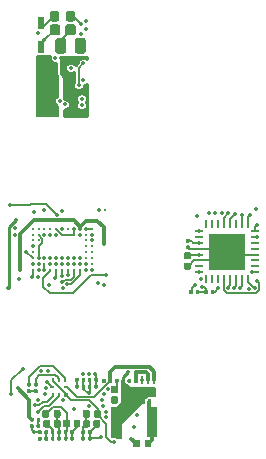
<source format=gbr>
G04 #@! TF.GenerationSoftware,KiCad,Pcbnew,(5.1.5)-3*
G04 #@! TF.CreationDate,2020-06-25T20:17:35-07:00*
G04 #@! TF.ProjectId,Miniscope-v4-Rigid-Flex,4d696e69-7363-46f7-9065-2d76342d5269,rev?*
G04 #@! TF.SameCoordinates,Original*
G04 #@! TF.FileFunction,Copper,L6,Bot*
G04 #@! TF.FilePolarity,Positive*
%FSLAX46Y46*%
G04 Gerber Fmt 4.6, Leading zero omitted, Abs format (unit mm)*
G04 Created by KiCad (PCBNEW (5.1.5)-3) date 2020-06-25 20:17:35*
%MOMM*%
%LPD*%
G04 APERTURE LIST*
%ADD10C,0.100000*%
%ADD11R,0.870000X2.620000*%
%ADD12R,0.270000X0.740000*%
%ADD13R,0.270000X0.820000*%
%ADD14R,0.220000X0.400000*%
%ADD15R,0.320000X0.400000*%
%ADD16R,0.400000X0.220000*%
%ADD17C,0.250000*%
%ADD18R,0.680000X0.260000*%
%ADD19R,0.260000X0.680000*%
%ADD20R,3.100000X3.100000*%
%ADD21R,0.540000X1.060000*%
%ADD22R,0.450000X1.500000*%
%ADD23C,0.350000*%
%ADD24C,0.300000*%
%ADD25C,0.152400*%
%ADD26C,0.304800*%
%ADD27C,0.203200*%
%ADD28C,0.254000*%
%ADD29C,0.101600*%
G04 APERTURE END LIST*
G04 #@! TA.AperFunction,SMDPad,CuDef*
D10*
G36*
X114741296Y-116868373D02*
G01*
X114748819Y-116869489D01*
X114756197Y-116871337D01*
X114763358Y-116873899D01*
X114770233Y-116877151D01*
X114776757Y-116881061D01*
X114782865Y-116885592D01*
X114788501Y-116890699D01*
X114793608Y-116896335D01*
X114798139Y-116902443D01*
X114802049Y-116908967D01*
X114805301Y-116915842D01*
X114807863Y-116923003D01*
X114809711Y-116930381D01*
X114810827Y-116937904D01*
X114811200Y-116945500D01*
X114811200Y-117130500D01*
X114810827Y-117138096D01*
X114809711Y-117145619D01*
X114807863Y-117152997D01*
X114805301Y-117160158D01*
X114802049Y-117167033D01*
X114798139Y-117173557D01*
X114793608Y-117179665D01*
X114788501Y-117185301D01*
X114782865Y-117190408D01*
X114776757Y-117194939D01*
X114770233Y-117198849D01*
X114763358Y-117202101D01*
X114756197Y-117204663D01*
X114748819Y-117206511D01*
X114741296Y-117207627D01*
X114733700Y-117208000D01*
X114578700Y-117208000D01*
X114571104Y-117207627D01*
X114563581Y-117206511D01*
X114556203Y-117204663D01*
X114549042Y-117202101D01*
X114542167Y-117198849D01*
X114535643Y-117194939D01*
X114529535Y-117190408D01*
X114523899Y-117185301D01*
X114518792Y-117179665D01*
X114514261Y-117173557D01*
X114510351Y-117167033D01*
X114507099Y-117160158D01*
X114504537Y-117152997D01*
X114502689Y-117145619D01*
X114501573Y-117138096D01*
X114501200Y-117130500D01*
X114501200Y-116945500D01*
X114501573Y-116937904D01*
X114502689Y-116930381D01*
X114504537Y-116923003D01*
X114507099Y-116915842D01*
X114510351Y-116908967D01*
X114514261Y-116902443D01*
X114518792Y-116896335D01*
X114523899Y-116890699D01*
X114529535Y-116885592D01*
X114535643Y-116881061D01*
X114542167Y-116877151D01*
X114549042Y-116873899D01*
X114556203Y-116871337D01*
X114563581Y-116869489D01*
X114571104Y-116868373D01*
X114578700Y-116868000D01*
X114733700Y-116868000D01*
X114741296Y-116868373D01*
G37*
G04 #@! TD.AperFunction*
G04 #@! TA.AperFunction,SMDPad,CuDef*
G36*
X115291296Y-116868373D02*
G01*
X115298819Y-116869489D01*
X115306197Y-116871337D01*
X115313358Y-116873899D01*
X115320233Y-116877151D01*
X115326757Y-116881061D01*
X115332865Y-116885592D01*
X115338501Y-116890699D01*
X115343608Y-116896335D01*
X115348139Y-116902443D01*
X115352049Y-116908967D01*
X115355301Y-116915842D01*
X115357863Y-116923003D01*
X115359711Y-116930381D01*
X115360827Y-116937904D01*
X115361200Y-116945500D01*
X115361200Y-117130500D01*
X115360827Y-117138096D01*
X115359711Y-117145619D01*
X115357863Y-117152997D01*
X115355301Y-117160158D01*
X115352049Y-117167033D01*
X115348139Y-117173557D01*
X115343608Y-117179665D01*
X115338501Y-117185301D01*
X115332865Y-117190408D01*
X115326757Y-117194939D01*
X115320233Y-117198849D01*
X115313358Y-117202101D01*
X115306197Y-117204663D01*
X115298819Y-117206511D01*
X115291296Y-117207627D01*
X115283700Y-117208000D01*
X115128700Y-117208000D01*
X115121104Y-117207627D01*
X115113581Y-117206511D01*
X115106203Y-117204663D01*
X115099042Y-117202101D01*
X115092167Y-117198849D01*
X115085643Y-117194939D01*
X115079535Y-117190408D01*
X115073899Y-117185301D01*
X115068792Y-117179665D01*
X115064261Y-117173557D01*
X115060351Y-117167033D01*
X115057099Y-117160158D01*
X115054537Y-117152997D01*
X115052689Y-117145619D01*
X115051573Y-117138096D01*
X115051200Y-117130500D01*
X115051200Y-116945500D01*
X115051573Y-116937904D01*
X115052689Y-116930381D01*
X115054537Y-116923003D01*
X115057099Y-116915842D01*
X115060351Y-116908967D01*
X115064261Y-116902443D01*
X115068792Y-116896335D01*
X115073899Y-116890699D01*
X115079535Y-116885592D01*
X115085643Y-116881061D01*
X115092167Y-116877151D01*
X115099042Y-116873899D01*
X115106203Y-116871337D01*
X115113581Y-116869489D01*
X115121104Y-116868373D01*
X115128700Y-116868000D01*
X115283700Y-116868000D01*
X115291296Y-116868373D01*
G37*
G04 #@! TD.AperFunction*
G04 #@! TA.AperFunction,SMDPad,CuDef*
G36*
X116535896Y-116868373D02*
G01*
X116543419Y-116869489D01*
X116550797Y-116871337D01*
X116557958Y-116873899D01*
X116564833Y-116877151D01*
X116571357Y-116881061D01*
X116577465Y-116885592D01*
X116583101Y-116890699D01*
X116588208Y-116896335D01*
X116592739Y-116902443D01*
X116596649Y-116908967D01*
X116599901Y-116915842D01*
X116602463Y-116923003D01*
X116604311Y-116930381D01*
X116605427Y-116937904D01*
X116605800Y-116945500D01*
X116605800Y-117130500D01*
X116605427Y-117138096D01*
X116604311Y-117145619D01*
X116602463Y-117152997D01*
X116599901Y-117160158D01*
X116596649Y-117167033D01*
X116592739Y-117173557D01*
X116588208Y-117179665D01*
X116583101Y-117185301D01*
X116577465Y-117190408D01*
X116571357Y-117194939D01*
X116564833Y-117198849D01*
X116557958Y-117202101D01*
X116550797Y-117204663D01*
X116543419Y-117206511D01*
X116535896Y-117207627D01*
X116528300Y-117208000D01*
X116373300Y-117208000D01*
X116365704Y-117207627D01*
X116358181Y-117206511D01*
X116350803Y-117204663D01*
X116343642Y-117202101D01*
X116336767Y-117198849D01*
X116330243Y-117194939D01*
X116324135Y-117190408D01*
X116318499Y-117185301D01*
X116313392Y-117179665D01*
X116308861Y-117173557D01*
X116304951Y-117167033D01*
X116301699Y-117160158D01*
X116299137Y-117152997D01*
X116297289Y-117145619D01*
X116296173Y-117138096D01*
X116295800Y-117130500D01*
X116295800Y-116945500D01*
X116296173Y-116937904D01*
X116297289Y-116930381D01*
X116299137Y-116923003D01*
X116301699Y-116915842D01*
X116304951Y-116908967D01*
X116308861Y-116902443D01*
X116313392Y-116896335D01*
X116318499Y-116890699D01*
X116324135Y-116885592D01*
X116330243Y-116881061D01*
X116336767Y-116877151D01*
X116343642Y-116873899D01*
X116350803Y-116871337D01*
X116358181Y-116869489D01*
X116365704Y-116868373D01*
X116373300Y-116868000D01*
X116528300Y-116868000D01*
X116535896Y-116868373D01*
G37*
G04 #@! TD.AperFunction*
G04 #@! TA.AperFunction,SMDPad,CuDef*
G36*
X115985896Y-116868373D02*
G01*
X115993419Y-116869489D01*
X116000797Y-116871337D01*
X116007958Y-116873899D01*
X116014833Y-116877151D01*
X116021357Y-116881061D01*
X116027465Y-116885592D01*
X116033101Y-116890699D01*
X116038208Y-116896335D01*
X116042739Y-116902443D01*
X116046649Y-116908967D01*
X116049901Y-116915842D01*
X116052463Y-116923003D01*
X116054311Y-116930381D01*
X116055427Y-116937904D01*
X116055800Y-116945500D01*
X116055800Y-117130500D01*
X116055427Y-117138096D01*
X116054311Y-117145619D01*
X116052463Y-117152997D01*
X116049901Y-117160158D01*
X116046649Y-117167033D01*
X116042739Y-117173557D01*
X116038208Y-117179665D01*
X116033101Y-117185301D01*
X116027465Y-117190408D01*
X116021357Y-117194939D01*
X116014833Y-117198849D01*
X116007958Y-117202101D01*
X116000797Y-117204663D01*
X115993419Y-117206511D01*
X115985896Y-117207627D01*
X115978300Y-117208000D01*
X115823300Y-117208000D01*
X115815704Y-117207627D01*
X115808181Y-117206511D01*
X115800803Y-117204663D01*
X115793642Y-117202101D01*
X115786767Y-117198849D01*
X115780243Y-117194939D01*
X115774135Y-117190408D01*
X115768499Y-117185301D01*
X115763392Y-117179665D01*
X115758861Y-117173557D01*
X115754951Y-117167033D01*
X115751699Y-117160158D01*
X115749137Y-117152997D01*
X115747289Y-117145619D01*
X115746173Y-117138096D01*
X115745800Y-117130500D01*
X115745800Y-116945500D01*
X115746173Y-116937904D01*
X115747289Y-116930381D01*
X115749137Y-116923003D01*
X115751699Y-116915842D01*
X115754951Y-116908967D01*
X115758861Y-116902443D01*
X115763392Y-116896335D01*
X115768499Y-116890699D01*
X115774135Y-116885592D01*
X115780243Y-116881061D01*
X115786767Y-116877151D01*
X115793642Y-116873899D01*
X115800803Y-116871337D01*
X115808181Y-116869489D01*
X115815704Y-116868373D01*
X115823300Y-116868000D01*
X115978300Y-116868000D01*
X115985896Y-116868373D01*
G37*
G04 #@! TD.AperFunction*
G04 #@! TA.AperFunction,SMDPad,CuDef*
G36*
X101807896Y-128239573D02*
G01*
X101815419Y-128240689D01*
X101822797Y-128242537D01*
X101829958Y-128245099D01*
X101836833Y-128248351D01*
X101843357Y-128252261D01*
X101849465Y-128256792D01*
X101855101Y-128261899D01*
X101860208Y-128267535D01*
X101864739Y-128273643D01*
X101868649Y-128280167D01*
X101871901Y-128287042D01*
X101874463Y-128294203D01*
X101876311Y-128301581D01*
X101877427Y-128309104D01*
X101877800Y-128316700D01*
X101877800Y-128501700D01*
X101877427Y-128509296D01*
X101876311Y-128516819D01*
X101874463Y-128524197D01*
X101871901Y-128531358D01*
X101868649Y-128538233D01*
X101864739Y-128544757D01*
X101860208Y-128550865D01*
X101855101Y-128556501D01*
X101849465Y-128561608D01*
X101843357Y-128566139D01*
X101836833Y-128570049D01*
X101829958Y-128573301D01*
X101822797Y-128575863D01*
X101815419Y-128577711D01*
X101807896Y-128578827D01*
X101800300Y-128579200D01*
X101645300Y-128579200D01*
X101637704Y-128578827D01*
X101630181Y-128577711D01*
X101622803Y-128575863D01*
X101615642Y-128573301D01*
X101608767Y-128570049D01*
X101602243Y-128566139D01*
X101596135Y-128561608D01*
X101590499Y-128556501D01*
X101585392Y-128550865D01*
X101580861Y-128544757D01*
X101576951Y-128538233D01*
X101573699Y-128531358D01*
X101571137Y-128524197D01*
X101569289Y-128516819D01*
X101568173Y-128509296D01*
X101567800Y-128501700D01*
X101567800Y-128316700D01*
X101568173Y-128309104D01*
X101569289Y-128301581D01*
X101571137Y-128294203D01*
X101573699Y-128287042D01*
X101576951Y-128280167D01*
X101580861Y-128273643D01*
X101585392Y-128267535D01*
X101590499Y-128261899D01*
X101596135Y-128256792D01*
X101602243Y-128252261D01*
X101608767Y-128248351D01*
X101615642Y-128245099D01*
X101622803Y-128242537D01*
X101630181Y-128240689D01*
X101637704Y-128239573D01*
X101645300Y-128239200D01*
X101800300Y-128239200D01*
X101807896Y-128239573D01*
G37*
G04 #@! TD.AperFunction*
G04 #@! TA.AperFunction,SMDPad,CuDef*
G36*
X101257896Y-128239573D02*
G01*
X101265419Y-128240689D01*
X101272797Y-128242537D01*
X101279958Y-128245099D01*
X101286833Y-128248351D01*
X101293357Y-128252261D01*
X101299465Y-128256792D01*
X101305101Y-128261899D01*
X101310208Y-128267535D01*
X101314739Y-128273643D01*
X101318649Y-128280167D01*
X101321901Y-128287042D01*
X101324463Y-128294203D01*
X101326311Y-128301581D01*
X101327427Y-128309104D01*
X101327800Y-128316700D01*
X101327800Y-128501700D01*
X101327427Y-128509296D01*
X101326311Y-128516819D01*
X101324463Y-128524197D01*
X101321901Y-128531358D01*
X101318649Y-128538233D01*
X101314739Y-128544757D01*
X101310208Y-128550865D01*
X101305101Y-128556501D01*
X101299465Y-128561608D01*
X101293357Y-128566139D01*
X101286833Y-128570049D01*
X101279958Y-128573301D01*
X101272797Y-128575863D01*
X101265419Y-128577711D01*
X101257896Y-128578827D01*
X101250300Y-128579200D01*
X101095300Y-128579200D01*
X101087704Y-128578827D01*
X101080181Y-128577711D01*
X101072803Y-128575863D01*
X101065642Y-128573301D01*
X101058767Y-128570049D01*
X101052243Y-128566139D01*
X101046135Y-128561608D01*
X101040499Y-128556501D01*
X101035392Y-128550865D01*
X101030861Y-128544757D01*
X101026951Y-128538233D01*
X101023699Y-128531358D01*
X101021137Y-128524197D01*
X101019289Y-128516819D01*
X101018173Y-128509296D01*
X101017800Y-128501700D01*
X101017800Y-128316700D01*
X101018173Y-128309104D01*
X101019289Y-128301581D01*
X101021137Y-128294203D01*
X101023699Y-128287042D01*
X101026951Y-128280167D01*
X101030861Y-128273643D01*
X101035392Y-128267535D01*
X101040499Y-128261899D01*
X101046135Y-128256792D01*
X101052243Y-128252261D01*
X101058767Y-128248351D01*
X101065642Y-128245099D01*
X101072803Y-128242537D01*
X101080181Y-128240689D01*
X101087704Y-128239573D01*
X101095300Y-128239200D01*
X101250300Y-128239200D01*
X101257896Y-128239573D01*
G37*
G04 #@! TD.AperFunction*
G04 #@! TA.AperFunction,SMDPad,CuDef*
G36*
X102468296Y-128747573D02*
G01*
X102475819Y-128748689D01*
X102483197Y-128750537D01*
X102490358Y-128753099D01*
X102497233Y-128756351D01*
X102503757Y-128760261D01*
X102509865Y-128764792D01*
X102515501Y-128769899D01*
X102520608Y-128775535D01*
X102525139Y-128781643D01*
X102529049Y-128788167D01*
X102532301Y-128795042D01*
X102534863Y-128802203D01*
X102536711Y-128809581D01*
X102537827Y-128817104D01*
X102538200Y-128824700D01*
X102538200Y-129009700D01*
X102537827Y-129017296D01*
X102536711Y-129024819D01*
X102534863Y-129032197D01*
X102532301Y-129039358D01*
X102529049Y-129046233D01*
X102525139Y-129052757D01*
X102520608Y-129058865D01*
X102515501Y-129064501D01*
X102509865Y-129069608D01*
X102503757Y-129074139D01*
X102497233Y-129078049D01*
X102490358Y-129081301D01*
X102483197Y-129083863D01*
X102475819Y-129085711D01*
X102468296Y-129086827D01*
X102460700Y-129087200D01*
X102305700Y-129087200D01*
X102298104Y-129086827D01*
X102290581Y-129085711D01*
X102283203Y-129083863D01*
X102276042Y-129081301D01*
X102269167Y-129078049D01*
X102262643Y-129074139D01*
X102256535Y-129069608D01*
X102250899Y-129064501D01*
X102245792Y-129058865D01*
X102241261Y-129052757D01*
X102237351Y-129046233D01*
X102234099Y-129039358D01*
X102231537Y-129032197D01*
X102229689Y-129024819D01*
X102228573Y-129017296D01*
X102228200Y-129009700D01*
X102228200Y-128824700D01*
X102228573Y-128817104D01*
X102229689Y-128809581D01*
X102231537Y-128802203D01*
X102234099Y-128795042D01*
X102237351Y-128788167D01*
X102241261Y-128781643D01*
X102245792Y-128775535D01*
X102250899Y-128769899D01*
X102256535Y-128764792D01*
X102262643Y-128760261D01*
X102269167Y-128756351D01*
X102276042Y-128753099D01*
X102283203Y-128750537D01*
X102290581Y-128748689D01*
X102298104Y-128747573D01*
X102305700Y-128747200D01*
X102460700Y-128747200D01*
X102468296Y-128747573D01*
G37*
G04 #@! TD.AperFunction*
G04 #@! TA.AperFunction,SMDPad,CuDef*
G36*
X101918296Y-128747573D02*
G01*
X101925819Y-128748689D01*
X101933197Y-128750537D01*
X101940358Y-128753099D01*
X101947233Y-128756351D01*
X101953757Y-128760261D01*
X101959865Y-128764792D01*
X101965501Y-128769899D01*
X101970608Y-128775535D01*
X101975139Y-128781643D01*
X101979049Y-128788167D01*
X101982301Y-128795042D01*
X101984863Y-128802203D01*
X101986711Y-128809581D01*
X101987827Y-128817104D01*
X101988200Y-128824700D01*
X101988200Y-129009700D01*
X101987827Y-129017296D01*
X101986711Y-129024819D01*
X101984863Y-129032197D01*
X101982301Y-129039358D01*
X101979049Y-129046233D01*
X101975139Y-129052757D01*
X101970608Y-129058865D01*
X101965501Y-129064501D01*
X101959865Y-129069608D01*
X101953757Y-129074139D01*
X101947233Y-129078049D01*
X101940358Y-129081301D01*
X101933197Y-129083863D01*
X101925819Y-129085711D01*
X101918296Y-129086827D01*
X101910700Y-129087200D01*
X101755700Y-129087200D01*
X101748104Y-129086827D01*
X101740581Y-129085711D01*
X101733203Y-129083863D01*
X101726042Y-129081301D01*
X101719167Y-129078049D01*
X101712643Y-129074139D01*
X101706535Y-129069608D01*
X101700899Y-129064501D01*
X101695792Y-129058865D01*
X101691261Y-129052757D01*
X101687351Y-129046233D01*
X101684099Y-129039358D01*
X101681537Y-129032197D01*
X101679689Y-129024819D01*
X101678573Y-129017296D01*
X101678200Y-129009700D01*
X101678200Y-128824700D01*
X101678573Y-128817104D01*
X101679689Y-128809581D01*
X101681537Y-128802203D01*
X101684099Y-128795042D01*
X101687351Y-128788167D01*
X101691261Y-128781643D01*
X101695792Y-128775535D01*
X101700899Y-128769899D01*
X101706535Y-128764792D01*
X101712643Y-128760261D01*
X101719167Y-128756351D01*
X101726042Y-128753099D01*
X101733203Y-128750537D01*
X101740581Y-128748689D01*
X101748104Y-128747573D01*
X101755700Y-128747200D01*
X101910700Y-128747200D01*
X101918296Y-128747573D01*
G37*
G04 #@! TD.AperFunction*
G04 #@! TA.AperFunction,SMDPad,CuDef*
G36*
X101257896Y-127680773D02*
G01*
X101265419Y-127681889D01*
X101272797Y-127683737D01*
X101279958Y-127686299D01*
X101286833Y-127689551D01*
X101293357Y-127693461D01*
X101299465Y-127697992D01*
X101305101Y-127703099D01*
X101310208Y-127708735D01*
X101314739Y-127714843D01*
X101318649Y-127721367D01*
X101321901Y-127728242D01*
X101324463Y-127735403D01*
X101326311Y-127742781D01*
X101327427Y-127750304D01*
X101327800Y-127757900D01*
X101327800Y-127942900D01*
X101327427Y-127950496D01*
X101326311Y-127958019D01*
X101324463Y-127965397D01*
X101321901Y-127972558D01*
X101318649Y-127979433D01*
X101314739Y-127985957D01*
X101310208Y-127992065D01*
X101305101Y-127997701D01*
X101299465Y-128002808D01*
X101293357Y-128007339D01*
X101286833Y-128011249D01*
X101279958Y-128014501D01*
X101272797Y-128017063D01*
X101265419Y-128018911D01*
X101257896Y-128020027D01*
X101250300Y-128020400D01*
X101095300Y-128020400D01*
X101087704Y-128020027D01*
X101080181Y-128018911D01*
X101072803Y-128017063D01*
X101065642Y-128014501D01*
X101058767Y-128011249D01*
X101052243Y-128007339D01*
X101046135Y-128002808D01*
X101040499Y-127997701D01*
X101035392Y-127992065D01*
X101030861Y-127985957D01*
X101026951Y-127979433D01*
X101023699Y-127972558D01*
X101021137Y-127965397D01*
X101019289Y-127958019D01*
X101018173Y-127950496D01*
X101017800Y-127942900D01*
X101017800Y-127757900D01*
X101018173Y-127750304D01*
X101019289Y-127742781D01*
X101021137Y-127735403D01*
X101023699Y-127728242D01*
X101026951Y-127721367D01*
X101030861Y-127714843D01*
X101035392Y-127708735D01*
X101040499Y-127703099D01*
X101046135Y-127697992D01*
X101052243Y-127693461D01*
X101058767Y-127689551D01*
X101065642Y-127686299D01*
X101072803Y-127683737D01*
X101080181Y-127681889D01*
X101087704Y-127680773D01*
X101095300Y-127680400D01*
X101250300Y-127680400D01*
X101257896Y-127680773D01*
G37*
G04 #@! TD.AperFunction*
G04 #@! TA.AperFunction,SMDPad,CuDef*
G36*
X101807896Y-127680773D02*
G01*
X101815419Y-127681889D01*
X101822797Y-127683737D01*
X101829958Y-127686299D01*
X101836833Y-127689551D01*
X101843357Y-127693461D01*
X101849465Y-127697992D01*
X101855101Y-127703099D01*
X101860208Y-127708735D01*
X101864739Y-127714843D01*
X101868649Y-127721367D01*
X101871901Y-127728242D01*
X101874463Y-127735403D01*
X101876311Y-127742781D01*
X101877427Y-127750304D01*
X101877800Y-127757900D01*
X101877800Y-127942900D01*
X101877427Y-127950496D01*
X101876311Y-127958019D01*
X101874463Y-127965397D01*
X101871901Y-127972558D01*
X101868649Y-127979433D01*
X101864739Y-127985957D01*
X101860208Y-127992065D01*
X101855101Y-127997701D01*
X101849465Y-128002808D01*
X101843357Y-128007339D01*
X101836833Y-128011249D01*
X101829958Y-128014501D01*
X101822797Y-128017063D01*
X101815419Y-128018911D01*
X101807896Y-128020027D01*
X101800300Y-128020400D01*
X101645300Y-128020400D01*
X101637704Y-128020027D01*
X101630181Y-128018911D01*
X101622803Y-128017063D01*
X101615642Y-128014501D01*
X101608767Y-128011249D01*
X101602243Y-128007339D01*
X101596135Y-128002808D01*
X101590499Y-127997701D01*
X101585392Y-127992065D01*
X101580861Y-127985957D01*
X101576951Y-127979433D01*
X101573699Y-127972558D01*
X101571137Y-127965397D01*
X101569289Y-127958019D01*
X101568173Y-127950496D01*
X101567800Y-127942900D01*
X101567800Y-127757900D01*
X101568173Y-127750304D01*
X101569289Y-127742781D01*
X101571137Y-127735403D01*
X101573699Y-127728242D01*
X101576951Y-127721367D01*
X101580861Y-127714843D01*
X101585392Y-127708735D01*
X101590499Y-127703099D01*
X101596135Y-127697992D01*
X101602243Y-127693461D01*
X101608767Y-127689551D01*
X101615642Y-127686299D01*
X101622803Y-127683737D01*
X101630181Y-127681889D01*
X101637704Y-127680773D01*
X101645300Y-127680400D01*
X101800300Y-127680400D01*
X101807896Y-127680773D01*
G37*
G04 #@! TD.AperFunction*
G04 #@! TA.AperFunction,SMDPad,CuDef*
G36*
X111201896Y-126139373D02*
G01*
X111209419Y-126140489D01*
X111216797Y-126142337D01*
X111223958Y-126144899D01*
X111230833Y-126148151D01*
X111237357Y-126152061D01*
X111243465Y-126156592D01*
X111249101Y-126161699D01*
X111254208Y-126167335D01*
X111258739Y-126173443D01*
X111262649Y-126179967D01*
X111265901Y-126186842D01*
X111268463Y-126194003D01*
X111270311Y-126201381D01*
X111271427Y-126208904D01*
X111271800Y-126216500D01*
X111271800Y-126401500D01*
X111271427Y-126409096D01*
X111270311Y-126416619D01*
X111268463Y-126423997D01*
X111265901Y-126431158D01*
X111262649Y-126438033D01*
X111258739Y-126444557D01*
X111254208Y-126450665D01*
X111249101Y-126456301D01*
X111243465Y-126461408D01*
X111237357Y-126465939D01*
X111230833Y-126469849D01*
X111223958Y-126473101D01*
X111216797Y-126475663D01*
X111209419Y-126477511D01*
X111201896Y-126478627D01*
X111194300Y-126479000D01*
X111039300Y-126479000D01*
X111031704Y-126478627D01*
X111024181Y-126477511D01*
X111016803Y-126475663D01*
X111009642Y-126473101D01*
X111002767Y-126469849D01*
X110996243Y-126465939D01*
X110990135Y-126461408D01*
X110984499Y-126456301D01*
X110979392Y-126450665D01*
X110974861Y-126444557D01*
X110970951Y-126438033D01*
X110967699Y-126431158D01*
X110965137Y-126423997D01*
X110963289Y-126416619D01*
X110962173Y-126409096D01*
X110961800Y-126401500D01*
X110961800Y-126216500D01*
X110962173Y-126208904D01*
X110963289Y-126201381D01*
X110965137Y-126194003D01*
X110967699Y-126186842D01*
X110970951Y-126179967D01*
X110974861Y-126173443D01*
X110979392Y-126167335D01*
X110984499Y-126161699D01*
X110990135Y-126156592D01*
X110996243Y-126152061D01*
X111002767Y-126148151D01*
X111009642Y-126144899D01*
X111016803Y-126142337D01*
X111024181Y-126140489D01*
X111031704Y-126139373D01*
X111039300Y-126139000D01*
X111194300Y-126139000D01*
X111201896Y-126139373D01*
G37*
G04 #@! TD.AperFunction*
G04 #@! TA.AperFunction,SMDPad,CuDef*
G36*
X110651896Y-126139373D02*
G01*
X110659419Y-126140489D01*
X110666797Y-126142337D01*
X110673958Y-126144899D01*
X110680833Y-126148151D01*
X110687357Y-126152061D01*
X110693465Y-126156592D01*
X110699101Y-126161699D01*
X110704208Y-126167335D01*
X110708739Y-126173443D01*
X110712649Y-126179967D01*
X110715901Y-126186842D01*
X110718463Y-126194003D01*
X110720311Y-126201381D01*
X110721427Y-126208904D01*
X110721800Y-126216500D01*
X110721800Y-126401500D01*
X110721427Y-126409096D01*
X110720311Y-126416619D01*
X110718463Y-126423997D01*
X110715901Y-126431158D01*
X110712649Y-126438033D01*
X110708739Y-126444557D01*
X110704208Y-126450665D01*
X110699101Y-126456301D01*
X110693465Y-126461408D01*
X110687357Y-126465939D01*
X110680833Y-126469849D01*
X110673958Y-126473101D01*
X110666797Y-126475663D01*
X110659419Y-126477511D01*
X110651896Y-126478627D01*
X110644300Y-126479000D01*
X110489300Y-126479000D01*
X110481704Y-126478627D01*
X110474181Y-126477511D01*
X110466803Y-126475663D01*
X110459642Y-126473101D01*
X110452767Y-126469849D01*
X110446243Y-126465939D01*
X110440135Y-126461408D01*
X110434499Y-126456301D01*
X110429392Y-126450665D01*
X110424861Y-126444557D01*
X110420951Y-126438033D01*
X110417699Y-126431158D01*
X110415137Y-126423997D01*
X110413289Y-126416619D01*
X110412173Y-126409096D01*
X110411800Y-126401500D01*
X110411800Y-126216500D01*
X110412173Y-126208904D01*
X110413289Y-126201381D01*
X110415137Y-126194003D01*
X110417699Y-126186842D01*
X110420951Y-126179967D01*
X110424861Y-126173443D01*
X110429392Y-126167335D01*
X110434499Y-126161699D01*
X110440135Y-126156592D01*
X110446243Y-126152061D01*
X110452767Y-126148151D01*
X110459642Y-126144899D01*
X110466803Y-126142337D01*
X110474181Y-126140489D01*
X110481704Y-126139373D01*
X110489300Y-126139000D01*
X110644300Y-126139000D01*
X110651896Y-126139373D01*
G37*
G04 #@! TD.AperFunction*
G04 #@! TA.AperFunction,SMDPad,CuDef*
G36*
X107353896Y-124404173D02*
G01*
X107361419Y-124405289D01*
X107368797Y-124407137D01*
X107375958Y-124409699D01*
X107382833Y-124412951D01*
X107389357Y-124416861D01*
X107395465Y-124421392D01*
X107401101Y-124426499D01*
X107406208Y-124432135D01*
X107410739Y-124438243D01*
X107414649Y-124444767D01*
X107417901Y-124451642D01*
X107420463Y-124458803D01*
X107422311Y-124466181D01*
X107423427Y-124473704D01*
X107423800Y-124481300D01*
X107423800Y-124666300D01*
X107423427Y-124673896D01*
X107422311Y-124681419D01*
X107420463Y-124688797D01*
X107417901Y-124695958D01*
X107414649Y-124702833D01*
X107410739Y-124709357D01*
X107406208Y-124715465D01*
X107401101Y-124721101D01*
X107395465Y-124726208D01*
X107389357Y-124730739D01*
X107382833Y-124734649D01*
X107375958Y-124737901D01*
X107368797Y-124740463D01*
X107361419Y-124742311D01*
X107353896Y-124743427D01*
X107346300Y-124743800D01*
X107191300Y-124743800D01*
X107183704Y-124743427D01*
X107176181Y-124742311D01*
X107168803Y-124740463D01*
X107161642Y-124737901D01*
X107154767Y-124734649D01*
X107148243Y-124730739D01*
X107142135Y-124726208D01*
X107136499Y-124721101D01*
X107131392Y-124715465D01*
X107126861Y-124709357D01*
X107122951Y-124702833D01*
X107119699Y-124695958D01*
X107117137Y-124688797D01*
X107115289Y-124681419D01*
X107114173Y-124673896D01*
X107113800Y-124666300D01*
X107113800Y-124481300D01*
X107114173Y-124473704D01*
X107115289Y-124466181D01*
X107117137Y-124458803D01*
X107119699Y-124451642D01*
X107122951Y-124444767D01*
X107126861Y-124438243D01*
X107131392Y-124432135D01*
X107136499Y-124426499D01*
X107142135Y-124421392D01*
X107148243Y-124416861D01*
X107154767Y-124412951D01*
X107161642Y-124409699D01*
X107168803Y-124407137D01*
X107176181Y-124405289D01*
X107183704Y-124404173D01*
X107191300Y-124403800D01*
X107346300Y-124403800D01*
X107353896Y-124404173D01*
G37*
G04 #@! TD.AperFunction*
G04 #@! TA.AperFunction,SMDPad,CuDef*
G36*
X107903896Y-124404173D02*
G01*
X107911419Y-124405289D01*
X107918797Y-124407137D01*
X107925958Y-124409699D01*
X107932833Y-124412951D01*
X107939357Y-124416861D01*
X107945465Y-124421392D01*
X107951101Y-124426499D01*
X107956208Y-124432135D01*
X107960739Y-124438243D01*
X107964649Y-124444767D01*
X107967901Y-124451642D01*
X107970463Y-124458803D01*
X107972311Y-124466181D01*
X107973427Y-124473704D01*
X107973800Y-124481300D01*
X107973800Y-124666300D01*
X107973427Y-124673896D01*
X107972311Y-124681419D01*
X107970463Y-124688797D01*
X107967901Y-124695958D01*
X107964649Y-124702833D01*
X107960739Y-124709357D01*
X107956208Y-124715465D01*
X107951101Y-124721101D01*
X107945465Y-124726208D01*
X107939357Y-124730739D01*
X107932833Y-124734649D01*
X107925958Y-124737901D01*
X107918797Y-124740463D01*
X107911419Y-124742311D01*
X107903896Y-124743427D01*
X107896300Y-124743800D01*
X107741300Y-124743800D01*
X107733704Y-124743427D01*
X107726181Y-124742311D01*
X107718803Y-124740463D01*
X107711642Y-124737901D01*
X107704767Y-124734649D01*
X107698243Y-124730739D01*
X107692135Y-124726208D01*
X107686499Y-124721101D01*
X107681392Y-124715465D01*
X107676861Y-124709357D01*
X107672951Y-124702833D01*
X107669699Y-124695958D01*
X107667137Y-124688797D01*
X107665289Y-124681419D01*
X107664173Y-124673896D01*
X107663800Y-124666300D01*
X107663800Y-124481300D01*
X107664173Y-124473704D01*
X107665289Y-124466181D01*
X107667137Y-124458803D01*
X107669699Y-124451642D01*
X107672951Y-124444767D01*
X107676861Y-124438243D01*
X107681392Y-124432135D01*
X107686499Y-124426499D01*
X107692135Y-124421392D01*
X107698243Y-124416861D01*
X107704767Y-124412951D01*
X107711642Y-124409699D01*
X107718803Y-124407137D01*
X107726181Y-124405289D01*
X107733704Y-124404173D01*
X107741300Y-124403800D01*
X107896300Y-124403800D01*
X107903896Y-124404173D01*
G37*
G04 #@! TD.AperFunction*
D11*
X108330200Y-128061600D03*
X111380200Y-128061600D03*
G04 #@! TA.AperFunction,SMDPad,CuDef*
D10*
G36*
X106895358Y-127048510D02*
G01*
X106909676Y-127050634D01*
X106923717Y-127054151D01*
X106937346Y-127059028D01*
X106950431Y-127065217D01*
X106962847Y-127072658D01*
X106974473Y-127081281D01*
X106985198Y-127091002D01*
X106994919Y-127101727D01*
X107003542Y-127113353D01*
X107010983Y-127125769D01*
X107017172Y-127138854D01*
X107022049Y-127152483D01*
X107025566Y-127166524D01*
X107027690Y-127180842D01*
X107028400Y-127195300D01*
X107028400Y-127540300D01*
X107027690Y-127554758D01*
X107025566Y-127569076D01*
X107022049Y-127583117D01*
X107017172Y-127596746D01*
X107010983Y-127609831D01*
X107003542Y-127622247D01*
X106994919Y-127633873D01*
X106985198Y-127644598D01*
X106974473Y-127654319D01*
X106962847Y-127662942D01*
X106950431Y-127670383D01*
X106937346Y-127676572D01*
X106923717Y-127681449D01*
X106909676Y-127684966D01*
X106895358Y-127687090D01*
X106880900Y-127687800D01*
X106585900Y-127687800D01*
X106571442Y-127687090D01*
X106557124Y-127684966D01*
X106543083Y-127681449D01*
X106529454Y-127676572D01*
X106516369Y-127670383D01*
X106503953Y-127662942D01*
X106492327Y-127654319D01*
X106481602Y-127644598D01*
X106471881Y-127633873D01*
X106463258Y-127622247D01*
X106455817Y-127609831D01*
X106449628Y-127596746D01*
X106444751Y-127583117D01*
X106441234Y-127569076D01*
X106439110Y-127554758D01*
X106438400Y-127540300D01*
X106438400Y-127195300D01*
X106439110Y-127180842D01*
X106441234Y-127166524D01*
X106444751Y-127152483D01*
X106449628Y-127138854D01*
X106455817Y-127125769D01*
X106463258Y-127113353D01*
X106471881Y-127101727D01*
X106481602Y-127091002D01*
X106492327Y-127081281D01*
X106503953Y-127072658D01*
X106516369Y-127065217D01*
X106529454Y-127059028D01*
X106543083Y-127054151D01*
X106557124Y-127050634D01*
X106571442Y-127048510D01*
X106585900Y-127047800D01*
X106880900Y-127047800D01*
X106895358Y-127048510D01*
G37*
G04 #@! TD.AperFunction*
G04 #@! TA.AperFunction,SMDPad,CuDef*
G36*
X105925358Y-127048510D02*
G01*
X105939676Y-127050634D01*
X105953717Y-127054151D01*
X105967346Y-127059028D01*
X105980431Y-127065217D01*
X105992847Y-127072658D01*
X106004473Y-127081281D01*
X106015198Y-127091002D01*
X106024919Y-127101727D01*
X106033542Y-127113353D01*
X106040983Y-127125769D01*
X106047172Y-127138854D01*
X106052049Y-127152483D01*
X106055566Y-127166524D01*
X106057690Y-127180842D01*
X106058400Y-127195300D01*
X106058400Y-127540300D01*
X106057690Y-127554758D01*
X106055566Y-127569076D01*
X106052049Y-127583117D01*
X106047172Y-127596746D01*
X106040983Y-127609831D01*
X106033542Y-127622247D01*
X106024919Y-127633873D01*
X106015198Y-127644598D01*
X106004473Y-127654319D01*
X105992847Y-127662942D01*
X105980431Y-127670383D01*
X105967346Y-127676572D01*
X105953717Y-127681449D01*
X105939676Y-127684966D01*
X105925358Y-127687090D01*
X105910900Y-127687800D01*
X105615900Y-127687800D01*
X105601442Y-127687090D01*
X105587124Y-127684966D01*
X105573083Y-127681449D01*
X105559454Y-127676572D01*
X105546369Y-127670383D01*
X105533953Y-127662942D01*
X105522327Y-127654319D01*
X105511602Y-127644598D01*
X105501881Y-127633873D01*
X105493258Y-127622247D01*
X105485817Y-127609831D01*
X105479628Y-127596746D01*
X105474751Y-127583117D01*
X105471234Y-127569076D01*
X105469110Y-127554758D01*
X105468400Y-127540300D01*
X105468400Y-127195300D01*
X105469110Y-127180842D01*
X105471234Y-127166524D01*
X105474751Y-127152483D01*
X105479628Y-127138854D01*
X105485817Y-127125769D01*
X105493258Y-127113353D01*
X105501881Y-127101727D01*
X105511602Y-127091002D01*
X105522327Y-127081281D01*
X105533953Y-127072658D01*
X105546369Y-127065217D01*
X105559454Y-127059028D01*
X105573083Y-127054151D01*
X105587124Y-127050634D01*
X105601442Y-127048510D01*
X105615900Y-127047800D01*
X105910900Y-127047800D01*
X105925358Y-127048510D01*
G37*
G04 #@! TD.AperFunction*
G04 #@! TA.AperFunction,SMDPad,CuDef*
G36*
X102496358Y-127048510D02*
G01*
X102510676Y-127050634D01*
X102524717Y-127054151D01*
X102538346Y-127059028D01*
X102551431Y-127065217D01*
X102563847Y-127072658D01*
X102575473Y-127081281D01*
X102586198Y-127091002D01*
X102595919Y-127101727D01*
X102604542Y-127113353D01*
X102611983Y-127125769D01*
X102618172Y-127138854D01*
X102623049Y-127152483D01*
X102626566Y-127166524D01*
X102628690Y-127180842D01*
X102629400Y-127195300D01*
X102629400Y-127540300D01*
X102628690Y-127554758D01*
X102626566Y-127569076D01*
X102623049Y-127583117D01*
X102618172Y-127596746D01*
X102611983Y-127609831D01*
X102604542Y-127622247D01*
X102595919Y-127633873D01*
X102586198Y-127644598D01*
X102575473Y-127654319D01*
X102563847Y-127662942D01*
X102551431Y-127670383D01*
X102538346Y-127676572D01*
X102524717Y-127681449D01*
X102510676Y-127684966D01*
X102496358Y-127687090D01*
X102481900Y-127687800D01*
X102186900Y-127687800D01*
X102172442Y-127687090D01*
X102158124Y-127684966D01*
X102144083Y-127681449D01*
X102130454Y-127676572D01*
X102117369Y-127670383D01*
X102104953Y-127662942D01*
X102093327Y-127654319D01*
X102082602Y-127644598D01*
X102072881Y-127633873D01*
X102064258Y-127622247D01*
X102056817Y-127609831D01*
X102050628Y-127596746D01*
X102045751Y-127583117D01*
X102042234Y-127569076D01*
X102040110Y-127554758D01*
X102039400Y-127540300D01*
X102039400Y-127195300D01*
X102040110Y-127180842D01*
X102042234Y-127166524D01*
X102045751Y-127152483D01*
X102050628Y-127138854D01*
X102056817Y-127125769D01*
X102064258Y-127113353D01*
X102072881Y-127101727D01*
X102082602Y-127091002D01*
X102093327Y-127081281D01*
X102104953Y-127072658D01*
X102117369Y-127065217D01*
X102130454Y-127059028D01*
X102144083Y-127054151D01*
X102158124Y-127050634D01*
X102172442Y-127048510D01*
X102186900Y-127047800D01*
X102481900Y-127047800D01*
X102496358Y-127048510D01*
G37*
G04 #@! TD.AperFunction*
G04 #@! TA.AperFunction,SMDPad,CuDef*
G36*
X103466358Y-127048510D02*
G01*
X103480676Y-127050634D01*
X103494717Y-127054151D01*
X103508346Y-127059028D01*
X103521431Y-127065217D01*
X103533847Y-127072658D01*
X103545473Y-127081281D01*
X103556198Y-127091002D01*
X103565919Y-127101727D01*
X103574542Y-127113353D01*
X103581983Y-127125769D01*
X103588172Y-127138854D01*
X103593049Y-127152483D01*
X103596566Y-127166524D01*
X103598690Y-127180842D01*
X103599400Y-127195300D01*
X103599400Y-127540300D01*
X103598690Y-127554758D01*
X103596566Y-127569076D01*
X103593049Y-127583117D01*
X103588172Y-127596746D01*
X103581983Y-127609831D01*
X103574542Y-127622247D01*
X103565919Y-127633873D01*
X103556198Y-127644598D01*
X103545473Y-127654319D01*
X103533847Y-127662942D01*
X103521431Y-127670383D01*
X103508346Y-127676572D01*
X103494717Y-127681449D01*
X103480676Y-127684966D01*
X103466358Y-127687090D01*
X103451900Y-127687800D01*
X103156900Y-127687800D01*
X103142442Y-127687090D01*
X103128124Y-127684966D01*
X103114083Y-127681449D01*
X103100454Y-127676572D01*
X103087369Y-127670383D01*
X103074953Y-127662942D01*
X103063327Y-127654319D01*
X103052602Y-127644598D01*
X103042881Y-127633873D01*
X103034258Y-127622247D01*
X103026817Y-127609831D01*
X103020628Y-127596746D01*
X103015751Y-127583117D01*
X103012234Y-127569076D01*
X103010110Y-127554758D01*
X103009400Y-127540300D01*
X103009400Y-127195300D01*
X103010110Y-127180842D01*
X103012234Y-127166524D01*
X103015751Y-127152483D01*
X103020628Y-127138854D01*
X103026817Y-127125769D01*
X103034258Y-127113353D01*
X103042881Y-127101727D01*
X103052602Y-127091002D01*
X103063327Y-127081281D01*
X103074953Y-127072658D01*
X103087369Y-127065217D01*
X103100454Y-127059028D01*
X103114083Y-127054151D01*
X103128124Y-127050634D01*
X103142442Y-127048510D01*
X103156900Y-127047800D01*
X103451900Y-127047800D01*
X103466358Y-127048510D01*
G37*
G04 #@! TD.AperFunction*
D12*
X111523600Y-124475600D03*
X111023600Y-124475600D03*
X110523600Y-124475600D03*
X110523600Y-125535600D03*
X111023600Y-125535600D03*
D13*
X111523600Y-125495600D03*
G04 #@! TA.AperFunction,SMDPad,CuDef*
D10*
G36*
X106134696Y-124886773D02*
G01*
X106142219Y-124887889D01*
X106149597Y-124889737D01*
X106156758Y-124892299D01*
X106163633Y-124895551D01*
X106170157Y-124899461D01*
X106176265Y-124903992D01*
X106181901Y-124909099D01*
X106187008Y-124914735D01*
X106191539Y-124920843D01*
X106195449Y-124927367D01*
X106198701Y-124934242D01*
X106201263Y-124941403D01*
X106203111Y-124948781D01*
X106204227Y-124956304D01*
X106204600Y-124963900D01*
X106204600Y-125148900D01*
X106204227Y-125156496D01*
X106203111Y-125164019D01*
X106201263Y-125171397D01*
X106198701Y-125178558D01*
X106195449Y-125185433D01*
X106191539Y-125191957D01*
X106187008Y-125198065D01*
X106181901Y-125203701D01*
X106176265Y-125208808D01*
X106170157Y-125213339D01*
X106163633Y-125217249D01*
X106156758Y-125220501D01*
X106149597Y-125223063D01*
X106142219Y-125224911D01*
X106134696Y-125226027D01*
X106127100Y-125226400D01*
X105972100Y-125226400D01*
X105964504Y-125226027D01*
X105956981Y-125224911D01*
X105949603Y-125223063D01*
X105942442Y-125220501D01*
X105935567Y-125217249D01*
X105929043Y-125213339D01*
X105922935Y-125208808D01*
X105917299Y-125203701D01*
X105912192Y-125198065D01*
X105907661Y-125191957D01*
X105903751Y-125185433D01*
X105900499Y-125178558D01*
X105897937Y-125171397D01*
X105896089Y-125164019D01*
X105894973Y-125156496D01*
X105894600Y-125148900D01*
X105894600Y-124963900D01*
X105894973Y-124956304D01*
X105896089Y-124948781D01*
X105897937Y-124941403D01*
X105900499Y-124934242D01*
X105903751Y-124927367D01*
X105907661Y-124920843D01*
X105912192Y-124914735D01*
X105917299Y-124909099D01*
X105922935Y-124903992D01*
X105929043Y-124899461D01*
X105935567Y-124895551D01*
X105942442Y-124892299D01*
X105949603Y-124889737D01*
X105956981Y-124887889D01*
X105964504Y-124886773D01*
X105972100Y-124886400D01*
X106127100Y-124886400D01*
X106134696Y-124886773D01*
G37*
G04 #@! TD.AperFunction*
G04 #@! TA.AperFunction,SMDPad,CuDef*
G36*
X106684696Y-124886773D02*
G01*
X106692219Y-124887889D01*
X106699597Y-124889737D01*
X106706758Y-124892299D01*
X106713633Y-124895551D01*
X106720157Y-124899461D01*
X106726265Y-124903992D01*
X106731901Y-124909099D01*
X106737008Y-124914735D01*
X106741539Y-124920843D01*
X106745449Y-124927367D01*
X106748701Y-124934242D01*
X106751263Y-124941403D01*
X106753111Y-124948781D01*
X106754227Y-124956304D01*
X106754600Y-124963900D01*
X106754600Y-125148900D01*
X106754227Y-125156496D01*
X106753111Y-125164019D01*
X106751263Y-125171397D01*
X106748701Y-125178558D01*
X106745449Y-125185433D01*
X106741539Y-125191957D01*
X106737008Y-125198065D01*
X106731901Y-125203701D01*
X106726265Y-125208808D01*
X106720157Y-125213339D01*
X106713633Y-125217249D01*
X106706758Y-125220501D01*
X106699597Y-125223063D01*
X106692219Y-125224911D01*
X106684696Y-125226027D01*
X106677100Y-125226400D01*
X106522100Y-125226400D01*
X106514504Y-125226027D01*
X106506981Y-125224911D01*
X106499603Y-125223063D01*
X106492442Y-125220501D01*
X106485567Y-125217249D01*
X106479043Y-125213339D01*
X106472935Y-125208808D01*
X106467299Y-125203701D01*
X106462192Y-125198065D01*
X106457661Y-125191957D01*
X106453751Y-125185433D01*
X106450499Y-125178558D01*
X106447937Y-125171397D01*
X106446089Y-125164019D01*
X106444973Y-125156496D01*
X106444600Y-125148900D01*
X106444600Y-124963900D01*
X106444973Y-124956304D01*
X106446089Y-124948781D01*
X106447937Y-124941403D01*
X106450499Y-124934242D01*
X106453751Y-124927367D01*
X106457661Y-124920843D01*
X106462192Y-124914735D01*
X106467299Y-124909099D01*
X106472935Y-124903992D01*
X106479043Y-124899461D01*
X106485567Y-124895551D01*
X106492442Y-124892299D01*
X106499603Y-124889737D01*
X106506981Y-124887889D01*
X106514504Y-124886773D01*
X106522100Y-124886400D01*
X106677100Y-124886400D01*
X106684696Y-124886773D01*
G37*
G04 #@! TD.AperFunction*
G04 #@! TA.AperFunction,SMDPad,CuDef*
G36*
X106151296Y-129280973D02*
G01*
X106158819Y-129282089D01*
X106166197Y-129283937D01*
X106173358Y-129286499D01*
X106180233Y-129289751D01*
X106186757Y-129293661D01*
X106192865Y-129298192D01*
X106198501Y-129303299D01*
X106203608Y-129308935D01*
X106208139Y-129315043D01*
X106212049Y-129321567D01*
X106215301Y-129328442D01*
X106217863Y-129335603D01*
X106219711Y-129342981D01*
X106220827Y-129350504D01*
X106221200Y-129358100D01*
X106221200Y-129543100D01*
X106220827Y-129550696D01*
X106219711Y-129558219D01*
X106217863Y-129565597D01*
X106215301Y-129572758D01*
X106212049Y-129579633D01*
X106208139Y-129586157D01*
X106203608Y-129592265D01*
X106198501Y-129597901D01*
X106192865Y-129603008D01*
X106186757Y-129607539D01*
X106180233Y-129611449D01*
X106173358Y-129614701D01*
X106166197Y-129617263D01*
X106158819Y-129619111D01*
X106151296Y-129620227D01*
X106143700Y-129620600D01*
X105988700Y-129620600D01*
X105981104Y-129620227D01*
X105973581Y-129619111D01*
X105966203Y-129617263D01*
X105959042Y-129614701D01*
X105952167Y-129611449D01*
X105945643Y-129607539D01*
X105939535Y-129603008D01*
X105933899Y-129597901D01*
X105928792Y-129592265D01*
X105924261Y-129586157D01*
X105920351Y-129579633D01*
X105917099Y-129572758D01*
X105914537Y-129565597D01*
X105912689Y-129558219D01*
X105911573Y-129550696D01*
X105911200Y-129543100D01*
X105911200Y-129358100D01*
X105911573Y-129350504D01*
X105912689Y-129342981D01*
X105914537Y-129335603D01*
X105917099Y-129328442D01*
X105920351Y-129321567D01*
X105924261Y-129315043D01*
X105928792Y-129308935D01*
X105933899Y-129303299D01*
X105939535Y-129298192D01*
X105945643Y-129293661D01*
X105952167Y-129289751D01*
X105959042Y-129286499D01*
X105966203Y-129283937D01*
X105973581Y-129282089D01*
X105981104Y-129280973D01*
X105988700Y-129280600D01*
X106143700Y-129280600D01*
X106151296Y-129280973D01*
G37*
G04 #@! TD.AperFunction*
G04 #@! TA.AperFunction,SMDPad,CuDef*
G36*
X105601296Y-129280973D02*
G01*
X105608819Y-129282089D01*
X105616197Y-129283937D01*
X105623358Y-129286499D01*
X105630233Y-129289751D01*
X105636757Y-129293661D01*
X105642865Y-129298192D01*
X105648501Y-129303299D01*
X105653608Y-129308935D01*
X105658139Y-129315043D01*
X105662049Y-129321567D01*
X105665301Y-129328442D01*
X105667863Y-129335603D01*
X105669711Y-129342981D01*
X105670827Y-129350504D01*
X105671200Y-129358100D01*
X105671200Y-129543100D01*
X105670827Y-129550696D01*
X105669711Y-129558219D01*
X105667863Y-129565597D01*
X105665301Y-129572758D01*
X105662049Y-129579633D01*
X105658139Y-129586157D01*
X105653608Y-129592265D01*
X105648501Y-129597901D01*
X105642865Y-129603008D01*
X105636757Y-129607539D01*
X105630233Y-129611449D01*
X105623358Y-129614701D01*
X105616197Y-129617263D01*
X105608819Y-129619111D01*
X105601296Y-129620227D01*
X105593700Y-129620600D01*
X105438700Y-129620600D01*
X105431104Y-129620227D01*
X105423581Y-129619111D01*
X105416203Y-129617263D01*
X105409042Y-129614701D01*
X105402167Y-129611449D01*
X105395643Y-129607539D01*
X105389535Y-129603008D01*
X105383899Y-129597901D01*
X105378792Y-129592265D01*
X105374261Y-129586157D01*
X105370351Y-129579633D01*
X105367099Y-129572758D01*
X105364537Y-129565597D01*
X105362689Y-129558219D01*
X105361573Y-129550696D01*
X105361200Y-129543100D01*
X105361200Y-129358100D01*
X105361573Y-129350504D01*
X105362689Y-129342981D01*
X105364537Y-129335603D01*
X105367099Y-129328442D01*
X105370351Y-129321567D01*
X105374261Y-129315043D01*
X105378792Y-129308935D01*
X105383899Y-129303299D01*
X105389535Y-129298192D01*
X105395643Y-129293661D01*
X105402167Y-129289751D01*
X105409042Y-129286499D01*
X105416203Y-129283937D01*
X105423581Y-129282089D01*
X105431104Y-129280973D01*
X105438700Y-129280600D01*
X105593700Y-129280600D01*
X105601296Y-129280973D01*
G37*
G04 #@! TD.AperFunction*
G04 #@! TA.AperFunction,SMDPad,CuDef*
G36*
X105617896Y-124302573D02*
G01*
X105625419Y-124303689D01*
X105632797Y-124305537D01*
X105639958Y-124308099D01*
X105646833Y-124311351D01*
X105653357Y-124315261D01*
X105659465Y-124319792D01*
X105665101Y-124324899D01*
X105670208Y-124330535D01*
X105674739Y-124336643D01*
X105678649Y-124343167D01*
X105681901Y-124350042D01*
X105684463Y-124357203D01*
X105686311Y-124364581D01*
X105687427Y-124372104D01*
X105687800Y-124379700D01*
X105687800Y-124564700D01*
X105687427Y-124572296D01*
X105686311Y-124579819D01*
X105684463Y-124587197D01*
X105681901Y-124594358D01*
X105678649Y-124601233D01*
X105674739Y-124607757D01*
X105670208Y-124613865D01*
X105665101Y-124619501D01*
X105659465Y-124624608D01*
X105653357Y-124629139D01*
X105646833Y-124633049D01*
X105639958Y-124636301D01*
X105632797Y-124638863D01*
X105625419Y-124640711D01*
X105617896Y-124641827D01*
X105610300Y-124642200D01*
X105455300Y-124642200D01*
X105447704Y-124641827D01*
X105440181Y-124640711D01*
X105432803Y-124638863D01*
X105425642Y-124636301D01*
X105418767Y-124633049D01*
X105412243Y-124629139D01*
X105406135Y-124624608D01*
X105400499Y-124619501D01*
X105395392Y-124613865D01*
X105390861Y-124607757D01*
X105386951Y-124601233D01*
X105383699Y-124594358D01*
X105381137Y-124587197D01*
X105379289Y-124579819D01*
X105378173Y-124572296D01*
X105377800Y-124564700D01*
X105377800Y-124379700D01*
X105378173Y-124372104D01*
X105379289Y-124364581D01*
X105381137Y-124357203D01*
X105383699Y-124350042D01*
X105386951Y-124343167D01*
X105390861Y-124336643D01*
X105395392Y-124330535D01*
X105400499Y-124324899D01*
X105406135Y-124319792D01*
X105412243Y-124315261D01*
X105418767Y-124311351D01*
X105425642Y-124308099D01*
X105432803Y-124305537D01*
X105440181Y-124303689D01*
X105447704Y-124302573D01*
X105455300Y-124302200D01*
X105610300Y-124302200D01*
X105617896Y-124302573D01*
G37*
G04 #@! TD.AperFunction*
G04 #@! TA.AperFunction,SMDPad,CuDef*
G36*
X105067896Y-124302573D02*
G01*
X105075419Y-124303689D01*
X105082797Y-124305537D01*
X105089958Y-124308099D01*
X105096833Y-124311351D01*
X105103357Y-124315261D01*
X105109465Y-124319792D01*
X105115101Y-124324899D01*
X105120208Y-124330535D01*
X105124739Y-124336643D01*
X105128649Y-124343167D01*
X105131901Y-124350042D01*
X105134463Y-124357203D01*
X105136311Y-124364581D01*
X105137427Y-124372104D01*
X105137800Y-124379700D01*
X105137800Y-124564700D01*
X105137427Y-124572296D01*
X105136311Y-124579819D01*
X105134463Y-124587197D01*
X105131901Y-124594358D01*
X105128649Y-124601233D01*
X105124739Y-124607757D01*
X105120208Y-124613865D01*
X105115101Y-124619501D01*
X105109465Y-124624608D01*
X105103357Y-124629139D01*
X105096833Y-124633049D01*
X105089958Y-124636301D01*
X105082797Y-124638863D01*
X105075419Y-124640711D01*
X105067896Y-124641827D01*
X105060300Y-124642200D01*
X104905300Y-124642200D01*
X104897704Y-124641827D01*
X104890181Y-124640711D01*
X104882803Y-124638863D01*
X104875642Y-124636301D01*
X104868767Y-124633049D01*
X104862243Y-124629139D01*
X104856135Y-124624608D01*
X104850499Y-124619501D01*
X104845392Y-124613865D01*
X104840861Y-124607757D01*
X104836951Y-124601233D01*
X104833699Y-124594358D01*
X104831137Y-124587197D01*
X104829289Y-124579819D01*
X104828173Y-124572296D01*
X104827800Y-124564700D01*
X104827800Y-124379700D01*
X104828173Y-124372104D01*
X104829289Y-124364581D01*
X104831137Y-124357203D01*
X104833699Y-124350042D01*
X104836951Y-124343167D01*
X104840861Y-124336643D01*
X104845392Y-124330535D01*
X104850499Y-124324899D01*
X104856135Y-124319792D01*
X104862243Y-124315261D01*
X104868767Y-124311351D01*
X104875642Y-124308099D01*
X104882803Y-124305537D01*
X104890181Y-124303689D01*
X104897704Y-124302573D01*
X104905300Y-124302200D01*
X105060300Y-124302200D01*
X105067896Y-124302573D01*
G37*
G04 #@! TD.AperFunction*
G04 #@! TA.AperFunction,SMDPad,CuDef*
G36*
X111162558Y-129571110D02*
G01*
X111176876Y-129573234D01*
X111190917Y-129576751D01*
X111204546Y-129581628D01*
X111217631Y-129587817D01*
X111230047Y-129595258D01*
X111241673Y-129603881D01*
X111252398Y-129613602D01*
X111262119Y-129624327D01*
X111270742Y-129635953D01*
X111278183Y-129648369D01*
X111284372Y-129661454D01*
X111289249Y-129675083D01*
X111292766Y-129689124D01*
X111294890Y-129703442D01*
X111295600Y-129717900D01*
X111295600Y-130062900D01*
X111294890Y-130077358D01*
X111292766Y-130091676D01*
X111289249Y-130105717D01*
X111284372Y-130119346D01*
X111278183Y-130132431D01*
X111270742Y-130144847D01*
X111262119Y-130156473D01*
X111252398Y-130167198D01*
X111241673Y-130176919D01*
X111230047Y-130185542D01*
X111217631Y-130192983D01*
X111204546Y-130199172D01*
X111190917Y-130204049D01*
X111176876Y-130207566D01*
X111162558Y-130209690D01*
X111148100Y-130210400D01*
X110853100Y-130210400D01*
X110838642Y-130209690D01*
X110824324Y-130207566D01*
X110810283Y-130204049D01*
X110796654Y-130199172D01*
X110783569Y-130192983D01*
X110771153Y-130185542D01*
X110759527Y-130176919D01*
X110748802Y-130167198D01*
X110739081Y-130156473D01*
X110730458Y-130144847D01*
X110723017Y-130132431D01*
X110716828Y-130119346D01*
X110711951Y-130105717D01*
X110708434Y-130091676D01*
X110706310Y-130077358D01*
X110705600Y-130062900D01*
X110705600Y-129717900D01*
X110706310Y-129703442D01*
X110708434Y-129689124D01*
X110711951Y-129675083D01*
X110716828Y-129661454D01*
X110723017Y-129648369D01*
X110730458Y-129635953D01*
X110739081Y-129624327D01*
X110748802Y-129613602D01*
X110759527Y-129603881D01*
X110771153Y-129595258D01*
X110783569Y-129587817D01*
X110796654Y-129581628D01*
X110810283Y-129576751D01*
X110824324Y-129573234D01*
X110838642Y-129571110D01*
X110853100Y-129570400D01*
X111148100Y-129570400D01*
X111162558Y-129571110D01*
G37*
G04 #@! TD.AperFunction*
G04 #@! TA.AperFunction,SMDPad,CuDef*
G36*
X110192558Y-129571110D02*
G01*
X110206876Y-129573234D01*
X110220917Y-129576751D01*
X110234546Y-129581628D01*
X110247631Y-129587817D01*
X110260047Y-129595258D01*
X110271673Y-129603881D01*
X110282398Y-129613602D01*
X110292119Y-129624327D01*
X110300742Y-129635953D01*
X110308183Y-129648369D01*
X110314372Y-129661454D01*
X110319249Y-129675083D01*
X110322766Y-129689124D01*
X110324890Y-129703442D01*
X110325600Y-129717900D01*
X110325600Y-130062900D01*
X110324890Y-130077358D01*
X110322766Y-130091676D01*
X110319249Y-130105717D01*
X110314372Y-130119346D01*
X110308183Y-130132431D01*
X110300742Y-130144847D01*
X110292119Y-130156473D01*
X110282398Y-130167198D01*
X110271673Y-130176919D01*
X110260047Y-130185542D01*
X110247631Y-130192983D01*
X110234546Y-130199172D01*
X110220917Y-130204049D01*
X110206876Y-130207566D01*
X110192558Y-130209690D01*
X110178100Y-130210400D01*
X109883100Y-130210400D01*
X109868642Y-130209690D01*
X109854324Y-130207566D01*
X109840283Y-130204049D01*
X109826654Y-130199172D01*
X109813569Y-130192983D01*
X109801153Y-130185542D01*
X109789527Y-130176919D01*
X109778802Y-130167198D01*
X109769081Y-130156473D01*
X109760458Y-130144847D01*
X109753017Y-130132431D01*
X109746828Y-130119346D01*
X109741951Y-130105717D01*
X109738434Y-130091676D01*
X109736310Y-130077358D01*
X109735600Y-130062900D01*
X109735600Y-129717900D01*
X109736310Y-129703442D01*
X109738434Y-129689124D01*
X109741951Y-129675083D01*
X109746828Y-129661454D01*
X109753017Y-129648369D01*
X109760458Y-129635953D01*
X109769081Y-129624327D01*
X109778802Y-129613602D01*
X109789527Y-129603881D01*
X109801153Y-129595258D01*
X109813569Y-129587817D01*
X109826654Y-129581628D01*
X109840283Y-129576751D01*
X109854324Y-129573234D01*
X109868642Y-129571110D01*
X109883100Y-129570400D01*
X110178100Y-129570400D01*
X110192558Y-129571110D01*
G37*
G04 #@! TD.AperFunction*
G04 #@! TA.AperFunction,SMDPad,CuDef*
G36*
X105617896Y-124886773D02*
G01*
X105625419Y-124887889D01*
X105632797Y-124889737D01*
X105639958Y-124892299D01*
X105646833Y-124895551D01*
X105653357Y-124899461D01*
X105659465Y-124903992D01*
X105665101Y-124909099D01*
X105670208Y-124914735D01*
X105674739Y-124920843D01*
X105678649Y-124927367D01*
X105681901Y-124934242D01*
X105684463Y-124941403D01*
X105686311Y-124948781D01*
X105687427Y-124956304D01*
X105687800Y-124963900D01*
X105687800Y-125148900D01*
X105687427Y-125156496D01*
X105686311Y-125164019D01*
X105684463Y-125171397D01*
X105681901Y-125178558D01*
X105678649Y-125185433D01*
X105674739Y-125191957D01*
X105670208Y-125198065D01*
X105665101Y-125203701D01*
X105659465Y-125208808D01*
X105653357Y-125213339D01*
X105646833Y-125217249D01*
X105639958Y-125220501D01*
X105632797Y-125223063D01*
X105625419Y-125224911D01*
X105617896Y-125226027D01*
X105610300Y-125226400D01*
X105455300Y-125226400D01*
X105447704Y-125226027D01*
X105440181Y-125224911D01*
X105432803Y-125223063D01*
X105425642Y-125220501D01*
X105418767Y-125217249D01*
X105412243Y-125213339D01*
X105406135Y-125208808D01*
X105400499Y-125203701D01*
X105395392Y-125198065D01*
X105390861Y-125191957D01*
X105386951Y-125185433D01*
X105383699Y-125178558D01*
X105381137Y-125171397D01*
X105379289Y-125164019D01*
X105378173Y-125156496D01*
X105377800Y-125148900D01*
X105377800Y-124963900D01*
X105378173Y-124956304D01*
X105379289Y-124948781D01*
X105381137Y-124941403D01*
X105383699Y-124934242D01*
X105386951Y-124927367D01*
X105390861Y-124920843D01*
X105395392Y-124914735D01*
X105400499Y-124909099D01*
X105406135Y-124903992D01*
X105412243Y-124899461D01*
X105418767Y-124895551D01*
X105425642Y-124892299D01*
X105432803Y-124889737D01*
X105440181Y-124887889D01*
X105447704Y-124886773D01*
X105455300Y-124886400D01*
X105610300Y-124886400D01*
X105617896Y-124886773D01*
G37*
G04 #@! TD.AperFunction*
G04 #@! TA.AperFunction,SMDPad,CuDef*
G36*
X105067896Y-124886773D02*
G01*
X105075419Y-124887889D01*
X105082797Y-124889737D01*
X105089958Y-124892299D01*
X105096833Y-124895551D01*
X105103357Y-124899461D01*
X105109465Y-124903992D01*
X105115101Y-124909099D01*
X105120208Y-124914735D01*
X105124739Y-124920843D01*
X105128649Y-124927367D01*
X105131901Y-124934242D01*
X105134463Y-124941403D01*
X105136311Y-124948781D01*
X105137427Y-124956304D01*
X105137800Y-124963900D01*
X105137800Y-125148900D01*
X105137427Y-125156496D01*
X105136311Y-125164019D01*
X105134463Y-125171397D01*
X105131901Y-125178558D01*
X105128649Y-125185433D01*
X105124739Y-125191957D01*
X105120208Y-125198065D01*
X105115101Y-125203701D01*
X105109465Y-125208808D01*
X105103357Y-125213339D01*
X105096833Y-125217249D01*
X105089958Y-125220501D01*
X105082797Y-125223063D01*
X105075419Y-125224911D01*
X105067896Y-125226027D01*
X105060300Y-125226400D01*
X104905300Y-125226400D01*
X104897704Y-125226027D01*
X104890181Y-125224911D01*
X104882803Y-125223063D01*
X104875642Y-125220501D01*
X104868767Y-125217249D01*
X104862243Y-125213339D01*
X104856135Y-125208808D01*
X104850499Y-125203701D01*
X104845392Y-125198065D01*
X104840861Y-125191957D01*
X104836951Y-125185433D01*
X104833699Y-125178558D01*
X104831137Y-125171397D01*
X104829289Y-125164019D01*
X104828173Y-125156496D01*
X104827800Y-125148900D01*
X104827800Y-124963900D01*
X104828173Y-124956304D01*
X104829289Y-124948781D01*
X104831137Y-124941403D01*
X104833699Y-124934242D01*
X104836951Y-124927367D01*
X104840861Y-124920843D01*
X104845392Y-124914735D01*
X104850499Y-124909099D01*
X104856135Y-124903992D01*
X104862243Y-124899461D01*
X104868767Y-124895551D01*
X104875642Y-124892299D01*
X104882803Y-124889737D01*
X104890181Y-124887889D01*
X104897704Y-124886773D01*
X104905300Y-124886400D01*
X105060300Y-124886400D01*
X105067896Y-124886773D01*
G37*
G04 #@! TD.AperFunction*
G04 #@! TA.AperFunction,SMDPad,CuDef*
G36*
X106134696Y-124302573D02*
G01*
X106142219Y-124303689D01*
X106149597Y-124305537D01*
X106156758Y-124308099D01*
X106163633Y-124311351D01*
X106170157Y-124315261D01*
X106176265Y-124319792D01*
X106181901Y-124324899D01*
X106187008Y-124330535D01*
X106191539Y-124336643D01*
X106195449Y-124343167D01*
X106198701Y-124350042D01*
X106201263Y-124357203D01*
X106203111Y-124364581D01*
X106204227Y-124372104D01*
X106204600Y-124379700D01*
X106204600Y-124564700D01*
X106204227Y-124572296D01*
X106203111Y-124579819D01*
X106201263Y-124587197D01*
X106198701Y-124594358D01*
X106195449Y-124601233D01*
X106191539Y-124607757D01*
X106187008Y-124613865D01*
X106181901Y-124619501D01*
X106176265Y-124624608D01*
X106170157Y-124629139D01*
X106163633Y-124633049D01*
X106156758Y-124636301D01*
X106149597Y-124638863D01*
X106142219Y-124640711D01*
X106134696Y-124641827D01*
X106127100Y-124642200D01*
X105972100Y-124642200D01*
X105964504Y-124641827D01*
X105956981Y-124640711D01*
X105949603Y-124638863D01*
X105942442Y-124636301D01*
X105935567Y-124633049D01*
X105929043Y-124629139D01*
X105922935Y-124624608D01*
X105917299Y-124619501D01*
X105912192Y-124613865D01*
X105907661Y-124607757D01*
X105903751Y-124601233D01*
X105900499Y-124594358D01*
X105897937Y-124587197D01*
X105896089Y-124579819D01*
X105894973Y-124572296D01*
X105894600Y-124564700D01*
X105894600Y-124379700D01*
X105894973Y-124372104D01*
X105896089Y-124364581D01*
X105897937Y-124357203D01*
X105900499Y-124350042D01*
X105903751Y-124343167D01*
X105907661Y-124336643D01*
X105912192Y-124330535D01*
X105917299Y-124324899D01*
X105922935Y-124319792D01*
X105929043Y-124315261D01*
X105935567Y-124311351D01*
X105942442Y-124308099D01*
X105949603Y-124305537D01*
X105956981Y-124303689D01*
X105964504Y-124302573D01*
X105972100Y-124302200D01*
X106127100Y-124302200D01*
X106134696Y-124302573D01*
G37*
G04 #@! TD.AperFunction*
G04 #@! TA.AperFunction,SMDPad,CuDef*
G36*
X106684696Y-124302573D02*
G01*
X106692219Y-124303689D01*
X106699597Y-124305537D01*
X106706758Y-124308099D01*
X106713633Y-124311351D01*
X106720157Y-124315261D01*
X106726265Y-124319792D01*
X106731901Y-124324899D01*
X106737008Y-124330535D01*
X106741539Y-124336643D01*
X106745449Y-124343167D01*
X106748701Y-124350042D01*
X106751263Y-124357203D01*
X106753111Y-124364581D01*
X106754227Y-124372104D01*
X106754600Y-124379700D01*
X106754600Y-124564700D01*
X106754227Y-124572296D01*
X106753111Y-124579819D01*
X106751263Y-124587197D01*
X106748701Y-124594358D01*
X106745449Y-124601233D01*
X106741539Y-124607757D01*
X106737008Y-124613865D01*
X106731901Y-124619501D01*
X106726265Y-124624608D01*
X106720157Y-124629139D01*
X106713633Y-124633049D01*
X106706758Y-124636301D01*
X106699597Y-124638863D01*
X106692219Y-124640711D01*
X106684696Y-124641827D01*
X106677100Y-124642200D01*
X106522100Y-124642200D01*
X106514504Y-124641827D01*
X106506981Y-124640711D01*
X106499603Y-124638863D01*
X106492442Y-124636301D01*
X106485567Y-124633049D01*
X106479043Y-124629139D01*
X106472935Y-124624608D01*
X106467299Y-124619501D01*
X106462192Y-124613865D01*
X106457661Y-124607757D01*
X106453751Y-124601233D01*
X106450499Y-124594358D01*
X106447937Y-124587197D01*
X106446089Y-124579819D01*
X106444973Y-124572296D01*
X106444600Y-124564700D01*
X106444600Y-124379700D01*
X106444973Y-124372104D01*
X106446089Y-124364581D01*
X106447937Y-124357203D01*
X106450499Y-124350042D01*
X106453751Y-124343167D01*
X106457661Y-124336643D01*
X106462192Y-124330535D01*
X106467299Y-124324899D01*
X106472935Y-124319792D01*
X106479043Y-124315261D01*
X106485567Y-124311351D01*
X106492442Y-124308099D01*
X106499603Y-124305537D01*
X106506981Y-124303689D01*
X106514504Y-124302573D01*
X106522100Y-124302200D01*
X106677100Y-124302200D01*
X106684696Y-124302573D01*
G37*
G04 #@! TD.AperFunction*
G04 #@! TA.AperFunction,SMDPad,CuDef*
G36*
X101594696Y-124736373D02*
G01*
X101602219Y-124737489D01*
X101609597Y-124739337D01*
X101616758Y-124741899D01*
X101623633Y-124745151D01*
X101630157Y-124749061D01*
X101636265Y-124753592D01*
X101641901Y-124758699D01*
X101647008Y-124764335D01*
X101651539Y-124770443D01*
X101655449Y-124776967D01*
X101658701Y-124783842D01*
X101661263Y-124791003D01*
X101663111Y-124798381D01*
X101664227Y-124805904D01*
X101664600Y-124813500D01*
X101664600Y-124968500D01*
X101664227Y-124976096D01*
X101663111Y-124983619D01*
X101661263Y-124990997D01*
X101658701Y-124998158D01*
X101655449Y-125005033D01*
X101651539Y-125011557D01*
X101647008Y-125017665D01*
X101641901Y-125023301D01*
X101636265Y-125028408D01*
X101630157Y-125032939D01*
X101623633Y-125036849D01*
X101616758Y-125040101D01*
X101609597Y-125042663D01*
X101602219Y-125044511D01*
X101594696Y-125045627D01*
X101587100Y-125046000D01*
X101402100Y-125046000D01*
X101394504Y-125045627D01*
X101386981Y-125044511D01*
X101379603Y-125042663D01*
X101372442Y-125040101D01*
X101365567Y-125036849D01*
X101359043Y-125032939D01*
X101352935Y-125028408D01*
X101347299Y-125023301D01*
X101342192Y-125017665D01*
X101337661Y-125011557D01*
X101333751Y-125005033D01*
X101330499Y-124998158D01*
X101327937Y-124990997D01*
X101326089Y-124983619D01*
X101324973Y-124976096D01*
X101324600Y-124968500D01*
X101324600Y-124813500D01*
X101324973Y-124805904D01*
X101326089Y-124798381D01*
X101327937Y-124791003D01*
X101330499Y-124783842D01*
X101333751Y-124776967D01*
X101337661Y-124770443D01*
X101342192Y-124764335D01*
X101347299Y-124758699D01*
X101352935Y-124753592D01*
X101359043Y-124749061D01*
X101365567Y-124745151D01*
X101372442Y-124741899D01*
X101379603Y-124739337D01*
X101386981Y-124737489D01*
X101394504Y-124736373D01*
X101402100Y-124736000D01*
X101587100Y-124736000D01*
X101594696Y-124736373D01*
G37*
G04 #@! TD.AperFunction*
G04 #@! TA.AperFunction,SMDPad,CuDef*
G36*
X101594696Y-125286373D02*
G01*
X101602219Y-125287489D01*
X101609597Y-125289337D01*
X101616758Y-125291899D01*
X101623633Y-125295151D01*
X101630157Y-125299061D01*
X101636265Y-125303592D01*
X101641901Y-125308699D01*
X101647008Y-125314335D01*
X101651539Y-125320443D01*
X101655449Y-125326967D01*
X101658701Y-125333842D01*
X101661263Y-125341003D01*
X101663111Y-125348381D01*
X101664227Y-125355904D01*
X101664600Y-125363500D01*
X101664600Y-125518500D01*
X101664227Y-125526096D01*
X101663111Y-125533619D01*
X101661263Y-125540997D01*
X101658701Y-125548158D01*
X101655449Y-125555033D01*
X101651539Y-125561557D01*
X101647008Y-125567665D01*
X101641901Y-125573301D01*
X101636265Y-125578408D01*
X101630157Y-125582939D01*
X101623633Y-125586849D01*
X101616758Y-125590101D01*
X101609597Y-125592663D01*
X101602219Y-125594511D01*
X101594696Y-125595627D01*
X101587100Y-125596000D01*
X101402100Y-125596000D01*
X101394504Y-125595627D01*
X101386981Y-125594511D01*
X101379603Y-125592663D01*
X101372442Y-125590101D01*
X101365567Y-125586849D01*
X101359043Y-125582939D01*
X101352935Y-125578408D01*
X101347299Y-125573301D01*
X101342192Y-125567665D01*
X101337661Y-125561557D01*
X101333751Y-125555033D01*
X101330499Y-125548158D01*
X101327937Y-125540997D01*
X101326089Y-125533619D01*
X101324973Y-125526096D01*
X101324600Y-125518500D01*
X101324600Y-125363500D01*
X101324973Y-125355904D01*
X101326089Y-125348381D01*
X101327937Y-125341003D01*
X101330499Y-125333842D01*
X101333751Y-125326967D01*
X101337661Y-125320443D01*
X101342192Y-125314335D01*
X101347299Y-125308699D01*
X101352935Y-125303592D01*
X101359043Y-125299061D01*
X101365567Y-125295151D01*
X101372442Y-125291899D01*
X101379603Y-125289337D01*
X101386981Y-125287489D01*
X101394504Y-125286373D01*
X101402100Y-125286000D01*
X101587100Y-125286000D01*
X101594696Y-125286373D01*
G37*
G04 #@! TD.AperFunction*
D14*
X102975800Y-124531000D03*
X103475800Y-124531000D03*
X103975800Y-124531000D03*
D15*
X104025800Y-125731000D03*
D14*
X102975800Y-125731000D03*
X103475800Y-125731000D03*
D16*
X102875800Y-125131000D03*
X104075800Y-125131000D03*
G04 #@! TA.AperFunction,SMDPad,CuDef*
D10*
G36*
X101010496Y-124736373D02*
G01*
X101018019Y-124737489D01*
X101025397Y-124739337D01*
X101032558Y-124741899D01*
X101039433Y-124745151D01*
X101045957Y-124749061D01*
X101052065Y-124753592D01*
X101057701Y-124758699D01*
X101062808Y-124764335D01*
X101067339Y-124770443D01*
X101071249Y-124776967D01*
X101074501Y-124783842D01*
X101077063Y-124791003D01*
X101078911Y-124798381D01*
X101080027Y-124805904D01*
X101080400Y-124813500D01*
X101080400Y-124968500D01*
X101080027Y-124976096D01*
X101078911Y-124983619D01*
X101077063Y-124990997D01*
X101074501Y-124998158D01*
X101071249Y-125005033D01*
X101067339Y-125011557D01*
X101062808Y-125017665D01*
X101057701Y-125023301D01*
X101052065Y-125028408D01*
X101045957Y-125032939D01*
X101039433Y-125036849D01*
X101032558Y-125040101D01*
X101025397Y-125042663D01*
X101018019Y-125044511D01*
X101010496Y-125045627D01*
X101002900Y-125046000D01*
X100817900Y-125046000D01*
X100810304Y-125045627D01*
X100802781Y-125044511D01*
X100795403Y-125042663D01*
X100788242Y-125040101D01*
X100781367Y-125036849D01*
X100774843Y-125032939D01*
X100768735Y-125028408D01*
X100763099Y-125023301D01*
X100757992Y-125017665D01*
X100753461Y-125011557D01*
X100749551Y-125005033D01*
X100746299Y-124998158D01*
X100743737Y-124990997D01*
X100741889Y-124983619D01*
X100740773Y-124976096D01*
X100740400Y-124968500D01*
X100740400Y-124813500D01*
X100740773Y-124805904D01*
X100741889Y-124798381D01*
X100743737Y-124791003D01*
X100746299Y-124783842D01*
X100749551Y-124776967D01*
X100753461Y-124770443D01*
X100757992Y-124764335D01*
X100763099Y-124758699D01*
X100768735Y-124753592D01*
X100774843Y-124749061D01*
X100781367Y-124745151D01*
X100788242Y-124741899D01*
X100795403Y-124739337D01*
X100802781Y-124737489D01*
X100810304Y-124736373D01*
X100817900Y-124736000D01*
X101002900Y-124736000D01*
X101010496Y-124736373D01*
G37*
G04 #@! TD.AperFunction*
G04 #@! TA.AperFunction,SMDPad,CuDef*
G36*
X101010496Y-125286373D02*
G01*
X101018019Y-125287489D01*
X101025397Y-125289337D01*
X101032558Y-125291899D01*
X101039433Y-125295151D01*
X101045957Y-125299061D01*
X101052065Y-125303592D01*
X101057701Y-125308699D01*
X101062808Y-125314335D01*
X101067339Y-125320443D01*
X101071249Y-125326967D01*
X101074501Y-125333842D01*
X101077063Y-125341003D01*
X101078911Y-125348381D01*
X101080027Y-125355904D01*
X101080400Y-125363500D01*
X101080400Y-125518500D01*
X101080027Y-125526096D01*
X101078911Y-125533619D01*
X101077063Y-125540997D01*
X101074501Y-125548158D01*
X101071249Y-125555033D01*
X101067339Y-125561557D01*
X101062808Y-125567665D01*
X101057701Y-125573301D01*
X101052065Y-125578408D01*
X101045957Y-125582939D01*
X101039433Y-125586849D01*
X101032558Y-125590101D01*
X101025397Y-125592663D01*
X101018019Y-125594511D01*
X101010496Y-125595627D01*
X101002900Y-125596000D01*
X100817900Y-125596000D01*
X100810304Y-125595627D01*
X100802781Y-125594511D01*
X100795403Y-125592663D01*
X100788242Y-125590101D01*
X100781367Y-125586849D01*
X100774843Y-125582939D01*
X100768735Y-125578408D01*
X100763099Y-125573301D01*
X100757992Y-125567665D01*
X100753461Y-125561557D01*
X100749551Y-125555033D01*
X100746299Y-125548158D01*
X100743737Y-125540997D01*
X100741889Y-125533619D01*
X100740773Y-125526096D01*
X100740400Y-125518500D01*
X100740400Y-125363500D01*
X100740773Y-125355904D01*
X100741889Y-125348381D01*
X100743737Y-125341003D01*
X100746299Y-125333842D01*
X100749551Y-125326967D01*
X100753461Y-125320443D01*
X100757992Y-125314335D01*
X100763099Y-125308699D01*
X100768735Y-125303592D01*
X100774843Y-125299061D01*
X100781367Y-125295151D01*
X100788242Y-125291899D01*
X100795403Y-125289337D01*
X100802781Y-125287489D01*
X100810304Y-125286373D01*
X100817900Y-125286000D01*
X101002900Y-125286000D01*
X101010496Y-125286373D01*
G37*
G04 #@! TD.AperFunction*
G04 #@! TA.AperFunction,SMDPad,CuDef*
G36*
X114472496Y-113110373D02*
G01*
X114480019Y-113111489D01*
X114487397Y-113113337D01*
X114494558Y-113115899D01*
X114501433Y-113119151D01*
X114507957Y-113123061D01*
X114514065Y-113127592D01*
X114519701Y-113132699D01*
X114524808Y-113138335D01*
X114529339Y-113144443D01*
X114533249Y-113150967D01*
X114536501Y-113157842D01*
X114539063Y-113165003D01*
X114540911Y-113172381D01*
X114542027Y-113179904D01*
X114542400Y-113187500D01*
X114542400Y-113342500D01*
X114542027Y-113350096D01*
X114540911Y-113357619D01*
X114539063Y-113364997D01*
X114536501Y-113372158D01*
X114533249Y-113379033D01*
X114529339Y-113385557D01*
X114524808Y-113391665D01*
X114519701Y-113397301D01*
X114514065Y-113402408D01*
X114507957Y-113406939D01*
X114501433Y-113410849D01*
X114494558Y-113414101D01*
X114487397Y-113416663D01*
X114480019Y-113418511D01*
X114472496Y-113419627D01*
X114464900Y-113420000D01*
X114279900Y-113420000D01*
X114272304Y-113419627D01*
X114264781Y-113418511D01*
X114257403Y-113416663D01*
X114250242Y-113414101D01*
X114243367Y-113410849D01*
X114236843Y-113406939D01*
X114230735Y-113402408D01*
X114225099Y-113397301D01*
X114219992Y-113391665D01*
X114215461Y-113385557D01*
X114211551Y-113379033D01*
X114208299Y-113372158D01*
X114205737Y-113364997D01*
X114203889Y-113357619D01*
X114202773Y-113350096D01*
X114202400Y-113342500D01*
X114202400Y-113187500D01*
X114202773Y-113179904D01*
X114203889Y-113172381D01*
X114205737Y-113165003D01*
X114208299Y-113157842D01*
X114211551Y-113150967D01*
X114215461Y-113144443D01*
X114219992Y-113138335D01*
X114225099Y-113132699D01*
X114230735Y-113127592D01*
X114236843Y-113123061D01*
X114243367Y-113119151D01*
X114250242Y-113115899D01*
X114257403Y-113113337D01*
X114264781Y-113111489D01*
X114272304Y-113110373D01*
X114279900Y-113110000D01*
X114464900Y-113110000D01*
X114472496Y-113110373D01*
G37*
G04 #@! TD.AperFunction*
G04 #@! TA.AperFunction,SMDPad,CuDef*
G36*
X114472496Y-112560373D02*
G01*
X114480019Y-112561489D01*
X114487397Y-112563337D01*
X114494558Y-112565899D01*
X114501433Y-112569151D01*
X114507957Y-112573061D01*
X114514065Y-112577592D01*
X114519701Y-112582699D01*
X114524808Y-112588335D01*
X114529339Y-112594443D01*
X114533249Y-112600967D01*
X114536501Y-112607842D01*
X114539063Y-112615003D01*
X114540911Y-112622381D01*
X114542027Y-112629904D01*
X114542400Y-112637500D01*
X114542400Y-112792500D01*
X114542027Y-112800096D01*
X114540911Y-112807619D01*
X114539063Y-112814997D01*
X114536501Y-112822158D01*
X114533249Y-112829033D01*
X114529339Y-112835557D01*
X114524808Y-112841665D01*
X114519701Y-112847301D01*
X114514065Y-112852408D01*
X114507957Y-112856939D01*
X114501433Y-112860849D01*
X114494558Y-112864101D01*
X114487397Y-112866663D01*
X114480019Y-112868511D01*
X114472496Y-112869627D01*
X114464900Y-112870000D01*
X114279900Y-112870000D01*
X114272304Y-112869627D01*
X114264781Y-112868511D01*
X114257403Y-112866663D01*
X114250242Y-112864101D01*
X114243367Y-112860849D01*
X114236843Y-112856939D01*
X114230735Y-112852408D01*
X114225099Y-112847301D01*
X114219992Y-112841665D01*
X114215461Y-112835557D01*
X114211551Y-112829033D01*
X114208299Y-112822158D01*
X114205737Y-112814997D01*
X114203889Y-112807619D01*
X114202773Y-112800096D01*
X114202400Y-112792500D01*
X114202400Y-112637500D01*
X114202773Y-112629904D01*
X114203889Y-112622381D01*
X114205737Y-112615003D01*
X114208299Y-112607842D01*
X114211551Y-112600967D01*
X114215461Y-112594443D01*
X114219992Y-112588335D01*
X114225099Y-112582699D01*
X114230735Y-112577592D01*
X114236843Y-112573061D01*
X114243367Y-112569151D01*
X114250242Y-112565899D01*
X114257403Y-112563337D01*
X114264781Y-112561489D01*
X114272304Y-112560373D01*
X114279900Y-112560000D01*
X114464900Y-112560000D01*
X114472496Y-112560373D01*
G37*
G04 #@! TD.AperFunction*
G04 #@! TA.AperFunction,SMDPad,CuDef*
G36*
X114541612Y-114570898D02*
G01*
X114555688Y-114572986D01*
X114569491Y-114576444D01*
X114582889Y-114581237D01*
X114595753Y-114587321D01*
X114607958Y-114594637D01*
X114619387Y-114603113D01*
X114629930Y-114612670D01*
X114639487Y-114623213D01*
X114647963Y-114634642D01*
X114655279Y-114646847D01*
X114661363Y-114659711D01*
X114666156Y-114673109D01*
X114669614Y-114686912D01*
X114671702Y-114700988D01*
X114672400Y-114715200D01*
X114672400Y-115005200D01*
X114671702Y-115019412D01*
X114669614Y-115033488D01*
X114666156Y-115047291D01*
X114661363Y-115060689D01*
X114655279Y-115073553D01*
X114647963Y-115085758D01*
X114639487Y-115097187D01*
X114629930Y-115107730D01*
X114619387Y-115117287D01*
X114607958Y-115125763D01*
X114595753Y-115133079D01*
X114582889Y-115139163D01*
X114569491Y-115143956D01*
X114555688Y-115147414D01*
X114541612Y-115149502D01*
X114527400Y-115150200D01*
X114187400Y-115150200D01*
X114173188Y-115149502D01*
X114159112Y-115147414D01*
X114145309Y-115143956D01*
X114131911Y-115139163D01*
X114119047Y-115133079D01*
X114106842Y-115125763D01*
X114095413Y-115117287D01*
X114084870Y-115107730D01*
X114075313Y-115097187D01*
X114066837Y-115085758D01*
X114059521Y-115073553D01*
X114053437Y-115060689D01*
X114048644Y-115047291D01*
X114045186Y-115033488D01*
X114043098Y-115019412D01*
X114042400Y-115005200D01*
X114042400Y-114715200D01*
X114043098Y-114700988D01*
X114045186Y-114686912D01*
X114048644Y-114673109D01*
X114053437Y-114659711D01*
X114059521Y-114646847D01*
X114066837Y-114634642D01*
X114075313Y-114623213D01*
X114084870Y-114612670D01*
X114095413Y-114603113D01*
X114106842Y-114594637D01*
X114119047Y-114587321D01*
X114131911Y-114581237D01*
X114145309Y-114576444D01*
X114159112Y-114572986D01*
X114173188Y-114570898D01*
X114187400Y-114570200D01*
X114527400Y-114570200D01*
X114541612Y-114570898D01*
G37*
G04 #@! TD.AperFunction*
G04 #@! TA.AperFunction,SMDPad,CuDef*
G36*
X114541612Y-113680898D02*
G01*
X114555688Y-113682986D01*
X114569491Y-113686444D01*
X114582889Y-113691237D01*
X114595753Y-113697321D01*
X114607958Y-113704637D01*
X114619387Y-113713113D01*
X114629930Y-113722670D01*
X114639487Y-113733213D01*
X114647963Y-113744642D01*
X114655279Y-113756847D01*
X114661363Y-113769711D01*
X114666156Y-113783109D01*
X114669614Y-113796912D01*
X114671702Y-113810988D01*
X114672400Y-113825200D01*
X114672400Y-114115200D01*
X114671702Y-114129412D01*
X114669614Y-114143488D01*
X114666156Y-114157291D01*
X114661363Y-114170689D01*
X114655279Y-114183553D01*
X114647963Y-114195758D01*
X114639487Y-114207187D01*
X114629930Y-114217730D01*
X114619387Y-114227287D01*
X114607958Y-114235763D01*
X114595753Y-114243079D01*
X114582889Y-114249163D01*
X114569491Y-114253956D01*
X114555688Y-114257414D01*
X114541612Y-114259502D01*
X114527400Y-114260200D01*
X114187400Y-114260200D01*
X114173188Y-114259502D01*
X114159112Y-114257414D01*
X114145309Y-114253956D01*
X114131911Y-114249163D01*
X114119047Y-114243079D01*
X114106842Y-114235763D01*
X114095413Y-114227287D01*
X114084870Y-114217730D01*
X114075313Y-114207187D01*
X114066837Y-114195758D01*
X114059521Y-114183553D01*
X114053437Y-114170689D01*
X114048644Y-114157291D01*
X114045186Y-114143488D01*
X114043098Y-114129412D01*
X114042400Y-114115200D01*
X114042400Y-113825200D01*
X114043098Y-113810988D01*
X114045186Y-113796912D01*
X114048644Y-113783109D01*
X114053437Y-113769711D01*
X114059521Y-113756847D01*
X114066837Y-113744642D01*
X114075313Y-113733213D01*
X114084870Y-113722670D01*
X114095413Y-113713113D01*
X114106842Y-113704637D01*
X114119047Y-113697321D01*
X114131911Y-113691237D01*
X114145309Y-113686444D01*
X114159112Y-113682986D01*
X114173188Y-113680898D01*
X114187400Y-113680200D01*
X114527400Y-113680200D01*
X114541612Y-113680898D01*
G37*
G04 #@! TD.AperFunction*
D17*
X101234400Y-115180800D03*
X101734400Y-115180800D03*
X102234400Y-115180800D03*
X102734400Y-115180800D03*
X103234400Y-115180800D03*
X103734400Y-115180800D03*
X104234400Y-115180800D03*
X104734400Y-115180800D03*
X105234400Y-115180800D03*
X105734400Y-115180800D03*
X106234400Y-115180800D03*
X101234400Y-114680800D03*
X101734400Y-114680800D03*
X102234400Y-114680800D03*
X102734400Y-114680800D03*
X103234400Y-114680800D03*
X103734400Y-114680800D03*
X104234400Y-114680800D03*
X104734400Y-114680800D03*
X105234400Y-114680800D03*
X105734400Y-114680800D03*
X106234400Y-114680800D03*
X101234400Y-114180800D03*
X101734400Y-114180800D03*
X102234400Y-114180800D03*
X102734400Y-114180800D03*
X103234400Y-114180800D03*
X103734400Y-114180800D03*
X104234400Y-114180800D03*
X104734400Y-114180800D03*
X105234400Y-114180800D03*
X105734400Y-114180800D03*
X106234400Y-114180800D03*
X101234400Y-113680800D03*
X101734400Y-113680800D03*
X105734400Y-113680800D03*
X106234400Y-113680800D03*
X101234400Y-113180800D03*
X101734400Y-113180800D03*
X105734400Y-113180800D03*
X106234400Y-113180800D03*
X101234400Y-112680800D03*
X101734400Y-112680800D03*
X105734400Y-112680800D03*
X106234400Y-112680800D03*
X101234400Y-112180800D03*
X101734400Y-112180800D03*
X102234400Y-112180800D03*
X102734400Y-112180800D03*
X103234400Y-112180800D03*
X103734400Y-112180800D03*
X104234400Y-112180800D03*
X104734400Y-112180800D03*
X105234400Y-112180800D03*
X105734400Y-112180800D03*
X106234400Y-112180800D03*
X101234400Y-111680800D03*
X101734400Y-111680800D03*
X102234400Y-111680800D03*
X102734400Y-111680800D03*
X103234400Y-111680800D03*
X103734400Y-111680800D03*
X104234400Y-111680800D03*
X104734400Y-111680800D03*
X105234400Y-111680800D03*
X105734400Y-111680800D03*
X106234400Y-111680800D03*
D18*
X115349800Y-115377800D03*
X115349800Y-114877800D03*
X115349800Y-114377800D03*
X115349800Y-113877800D03*
X115349800Y-113377800D03*
X115349800Y-112877800D03*
X115349800Y-112377800D03*
X115349800Y-111877800D03*
D19*
X115934800Y-111292800D03*
X116434800Y-111292800D03*
X116934800Y-111292800D03*
X117434800Y-111292800D03*
X117934800Y-111292800D03*
X118434800Y-111292800D03*
X118934800Y-111292800D03*
X119434800Y-111292800D03*
D18*
X120019800Y-111877800D03*
X120019800Y-112377800D03*
X120019800Y-112877800D03*
X120019800Y-113377800D03*
X120019800Y-113877800D03*
X120019800Y-114377800D03*
X120019800Y-114877800D03*
X120019800Y-115377800D03*
D19*
X119434800Y-115962800D03*
X118934800Y-115962800D03*
X118434800Y-115962800D03*
X117934800Y-115962800D03*
X117434800Y-115962800D03*
X116934800Y-115962800D03*
X116434800Y-115962800D03*
X115934800Y-115962800D03*
D20*
X117684800Y-113627800D03*
G04 #@! TA.AperFunction,SMDPad,CuDef*
D10*
G36*
X102584412Y-127891698D02*
G01*
X102598488Y-127893786D01*
X102612291Y-127897244D01*
X102625689Y-127902037D01*
X102638553Y-127908121D01*
X102650758Y-127915437D01*
X102662187Y-127923913D01*
X102672730Y-127933470D01*
X102682287Y-127944013D01*
X102690763Y-127955442D01*
X102698079Y-127967647D01*
X102704163Y-127980511D01*
X102708956Y-127993909D01*
X102712414Y-128007712D01*
X102714502Y-128021788D01*
X102715200Y-128036000D01*
X102715200Y-128376000D01*
X102714502Y-128390212D01*
X102712414Y-128404288D01*
X102708956Y-128418091D01*
X102704163Y-128431489D01*
X102698079Y-128444353D01*
X102690763Y-128456558D01*
X102682287Y-128467987D01*
X102672730Y-128478530D01*
X102662187Y-128488087D01*
X102650758Y-128496563D01*
X102638553Y-128503879D01*
X102625689Y-128509963D01*
X102612291Y-128514756D01*
X102598488Y-128518214D01*
X102584412Y-128520302D01*
X102570200Y-128521000D01*
X102280200Y-128521000D01*
X102265988Y-128520302D01*
X102251912Y-128518214D01*
X102238109Y-128514756D01*
X102224711Y-128509963D01*
X102211847Y-128503879D01*
X102199642Y-128496563D01*
X102188213Y-128488087D01*
X102177670Y-128478530D01*
X102168113Y-128467987D01*
X102159637Y-128456558D01*
X102152321Y-128444353D01*
X102146237Y-128431489D01*
X102141444Y-128418091D01*
X102137986Y-128404288D01*
X102135898Y-128390212D01*
X102135200Y-128376000D01*
X102135200Y-128036000D01*
X102135898Y-128021788D01*
X102137986Y-128007712D01*
X102141444Y-127993909D01*
X102146237Y-127980511D01*
X102152321Y-127967647D01*
X102159637Y-127955442D01*
X102168113Y-127944013D01*
X102177670Y-127933470D01*
X102188213Y-127923913D01*
X102199642Y-127915437D01*
X102211847Y-127908121D01*
X102224711Y-127902037D01*
X102238109Y-127897244D01*
X102251912Y-127893786D01*
X102265988Y-127891698D01*
X102280200Y-127891000D01*
X102570200Y-127891000D01*
X102584412Y-127891698D01*
G37*
G04 #@! TD.AperFunction*
G04 #@! TA.AperFunction,SMDPad,CuDef*
G36*
X103474412Y-127891698D02*
G01*
X103488488Y-127893786D01*
X103502291Y-127897244D01*
X103515689Y-127902037D01*
X103528553Y-127908121D01*
X103540758Y-127915437D01*
X103552187Y-127923913D01*
X103562730Y-127933470D01*
X103572287Y-127944013D01*
X103580763Y-127955442D01*
X103588079Y-127967647D01*
X103594163Y-127980511D01*
X103598956Y-127993909D01*
X103602414Y-128007712D01*
X103604502Y-128021788D01*
X103605200Y-128036000D01*
X103605200Y-128376000D01*
X103604502Y-128390212D01*
X103602414Y-128404288D01*
X103598956Y-128418091D01*
X103594163Y-128431489D01*
X103588079Y-128444353D01*
X103580763Y-128456558D01*
X103572287Y-128467987D01*
X103562730Y-128478530D01*
X103552187Y-128488087D01*
X103540758Y-128496563D01*
X103528553Y-128503879D01*
X103515689Y-128509963D01*
X103502291Y-128514756D01*
X103488488Y-128518214D01*
X103474412Y-128520302D01*
X103460200Y-128521000D01*
X103170200Y-128521000D01*
X103155988Y-128520302D01*
X103141912Y-128518214D01*
X103128109Y-128514756D01*
X103114711Y-128509963D01*
X103101847Y-128503879D01*
X103089642Y-128496563D01*
X103078213Y-128488087D01*
X103067670Y-128478530D01*
X103058113Y-128467987D01*
X103049637Y-128456558D01*
X103042321Y-128444353D01*
X103036237Y-128431489D01*
X103031444Y-128418091D01*
X103027986Y-128404288D01*
X103025898Y-128390212D01*
X103025200Y-128376000D01*
X103025200Y-128036000D01*
X103025898Y-128021788D01*
X103027986Y-128007712D01*
X103031444Y-127993909D01*
X103036237Y-127980511D01*
X103042321Y-127967647D01*
X103049637Y-127955442D01*
X103058113Y-127944013D01*
X103067670Y-127933470D01*
X103078213Y-127923913D01*
X103089642Y-127915437D01*
X103101847Y-127908121D01*
X103114711Y-127902037D01*
X103128109Y-127897244D01*
X103141912Y-127893786D01*
X103155988Y-127891698D01*
X103170200Y-127891000D01*
X103460200Y-127891000D01*
X103474412Y-127891698D01*
G37*
G04 #@! TD.AperFunction*
G04 #@! TA.AperFunction,SMDPad,CuDef*
G36*
X104652696Y-128722173D02*
G01*
X104660219Y-128723289D01*
X104667597Y-128725137D01*
X104674758Y-128727699D01*
X104681633Y-128730951D01*
X104688157Y-128734861D01*
X104694265Y-128739392D01*
X104699901Y-128744499D01*
X104705008Y-128750135D01*
X104709539Y-128756243D01*
X104713449Y-128762767D01*
X104716701Y-128769642D01*
X104719263Y-128776803D01*
X104721111Y-128784181D01*
X104722227Y-128791704D01*
X104722600Y-128799300D01*
X104722600Y-128984300D01*
X104722227Y-128991896D01*
X104721111Y-128999419D01*
X104719263Y-129006797D01*
X104716701Y-129013958D01*
X104713449Y-129020833D01*
X104709539Y-129027357D01*
X104705008Y-129033465D01*
X104699901Y-129039101D01*
X104694265Y-129044208D01*
X104688157Y-129048739D01*
X104681633Y-129052649D01*
X104674758Y-129055901D01*
X104667597Y-129058463D01*
X104660219Y-129060311D01*
X104652696Y-129061427D01*
X104645100Y-129061800D01*
X104490100Y-129061800D01*
X104482504Y-129061427D01*
X104474981Y-129060311D01*
X104467603Y-129058463D01*
X104460442Y-129055901D01*
X104453567Y-129052649D01*
X104447043Y-129048739D01*
X104440935Y-129044208D01*
X104435299Y-129039101D01*
X104430192Y-129033465D01*
X104425661Y-129027357D01*
X104421751Y-129020833D01*
X104418499Y-129013958D01*
X104415937Y-129006797D01*
X104414089Y-128999419D01*
X104412973Y-128991896D01*
X104412600Y-128984300D01*
X104412600Y-128799300D01*
X104412973Y-128791704D01*
X104414089Y-128784181D01*
X104415937Y-128776803D01*
X104418499Y-128769642D01*
X104421751Y-128762767D01*
X104425661Y-128756243D01*
X104430192Y-128750135D01*
X104435299Y-128744499D01*
X104440935Y-128739392D01*
X104447043Y-128734861D01*
X104453567Y-128730951D01*
X104460442Y-128727699D01*
X104467603Y-128725137D01*
X104474981Y-128723289D01*
X104482504Y-128722173D01*
X104490100Y-128721800D01*
X104645100Y-128721800D01*
X104652696Y-128722173D01*
G37*
G04 #@! TD.AperFunction*
G04 #@! TA.AperFunction,SMDPad,CuDef*
G36*
X104102696Y-128722173D02*
G01*
X104110219Y-128723289D01*
X104117597Y-128725137D01*
X104124758Y-128727699D01*
X104131633Y-128730951D01*
X104138157Y-128734861D01*
X104144265Y-128739392D01*
X104149901Y-128744499D01*
X104155008Y-128750135D01*
X104159539Y-128756243D01*
X104163449Y-128762767D01*
X104166701Y-128769642D01*
X104169263Y-128776803D01*
X104171111Y-128784181D01*
X104172227Y-128791704D01*
X104172600Y-128799300D01*
X104172600Y-128984300D01*
X104172227Y-128991896D01*
X104171111Y-128999419D01*
X104169263Y-129006797D01*
X104166701Y-129013958D01*
X104163449Y-129020833D01*
X104159539Y-129027357D01*
X104155008Y-129033465D01*
X104149901Y-129039101D01*
X104144265Y-129044208D01*
X104138157Y-129048739D01*
X104131633Y-129052649D01*
X104124758Y-129055901D01*
X104117597Y-129058463D01*
X104110219Y-129060311D01*
X104102696Y-129061427D01*
X104095100Y-129061800D01*
X103940100Y-129061800D01*
X103932504Y-129061427D01*
X103924981Y-129060311D01*
X103917603Y-129058463D01*
X103910442Y-129055901D01*
X103903567Y-129052649D01*
X103897043Y-129048739D01*
X103890935Y-129044208D01*
X103885299Y-129039101D01*
X103880192Y-129033465D01*
X103875661Y-129027357D01*
X103871751Y-129020833D01*
X103868499Y-129013958D01*
X103865937Y-129006797D01*
X103864089Y-128999419D01*
X103862973Y-128991896D01*
X103862600Y-128984300D01*
X103862600Y-128799300D01*
X103862973Y-128791704D01*
X103864089Y-128784181D01*
X103865937Y-128776803D01*
X103868499Y-128769642D01*
X103871751Y-128762767D01*
X103875661Y-128756243D01*
X103880192Y-128750135D01*
X103885299Y-128744499D01*
X103890935Y-128739392D01*
X103897043Y-128734861D01*
X103903567Y-128730951D01*
X103910442Y-128727699D01*
X103917603Y-128725137D01*
X103924981Y-128723289D01*
X103932504Y-128722173D01*
X103940100Y-128721800D01*
X104095100Y-128721800D01*
X104102696Y-128722173D01*
G37*
G04 #@! TD.AperFunction*
G04 #@! TA.AperFunction,SMDPad,CuDef*
G36*
X104652696Y-129280973D02*
G01*
X104660219Y-129282089D01*
X104667597Y-129283937D01*
X104674758Y-129286499D01*
X104681633Y-129289751D01*
X104688157Y-129293661D01*
X104694265Y-129298192D01*
X104699901Y-129303299D01*
X104705008Y-129308935D01*
X104709539Y-129315043D01*
X104713449Y-129321567D01*
X104716701Y-129328442D01*
X104719263Y-129335603D01*
X104721111Y-129342981D01*
X104722227Y-129350504D01*
X104722600Y-129358100D01*
X104722600Y-129543100D01*
X104722227Y-129550696D01*
X104721111Y-129558219D01*
X104719263Y-129565597D01*
X104716701Y-129572758D01*
X104713449Y-129579633D01*
X104709539Y-129586157D01*
X104705008Y-129592265D01*
X104699901Y-129597901D01*
X104694265Y-129603008D01*
X104688157Y-129607539D01*
X104681633Y-129611449D01*
X104674758Y-129614701D01*
X104667597Y-129617263D01*
X104660219Y-129619111D01*
X104652696Y-129620227D01*
X104645100Y-129620600D01*
X104490100Y-129620600D01*
X104482504Y-129620227D01*
X104474981Y-129619111D01*
X104467603Y-129617263D01*
X104460442Y-129614701D01*
X104453567Y-129611449D01*
X104447043Y-129607539D01*
X104440935Y-129603008D01*
X104435299Y-129597901D01*
X104430192Y-129592265D01*
X104425661Y-129586157D01*
X104421751Y-129579633D01*
X104418499Y-129572758D01*
X104415937Y-129565597D01*
X104414089Y-129558219D01*
X104412973Y-129550696D01*
X104412600Y-129543100D01*
X104412600Y-129358100D01*
X104412973Y-129350504D01*
X104414089Y-129342981D01*
X104415937Y-129335603D01*
X104418499Y-129328442D01*
X104421751Y-129321567D01*
X104425661Y-129315043D01*
X104430192Y-129308935D01*
X104435299Y-129303299D01*
X104440935Y-129298192D01*
X104447043Y-129293661D01*
X104453567Y-129289751D01*
X104460442Y-129286499D01*
X104467603Y-129283937D01*
X104474981Y-129282089D01*
X104482504Y-129280973D01*
X104490100Y-129280600D01*
X104645100Y-129280600D01*
X104652696Y-129280973D01*
G37*
G04 #@! TD.AperFunction*
G04 #@! TA.AperFunction,SMDPad,CuDef*
G36*
X104102696Y-129280973D02*
G01*
X104110219Y-129282089D01*
X104117597Y-129283937D01*
X104124758Y-129286499D01*
X104131633Y-129289751D01*
X104138157Y-129293661D01*
X104144265Y-129298192D01*
X104149901Y-129303299D01*
X104155008Y-129308935D01*
X104159539Y-129315043D01*
X104163449Y-129321567D01*
X104166701Y-129328442D01*
X104169263Y-129335603D01*
X104171111Y-129342981D01*
X104172227Y-129350504D01*
X104172600Y-129358100D01*
X104172600Y-129543100D01*
X104172227Y-129550696D01*
X104171111Y-129558219D01*
X104169263Y-129565597D01*
X104166701Y-129572758D01*
X104163449Y-129579633D01*
X104159539Y-129586157D01*
X104155008Y-129592265D01*
X104149901Y-129597901D01*
X104144265Y-129603008D01*
X104138157Y-129607539D01*
X104131633Y-129611449D01*
X104124758Y-129614701D01*
X104117597Y-129617263D01*
X104110219Y-129619111D01*
X104102696Y-129620227D01*
X104095100Y-129620600D01*
X103940100Y-129620600D01*
X103932504Y-129620227D01*
X103924981Y-129619111D01*
X103917603Y-129617263D01*
X103910442Y-129614701D01*
X103903567Y-129611449D01*
X103897043Y-129607539D01*
X103890935Y-129603008D01*
X103885299Y-129597901D01*
X103880192Y-129592265D01*
X103875661Y-129586157D01*
X103871751Y-129579633D01*
X103868499Y-129572758D01*
X103865937Y-129565597D01*
X103864089Y-129558219D01*
X103862973Y-129550696D01*
X103862600Y-129543100D01*
X103862600Y-129358100D01*
X103862973Y-129350504D01*
X103864089Y-129342981D01*
X103865937Y-129335603D01*
X103868499Y-129328442D01*
X103871751Y-129321567D01*
X103875661Y-129315043D01*
X103880192Y-129308935D01*
X103885299Y-129303299D01*
X103890935Y-129298192D01*
X103897043Y-129293661D01*
X103903567Y-129289751D01*
X103910442Y-129286499D01*
X103917603Y-129283937D01*
X103924981Y-129282089D01*
X103932504Y-129280973D01*
X103940100Y-129280600D01*
X104095100Y-129280600D01*
X104102696Y-129280973D01*
G37*
G04 #@! TD.AperFunction*
G04 #@! TA.AperFunction,SMDPad,CuDef*
G36*
X103010496Y-128747573D02*
G01*
X103018019Y-128748689D01*
X103025397Y-128750537D01*
X103032558Y-128753099D01*
X103039433Y-128756351D01*
X103045957Y-128760261D01*
X103052065Y-128764792D01*
X103057701Y-128769899D01*
X103062808Y-128775535D01*
X103067339Y-128781643D01*
X103071249Y-128788167D01*
X103074501Y-128795042D01*
X103077063Y-128802203D01*
X103078911Y-128809581D01*
X103080027Y-128817104D01*
X103080400Y-128824700D01*
X103080400Y-129009700D01*
X103080027Y-129017296D01*
X103078911Y-129024819D01*
X103077063Y-129032197D01*
X103074501Y-129039358D01*
X103071249Y-129046233D01*
X103067339Y-129052757D01*
X103062808Y-129058865D01*
X103057701Y-129064501D01*
X103052065Y-129069608D01*
X103045957Y-129074139D01*
X103039433Y-129078049D01*
X103032558Y-129081301D01*
X103025397Y-129083863D01*
X103018019Y-129085711D01*
X103010496Y-129086827D01*
X103002900Y-129087200D01*
X102847900Y-129087200D01*
X102840304Y-129086827D01*
X102832781Y-129085711D01*
X102825403Y-129083863D01*
X102818242Y-129081301D01*
X102811367Y-129078049D01*
X102804843Y-129074139D01*
X102798735Y-129069608D01*
X102793099Y-129064501D01*
X102787992Y-129058865D01*
X102783461Y-129052757D01*
X102779551Y-129046233D01*
X102776299Y-129039358D01*
X102773737Y-129032197D01*
X102771889Y-129024819D01*
X102770773Y-129017296D01*
X102770400Y-129009700D01*
X102770400Y-128824700D01*
X102770773Y-128817104D01*
X102771889Y-128809581D01*
X102773737Y-128802203D01*
X102776299Y-128795042D01*
X102779551Y-128788167D01*
X102783461Y-128781643D01*
X102787992Y-128775535D01*
X102793099Y-128769899D01*
X102798735Y-128764792D01*
X102804843Y-128760261D01*
X102811367Y-128756351D01*
X102818242Y-128753099D01*
X102825403Y-128750537D01*
X102832781Y-128748689D01*
X102840304Y-128747573D01*
X102847900Y-128747200D01*
X103002900Y-128747200D01*
X103010496Y-128747573D01*
G37*
G04 #@! TD.AperFunction*
G04 #@! TA.AperFunction,SMDPad,CuDef*
G36*
X103560496Y-128747573D02*
G01*
X103568019Y-128748689D01*
X103575397Y-128750537D01*
X103582558Y-128753099D01*
X103589433Y-128756351D01*
X103595957Y-128760261D01*
X103602065Y-128764792D01*
X103607701Y-128769899D01*
X103612808Y-128775535D01*
X103617339Y-128781643D01*
X103621249Y-128788167D01*
X103624501Y-128795042D01*
X103627063Y-128802203D01*
X103628911Y-128809581D01*
X103630027Y-128817104D01*
X103630400Y-128824700D01*
X103630400Y-129009700D01*
X103630027Y-129017296D01*
X103628911Y-129024819D01*
X103627063Y-129032197D01*
X103624501Y-129039358D01*
X103621249Y-129046233D01*
X103617339Y-129052757D01*
X103612808Y-129058865D01*
X103607701Y-129064501D01*
X103602065Y-129069608D01*
X103595957Y-129074139D01*
X103589433Y-129078049D01*
X103582558Y-129081301D01*
X103575397Y-129083863D01*
X103568019Y-129085711D01*
X103560496Y-129086827D01*
X103552900Y-129087200D01*
X103397900Y-129087200D01*
X103390304Y-129086827D01*
X103382781Y-129085711D01*
X103375403Y-129083863D01*
X103368242Y-129081301D01*
X103361367Y-129078049D01*
X103354843Y-129074139D01*
X103348735Y-129069608D01*
X103343099Y-129064501D01*
X103337992Y-129058865D01*
X103333461Y-129052757D01*
X103329551Y-129046233D01*
X103326299Y-129039358D01*
X103323737Y-129032197D01*
X103321889Y-129024819D01*
X103320773Y-129017296D01*
X103320400Y-129009700D01*
X103320400Y-128824700D01*
X103320773Y-128817104D01*
X103321889Y-128809581D01*
X103323737Y-128802203D01*
X103326299Y-128795042D01*
X103329551Y-128788167D01*
X103333461Y-128781643D01*
X103337992Y-128775535D01*
X103343099Y-128769899D01*
X103348735Y-128764792D01*
X103354843Y-128760261D01*
X103361367Y-128756351D01*
X103368242Y-128753099D01*
X103375403Y-128750537D01*
X103382781Y-128748689D01*
X103390304Y-128747573D01*
X103397900Y-128747200D01*
X103552900Y-128747200D01*
X103560496Y-128747573D01*
G37*
G04 #@! TD.AperFunction*
G04 #@! TA.AperFunction,SMDPad,CuDef*
G36*
X103010496Y-129280973D02*
G01*
X103018019Y-129282089D01*
X103025397Y-129283937D01*
X103032558Y-129286499D01*
X103039433Y-129289751D01*
X103045957Y-129293661D01*
X103052065Y-129298192D01*
X103057701Y-129303299D01*
X103062808Y-129308935D01*
X103067339Y-129315043D01*
X103071249Y-129321567D01*
X103074501Y-129328442D01*
X103077063Y-129335603D01*
X103078911Y-129342981D01*
X103080027Y-129350504D01*
X103080400Y-129358100D01*
X103080400Y-129543100D01*
X103080027Y-129550696D01*
X103078911Y-129558219D01*
X103077063Y-129565597D01*
X103074501Y-129572758D01*
X103071249Y-129579633D01*
X103067339Y-129586157D01*
X103062808Y-129592265D01*
X103057701Y-129597901D01*
X103052065Y-129603008D01*
X103045957Y-129607539D01*
X103039433Y-129611449D01*
X103032558Y-129614701D01*
X103025397Y-129617263D01*
X103018019Y-129619111D01*
X103010496Y-129620227D01*
X103002900Y-129620600D01*
X102847900Y-129620600D01*
X102840304Y-129620227D01*
X102832781Y-129619111D01*
X102825403Y-129617263D01*
X102818242Y-129614701D01*
X102811367Y-129611449D01*
X102804843Y-129607539D01*
X102798735Y-129603008D01*
X102793099Y-129597901D01*
X102787992Y-129592265D01*
X102783461Y-129586157D01*
X102779551Y-129579633D01*
X102776299Y-129572758D01*
X102773737Y-129565597D01*
X102771889Y-129558219D01*
X102770773Y-129550696D01*
X102770400Y-129543100D01*
X102770400Y-129358100D01*
X102770773Y-129350504D01*
X102771889Y-129342981D01*
X102773737Y-129335603D01*
X102776299Y-129328442D01*
X102779551Y-129321567D01*
X102783461Y-129315043D01*
X102787992Y-129308935D01*
X102793099Y-129303299D01*
X102798735Y-129298192D01*
X102804843Y-129293661D01*
X102811367Y-129289751D01*
X102818242Y-129286499D01*
X102825403Y-129283937D01*
X102832781Y-129282089D01*
X102840304Y-129280973D01*
X102847900Y-129280600D01*
X103002900Y-129280600D01*
X103010496Y-129280973D01*
G37*
G04 #@! TD.AperFunction*
G04 #@! TA.AperFunction,SMDPad,CuDef*
G36*
X103560496Y-129280973D02*
G01*
X103568019Y-129282089D01*
X103575397Y-129283937D01*
X103582558Y-129286499D01*
X103589433Y-129289751D01*
X103595957Y-129293661D01*
X103602065Y-129298192D01*
X103607701Y-129303299D01*
X103612808Y-129308935D01*
X103617339Y-129315043D01*
X103621249Y-129321567D01*
X103624501Y-129328442D01*
X103627063Y-129335603D01*
X103628911Y-129342981D01*
X103630027Y-129350504D01*
X103630400Y-129358100D01*
X103630400Y-129543100D01*
X103630027Y-129550696D01*
X103628911Y-129558219D01*
X103627063Y-129565597D01*
X103624501Y-129572758D01*
X103621249Y-129579633D01*
X103617339Y-129586157D01*
X103612808Y-129592265D01*
X103607701Y-129597901D01*
X103602065Y-129603008D01*
X103595957Y-129607539D01*
X103589433Y-129611449D01*
X103582558Y-129614701D01*
X103575397Y-129617263D01*
X103568019Y-129619111D01*
X103560496Y-129620227D01*
X103552900Y-129620600D01*
X103397900Y-129620600D01*
X103390304Y-129620227D01*
X103382781Y-129619111D01*
X103375403Y-129617263D01*
X103368242Y-129614701D01*
X103361367Y-129611449D01*
X103354843Y-129607539D01*
X103348735Y-129603008D01*
X103343099Y-129597901D01*
X103337992Y-129592265D01*
X103333461Y-129586157D01*
X103329551Y-129579633D01*
X103326299Y-129572758D01*
X103323737Y-129565597D01*
X103321889Y-129558219D01*
X103320773Y-129550696D01*
X103320400Y-129543100D01*
X103320400Y-129358100D01*
X103320773Y-129350504D01*
X103321889Y-129342981D01*
X103323737Y-129335603D01*
X103326299Y-129328442D01*
X103329551Y-129321567D01*
X103333461Y-129315043D01*
X103337992Y-129308935D01*
X103343099Y-129303299D01*
X103348735Y-129298192D01*
X103354843Y-129293661D01*
X103361367Y-129289751D01*
X103368242Y-129286499D01*
X103375403Y-129283937D01*
X103382781Y-129282089D01*
X103390304Y-129280973D01*
X103397900Y-129280600D01*
X103552900Y-129280600D01*
X103560496Y-129280973D01*
G37*
G04 #@! TD.AperFunction*
G04 #@! TA.AperFunction,SMDPad,CuDef*
G36*
X108324812Y-125859698D02*
G01*
X108338888Y-125861786D01*
X108352691Y-125865244D01*
X108366089Y-125870037D01*
X108378953Y-125876121D01*
X108391158Y-125883437D01*
X108402587Y-125891913D01*
X108413130Y-125901470D01*
X108422687Y-125912013D01*
X108431163Y-125923442D01*
X108438479Y-125935647D01*
X108444563Y-125948511D01*
X108449356Y-125961909D01*
X108452814Y-125975712D01*
X108454902Y-125989788D01*
X108455600Y-126004000D01*
X108455600Y-126344000D01*
X108454902Y-126358212D01*
X108452814Y-126372288D01*
X108449356Y-126386091D01*
X108444563Y-126399489D01*
X108438479Y-126412353D01*
X108431163Y-126424558D01*
X108422687Y-126435987D01*
X108413130Y-126446530D01*
X108402587Y-126456087D01*
X108391158Y-126464563D01*
X108378953Y-126471879D01*
X108366089Y-126477963D01*
X108352691Y-126482756D01*
X108338888Y-126486214D01*
X108324812Y-126488302D01*
X108310600Y-126489000D01*
X108020600Y-126489000D01*
X108006388Y-126488302D01*
X107992312Y-126486214D01*
X107978509Y-126482756D01*
X107965111Y-126477963D01*
X107952247Y-126471879D01*
X107940042Y-126464563D01*
X107928613Y-126456087D01*
X107918070Y-126446530D01*
X107908513Y-126435987D01*
X107900037Y-126424558D01*
X107892721Y-126412353D01*
X107886637Y-126399489D01*
X107881844Y-126386091D01*
X107878386Y-126372288D01*
X107876298Y-126358212D01*
X107875600Y-126344000D01*
X107875600Y-126004000D01*
X107876298Y-125989788D01*
X107878386Y-125975712D01*
X107881844Y-125961909D01*
X107886637Y-125948511D01*
X107892721Y-125935647D01*
X107900037Y-125923442D01*
X107908513Y-125912013D01*
X107918070Y-125901470D01*
X107928613Y-125891913D01*
X107940042Y-125883437D01*
X107952247Y-125876121D01*
X107965111Y-125870037D01*
X107978509Y-125865244D01*
X107992312Y-125861786D01*
X108006388Y-125859698D01*
X108020600Y-125859000D01*
X108310600Y-125859000D01*
X108324812Y-125859698D01*
G37*
G04 #@! TD.AperFunction*
G04 #@! TA.AperFunction,SMDPad,CuDef*
G36*
X109214812Y-125859698D02*
G01*
X109228888Y-125861786D01*
X109242691Y-125865244D01*
X109256089Y-125870037D01*
X109268953Y-125876121D01*
X109281158Y-125883437D01*
X109292587Y-125891913D01*
X109303130Y-125901470D01*
X109312687Y-125912013D01*
X109321163Y-125923442D01*
X109328479Y-125935647D01*
X109334563Y-125948511D01*
X109339356Y-125961909D01*
X109342814Y-125975712D01*
X109344902Y-125989788D01*
X109345600Y-126004000D01*
X109345600Y-126344000D01*
X109344902Y-126358212D01*
X109342814Y-126372288D01*
X109339356Y-126386091D01*
X109334563Y-126399489D01*
X109328479Y-126412353D01*
X109321163Y-126424558D01*
X109312687Y-126435987D01*
X109303130Y-126446530D01*
X109292587Y-126456087D01*
X109281158Y-126464563D01*
X109268953Y-126471879D01*
X109256089Y-126477963D01*
X109242691Y-126482756D01*
X109228888Y-126486214D01*
X109214812Y-126488302D01*
X109200600Y-126489000D01*
X108910600Y-126489000D01*
X108896388Y-126488302D01*
X108882312Y-126486214D01*
X108868509Y-126482756D01*
X108855111Y-126477963D01*
X108842247Y-126471879D01*
X108830042Y-126464563D01*
X108818613Y-126456087D01*
X108808070Y-126446530D01*
X108798513Y-126435987D01*
X108790037Y-126424558D01*
X108782721Y-126412353D01*
X108776637Y-126399489D01*
X108771844Y-126386091D01*
X108768386Y-126372288D01*
X108766298Y-126358212D01*
X108765600Y-126344000D01*
X108765600Y-126004000D01*
X108766298Y-125989788D01*
X108768386Y-125975712D01*
X108771844Y-125961909D01*
X108776637Y-125948511D01*
X108782721Y-125935647D01*
X108790037Y-125923442D01*
X108798513Y-125912013D01*
X108808070Y-125901470D01*
X108818613Y-125891913D01*
X108830042Y-125883437D01*
X108842247Y-125876121D01*
X108855111Y-125870037D01*
X108868509Y-125865244D01*
X108882312Y-125861786D01*
X108896388Y-125859698D01*
X108910600Y-125859000D01*
X109200600Y-125859000D01*
X109214812Y-125859698D01*
G37*
G04 #@! TD.AperFunction*
G04 #@! TA.AperFunction,SMDPad,CuDef*
G36*
X108324812Y-124996098D02*
G01*
X108338888Y-124998186D01*
X108352691Y-125001644D01*
X108366089Y-125006437D01*
X108378953Y-125012521D01*
X108391158Y-125019837D01*
X108402587Y-125028313D01*
X108413130Y-125037870D01*
X108422687Y-125048413D01*
X108431163Y-125059842D01*
X108438479Y-125072047D01*
X108444563Y-125084911D01*
X108449356Y-125098309D01*
X108452814Y-125112112D01*
X108454902Y-125126188D01*
X108455600Y-125140400D01*
X108455600Y-125480400D01*
X108454902Y-125494612D01*
X108452814Y-125508688D01*
X108449356Y-125522491D01*
X108444563Y-125535889D01*
X108438479Y-125548753D01*
X108431163Y-125560958D01*
X108422687Y-125572387D01*
X108413130Y-125582930D01*
X108402587Y-125592487D01*
X108391158Y-125600963D01*
X108378953Y-125608279D01*
X108366089Y-125614363D01*
X108352691Y-125619156D01*
X108338888Y-125622614D01*
X108324812Y-125624702D01*
X108310600Y-125625400D01*
X108020600Y-125625400D01*
X108006388Y-125624702D01*
X107992312Y-125622614D01*
X107978509Y-125619156D01*
X107965111Y-125614363D01*
X107952247Y-125608279D01*
X107940042Y-125600963D01*
X107928613Y-125592487D01*
X107918070Y-125582930D01*
X107908513Y-125572387D01*
X107900037Y-125560958D01*
X107892721Y-125548753D01*
X107886637Y-125535889D01*
X107881844Y-125522491D01*
X107878386Y-125508688D01*
X107876298Y-125494612D01*
X107875600Y-125480400D01*
X107875600Y-125140400D01*
X107876298Y-125126188D01*
X107878386Y-125112112D01*
X107881844Y-125098309D01*
X107886637Y-125084911D01*
X107892721Y-125072047D01*
X107900037Y-125059842D01*
X107908513Y-125048413D01*
X107918070Y-125037870D01*
X107928613Y-125028313D01*
X107940042Y-125019837D01*
X107952247Y-125012521D01*
X107965111Y-125006437D01*
X107978509Y-125001644D01*
X107992312Y-124998186D01*
X108006388Y-124996098D01*
X108020600Y-124995400D01*
X108310600Y-124995400D01*
X108324812Y-124996098D01*
G37*
G04 #@! TD.AperFunction*
G04 #@! TA.AperFunction,SMDPad,CuDef*
G36*
X109214812Y-124996098D02*
G01*
X109228888Y-124998186D01*
X109242691Y-125001644D01*
X109256089Y-125006437D01*
X109268953Y-125012521D01*
X109281158Y-125019837D01*
X109292587Y-125028313D01*
X109303130Y-125037870D01*
X109312687Y-125048413D01*
X109321163Y-125059842D01*
X109328479Y-125072047D01*
X109334563Y-125084911D01*
X109339356Y-125098309D01*
X109342814Y-125112112D01*
X109344902Y-125126188D01*
X109345600Y-125140400D01*
X109345600Y-125480400D01*
X109344902Y-125494612D01*
X109342814Y-125508688D01*
X109339356Y-125522491D01*
X109334563Y-125535889D01*
X109328479Y-125548753D01*
X109321163Y-125560958D01*
X109312687Y-125572387D01*
X109303130Y-125582930D01*
X109292587Y-125592487D01*
X109281158Y-125600963D01*
X109268953Y-125608279D01*
X109256089Y-125614363D01*
X109242691Y-125619156D01*
X109228888Y-125622614D01*
X109214812Y-125624702D01*
X109200600Y-125625400D01*
X108910600Y-125625400D01*
X108896388Y-125624702D01*
X108882312Y-125622614D01*
X108868509Y-125619156D01*
X108855111Y-125614363D01*
X108842247Y-125608279D01*
X108830042Y-125600963D01*
X108818613Y-125592487D01*
X108808070Y-125582930D01*
X108798513Y-125572387D01*
X108790037Y-125560958D01*
X108782721Y-125548753D01*
X108776637Y-125535889D01*
X108771844Y-125522491D01*
X108768386Y-125508688D01*
X108766298Y-125494612D01*
X108765600Y-125480400D01*
X108765600Y-125140400D01*
X108766298Y-125126188D01*
X108768386Y-125112112D01*
X108771844Y-125098309D01*
X108776637Y-125084911D01*
X108782721Y-125072047D01*
X108790037Y-125059842D01*
X108798513Y-125048413D01*
X108808070Y-125037870D01*
X108818613Y-125028313D01*
X108830042Y-125019837D01*
X108842247Y-125012521D01*
X108855111Y-125006437D01*
X108868509Y-125001644D01*
X108882312Y-124998186D01*
X108896388Y-124996098D01*
X108910600Y-124995400D01*
X109200600Y-124995400D01*
X109214812Y-124996098D01*
G37*
G04 #@! TD.AperFunction*
G04 #@! TA.AperFunction,SMDPad,CuDef*
G36*
X106827212Y-127891698D02*
G01*
X106841288Y-127893786D01*
X106855091Y-127897244D01*
X106868489Y-127902037D01*
X106881353Y-127908121D01*
X106893558Y-127915437D01*
X106904987Y-127923913D01*
X106915530Y-127933470D01*
X106925087Y-127944013D01*
X106933563Y-127955442D01*
X106940879Y-127967647D01*
X106946963Y-127980511D01*
X106951756Y-127993909D01*
X106955214Y-128007712D01*
X106957302Y-128021788D01*
X106958000Y-128036000D01*
X106958000Y-128376000D01*
X106957302Y-128390212D01*
X106955214Y-128404288D01*
X106951756Y-128418091D01*
X106946963Y-128431489D01*
X106940879Y-128444353D01*
X106933563Y-128456558D01*
X106925087Y-128467987D01*
X106915530Y-128478530D01*
X106904987Y-128488087D01*
X106893558Y-128496563D01*
X106881353Y-128503879D01*
X106868489Y-128509963D01*
X106855091Y-128514756D01*
X106841288Y-128518214D01*
X106827212Y-128520302D01*
X106813000Y-128521000D01*
X106523000Y-128521000D01*
X106508788Y-128520302D01*
X106494712Y-128518214D01*
X106480909Y-128514756D01*
X106467511Y-128509963D01*
X106454647Y-128503879D01*
X106442442Y-128496563D01*
X106431013Y-128488087D01*
X106420470Y-128478530D01*
X106410913Y-128467987D01*
X106402437Y-128456558D01*
X106395121Y-128444353D01*
X106389037Y-128431489D01*
X106384244Y-128418091D01*
X106380786Y-128404288D01*
X106378698Y-128390212D01*
X106378000Y-128376000D01*
X106378000Y-128036000D01*
X106378698Y-128021788D01*
X106380786Y-128007712D01*
X106384244Y-127993909D01*
X106389037Y-127980511D01*
X106395121Y-127967647D01*
X106402437Y-127955442D01*
X106410913Y-127944013D01*
X106420470Y-127933470D01*
X106431013Y-127923913D01*
X106442442Y-127915437D01*
X106454647Y-127908121D01*
X106467511Y-127902037D01*
X106480909Y-127897244D01*
X106494712Y-127893786D01*
X106508788Y-127891698D01*
X106523000Y-127891000D01*
X106813000Y-127891000D01*
X106827212Y-127891698D01*
G37*
G04 #@! TD.AperFunction*
G04 #@! TA.AperFunction,SMDPad,CuDef*
G36*
X105937212Y-127891698D02*
G01*
X105951288Y-127893786D01*
X105965091Y-127897244D01*
X105978489Y-127902037D01*
X105991353Y-127908121D01*
X106003558Y-127915437D01*
X106014987Y-127923913D01*
X106025530Y-127933470D01*
X106035087Y-127944013D01*
X106043563Y-127955442D01*
X106050879Y-127967647D01*
X106056963Y-127980511D01*
X106061756Y-127993909D01*
X106065214Y-128007712D01*
X106067302Y-128021788D01*
X106068000Y-128036000D01*
X106068000Y-128376000D01*
X106067302Y-128390212D01*
X106065214Y-128404288D01*
X106061756Y-128418091D01*
X106056963Y-128431489D01*
X106050879Y-128444353D01*
X106043563Y-128456558D01*
X106035087Y-128467987D01*
X106025530Y-128478530D01*
X106014987Y-128488087D01*
X106003558Y-128496563D01*
X105991353Y-128503879D01*
X105978489Y-128509963D01*
X105965091Y-128514756D01*
X105951288Y-128518214D01*
X105937212Y-128520302D01*
X105923000Y-128521000D01*
X105633000Y-128521000D01*
X105618788Y-128520302D01*
X105604712Y-128518214D01*
X105590909Y-128514756D01*
X105577511Y-128509963D01*
X105564647Y-128503879D01*
X105552442Y-128496563D01*
X105541013Y-128488087D01*
X105530470Y-128478530D01*
X105520913Y-128467987D01*
X105512437Y-128456558D01*
X105505121Y-128444353D01*
X105499037Y-128431489D01*
X105494244Y-128418091D01*
X105490786Y-128404288D01*
X105488698Y-128390212D01*
X105488000Y-128376000D01*
X105488000Y-128036000D01*
X105488698Y-128021788D01*
X105490786Y-128007712D01*
X105494244Y-127993909D01*
X105499037Y-127980511D01*
X105505121Y-127967647D01*
X105512437Y-127955442D01*
X105520913Y-127944013D01*
X105530470Y-127933470D01*
X105541013Y-127923913D01*
X105552442Y-127915437D01*
X105564647Y-127908121D01*
X105577511Y-127902037D01*
X105590909Y-127897244D01*
X105604712Y-127893786D01*
X105618788Y-127891698D01*
X105633000Y-127891000D01*
X105923000Y-127891000D01*
X105937212Y-127891698D01*
G37*
G04 #@! TD.AperFunction*
G04 #@! TA.AperFunction,SMDPad,CuDef*
G36*
X108446096Y-124404173D02*
G01*
X108453619Y-124405289D01*
X108460997Y-124407137D01*
X108468158Y-124409699D01*
X108475033Y-124412951D01*
X108481557Y-124416861D01*
X108487665Y-124421392D01*
X108493301Y-124426499D01*
X108498408Y-124432135D01*
X108502939Y-124438243D01*
X108506849Y-124444767D01*
X108510101Y-124451642D01*
X108512663Y-124458803D01*
X108514511Y-124466181D01*
X108515627Y-124473704D01*
X108516000Y-124481300D01*
X108516000Y-124666300D01*
X108515627Y-124673896D01*
X108514511Y-124681419D01*
X108512663Y-124688797D01*
X108510101Y-124695958D01*
X108506849Y-124702833D01*
X108502939Y-124709357D01*
X108498408Y-124715465D01*
X108493301Y-124721101D01*
X108487665Y-124726208D01*
X108481557Y-124730739D01*
X108475033Y-124734649D01*
X108468158Y-124737901D01*
X108460997Y-124740463D01*
X108453619Y-124742311D01*
X108446096Y-124743427D01*
X108438500Y-124743800D01*
X108283500Y-124743800D01*
X108275904Y-124743427D01*
X108268381Y-124742311D01*
X108261003Y-124740463D01*
X108253842Y-124737901D01*
X108246967Y-124734649D01*
X108240443Y-124730739D01*
X108234335Y-124726208D01*
X108228699Y-124721101D01*
X108223592Y-124715465D01*
X108219061Y-124709357D01*
X108215151Y-124702833D01*
X108211899Y-124695958D01*
X108209337Y-124688797D01*
X108207489Y-124681419D01*
X108206373Y-124673896D01*
X108206000Y-124666300D01*
X108206000Y-124481300D01*
X108206373Y-124473704D01*
X108207489Y-124466181D01*
X108209337Y-124458803D01*
X108211899Y-124451642D01*
X108215151Y-124444767D01*
X108219061Y-124438243D01*
X108223592Y-124432135D01*
X108228699Y-124426499D01*
X108234335Y-124421392D01*
X108240443Y-124416861D01*
X108246967Y-124412951D01*
X108253842Y-124409699D01*
X108261003Y-124407137D01*
X108268381Y-124405289D01*
X108275904Y-124404173D01*
X108283500Y-124403800D01*
X108438500Y-124403800D01*
X108446096Y-124404173D01*
G37*
G04 #@! TD.AperFunction*
G04 #@! TA.AperFunction,SMDPad,CuDef*
G36*
X108996096Y-124404173D02*
G01*
X109003619Y-124405289D01*
X109010997Y-124407137D01*
X109018158Y-124409699D01*
X109025033Y-124412951D01*
X109031557Y-124416861D01*
X109037665Y-124421392D01*
X109043301Y-124426499D01*
X109048408Y-124432135D01*
X109052939Y-124438243D01*
X109056849Y-124444767D01*
X109060101Y-124451642D01*
X109062663Y-124458803D01*
X109064511Y-124466181D01*
X109065627Y-124473704D01*
X109066000Y-124481300D01*
X109066000Y-124666300D01*
X109065627Y-124673896D01*
X109064511Y-124681419D01*
X109062663Y-124688797D01*
X109060101Y-124695958D01*
X109056849Y-124702833D01*
X109052939Y-124709357D01*
X109048408Y-124715465D01*
X109043301Y-124721101D01*
X109037665Y-124726208D01*
X109031557Y-124730739D01*
X109025033Y-124734649D01*
X109018158Y-124737901D01*
X109010997Y-124740463D01*
X109003619Y-124742311D01*
X108996096Y-124743427D01*
X108988500Y-124743800D01*
X108833500Y-124743800D01*
X108825904Y-124743427D01*
X108818381Y-124742311D01*
X108811003Y-124740463D01*
X108803842Y-124737901D01*
X108796967Y-124734649D01*
X108790443Y-124730739D01*
X108784335Y-124726208D01*
X108778699Y-124721101D01*
X108773592Y-124715465D01*
X108769061Y-124709357D01*
X108765151Y-124702833D01*
X108761899Y-124695958D01*
X108759337Y-124688797D01*
X108757489Y-124681419D01*
X108756373Y-124673896D01*
X108756000Y-124666300D01*
X108756000Y-124481300D01*
X108756373Y-124473704D01*
X108757489Y-124466181D01*
X108759337Y-124458803D01*
X108761899Y-124451642D01*
X108765151Y-124444767D01*
X108769061Y-124438243D01*
X108773592Y-124432135D01*
X108778699Y-124426499D01*
X108784335Y-124421392D01*
X108790443Y-124416861D01*
X108796967Y-124412951D01*
X108803842Y-124409699D01*
X108811003Y-124407137D01*
X108818381Y-124405289D01*
X108825904Y-124404173D01*
X108833500Y-124403800D01*
X108988500Y-124403800D01*
X108996096Y-124404173D01*
G37*
G04 #@! TD.AperFunction*
G04 #@! TA.AperFunction,SMDPad,CuDef*
G36*
X105150812Y-127866298D02*
G01*
X105164888Y-127868386D01*
X105178691Y-127871844D01*
X105192089Y-127876637D01*
X105204953Y-127882721D01*
X105217158Y-127890037D01*
X105228587Y-127898513D01*
X105239130Y-127908070D01*
X105248687Y-127918613D01*
X105257163Y-127930042D01*
X105264479Y-127942247D01*
X105270563Y-127955111D01*
X105275356Y-127968509D01*
X105278814Y-127982312D01*
X105280902Y-127996388D01*
X105281600Y-128010600D01*
X105281600Y-128350600D01*
X105280902Y-128364812D01*
X105278814Y-128378888D01*
X105275356Y-128392691D01*
X105270563Y-128406089D01*
X105264479Y-128418953D01*
X105257163Y-128431158D01*
X105248687Y-128442587D01*
X105239130Y-128453130D01*
X105228587Y-128462687D01*
X105217158Y-128471163D01*
X105204953Y-128478479D01*
X105192089Y-128484563D01*
X105178691Y-128489356D01*
X105164888Y-128492814D01*
X105150812Y-128494902D01*
X105136600Y-128495600D01*
X104846600Y-128495600D01*
X104832388Y-128494902D01*
X104818312Y-128492814D01*
X104804509Y-128489356D01*
X104791111Y-128484563D01*
X104778247Y-128478479D01*
X104766042Y-128471163D01*
X104754613Y-128462687D01*
X104744070Y-128453130D01*
X104734513Y-128442587D01*
X104726037Y-128431158D01*
X104718721Y-128418953D01*
X104712637Y-128406089D01*
X104707844Y-128392691D01*
X104704386Y-128378888D01*
X104702298Y-128364812D01*
X104701600Y-128350600D01*
X104701600Y-128010600D01*
X104702298Y-127996388D01*
X104704386Y-127982312D01*
X104707844Y-127968509D01*
X104712637Y-127955111D01*
X104718721Y-127942247D01*
X104726037Y-127930042D01*
X104734513Y-127918613D01*
X104744070Y-127908070D01*
X104754613Y-127898513D01*
X104766042Y-127890037D01*
X104778247Y-127882721D01*
X104791111Y-127876637D01*
X104804509Y-127871844D01*
X104818312Y-127868386D01*
X104832388Y-127866298D01*
X104846600Y-127865600D01*
X105136600Y-127865600D01*
X105150812Y-127866298D01*
G37*
G04 #@! TD.AperFunction*
G04 #@! TA.AperFunction,SMDPad,CuDef*
G36*
X104260812Y-127866298D02*
G01*
X104274888Y-127868386D01*
X104288691Y-127871844D01*
X104302089Y-127876637D01*
X104314953Y-127882721D01*
X104327158Y-127890037D01*
X104338587Y-127898513D01*
X104349130Y-127908070D01*
X104358687Y-127918613D01*
X104367163Y-127930042D01*
X104374479Y-127942247D01*
X104380563Y-127955111D01*
X104385356Y-127968509D01*
X104388814Y-127982312D01*
X104390902Y-127996388D01*
X104391600Y-128010600D01*
X104391600Y-128350600D01*
X104390902Y-128364812D01*
X104388814Y-128378888D01*
X104385356Y-128392691D01*
X104380563Y-128406089D01*
X104374479Y-128418953D01*
X104367163Y-128431158D01*
X104358687Y-128442587D01*
X104349130Y-128453130D01*
X104338587Y-128462687D01*
X104327158Y-128471163D01*
X104314953Y-128478479D01*
X104302089Y-128484563D01*
X104288691Y-128489356D01*
X104274888Y-128492814D01*
X104260812Y-128494902D01*
X104246600Y-128495600D01*
X103956600Y-128495600D01*
X103942388Y-128494902D01*
X103928312Y-128492814D01*
X103914509Y-128489356D01*
X103901111Y-128484563D01*
X103888247Y-128478479D01*
X103876042Y-128471163D01*
X103864613Y-128462687D01*
X103854070Y-128453130D01*
X103844513Y-128442587D01*
X103836037Y-128431158D01*
X103828721Y-128418953D01*
X103822637Y-128406089D01*
X103817844Y-128392691D01*
X103814386Y-128378888D01*
X103812298Y-128364812D01*
X103811600Y-128350600D01*
X103811600Y-128010600D01*
X103812298Y-127996388D01*
X103814386Y-127982312D01*
X103817844Y-127968509D01*
X103822637Y-127955111D01*
X103828721Y-127942247D01*
X103836037Y-127930042D01*
X103844513Y-127918613D01*
X103854070Y-127908070D01*
X103864613Y-127898513D01*
X103876042Y-127890037D01*
X103888247Y-127882721D01*
X103901111Y-127876637D01*
X103914509Y-127871844D01*
X103928312Y-127868386D01*
X103942388Y-127866298D01*
X103956600Y-127865600D01*
X104246600Y-127865600D01*
X104260812Y-127866298D01*
G37*
G04 #@! TD.AperFunction*
G04 #@! TA.AperFunction,SMDPad,CuDef*
G36*
X106151296Y-128747573D02*
G01*
X106158819Y-128748689D01*
X106166197Y-128750537D01*
X106173358Y-128753099D01*
X106180233Y-128756351D01*
X106186757Y-128760261D01*
X106192865Y-128764792D01*
X106198501Y-128769899D01*
X106203608Y-128775535D01*
X106208139Y-128781643D01*
X106212049Y-128788167D01*
X106215301Y-128795042D01*
X106217863Y-128802203D01*
X106219711Y-128809581D01*
X106220827Y-128817104D01*
X106221200Y-128824700D01*
X106221200Y-129009700D01*
X106220827Y-129017296D01*
X106219711Y-129024819D01*
X106217863Y-129032197D01*
X106215301Y-129039358D01*
X106212049Y-129046233D01*
X106208139Y-129052757D01*
X106203608Y-129058865D01*
X106198501Y-129064501D01*
X106192865Y-129069608D01*
X106186757Y-129074139D01*
X106180233Y-129078049D01*
X106173358Y-129081301D01*
X106166197Y-129083863D01*
X106158819Y-129085711D01*
X106151296Y-129086827D01*
X106143700Y-129087200D01*
X105988700Y-129087200D01*
X105981104Y-129086827D01*
X105973581Y-129085711D01*
X105966203Y-129083863D01*
X105959042Y-129081301D01*
X105952167Y-129078049D01*
X105945643Y-129074139D01*
X105939535Y-129069608D01*
X105933899Y-129064501D01*
X105928792Y-129058865D01*
X105924261Y-129052757D01*
X105920351Y-129046233D01*
X105917099Y-129039358D01*
X105914537Y-129032197D01*
X105912689Y-129024819D01*
X105911573Y-129017296D01*
X105911200Y-129009700D01*
X105911200Y-128824700D01*
X105911573Y-128817104D01*
X105912689Y-128809581D01*
X105914537Y-128802203D01*
X105917099Y-128795042D01*
X105920351Y-128788167D01*
X105924261Y-128781643D01*
X105928792Y-128775535D01*
X105933899Y-128769899D01*
X105939535Y-128764792D01*
X105945643Y-128760261D01*
X105952167Y-128756351D01*
X105959042Y-128753099D01*
X105966203Y-128750537D01*
X105973581Y-128748689D01*
X105981104Y-128747573D01*
X105988700Y-128747200D01*
X106143700Y-128747200D01*
X106151296Y-128747573D01*
G37*
G04 #@! TD.AperFunction*
G04 #@! TA.AperFunction,SMDPad,CuDef*
G36*
X105601296Y-128747573D02*
G01*
X105608819Y-128748689D01*
X105616197Y-128750537D01*
X105623358Y-128753099D01*
X105630233Y-128756351D01*
X105636757Y-128760261D01*
X105642865Y-128764792D01*
X105648501Y-128769899D01*
X105653608Y-128775535D01*
X105658139Y-128781643D01*
X105662049Y-128788167D01*
X105665301Y-128795042D01*
X105667863Y-128802203D01*
X105669711Y-128809581D01*
X105670827Y-128817104D01*
X105671200Y-128824700D01*
X105671200Y-129009700D01*
X105670827Y-129017296D01*
X105669711Y-129024819D01*
X105667863Y-129032197D01*
X105665301Y-129039358D01*
X105662049Y-129046233D01*
X105658139Y-129052757D01*
X105653608Y-129058865D01*
X105648501Y-129064501D01*
X105642865Y-129069608D01*
X105636757Y-129074139D01*
X105630233Y-129078049D01*
X105623358Y-129081301D01*
X105616197Y-129083863D01*
X105608819Y-129085711D01*
X105601296Y-129086827D01*
X105593700Y-129087200D01*
X105438700Y-129087200D01*
X105431104Y-129086827D01*
X105423581Y-129085711D01*
X105416203Y-129083863D01*
X105409042Y-129081301D01*
X105402167Y-129078049D01*
X105395643Y-129074139D01*
X105389535Y-129069608D01*
X105383899Y-129064501D01*
X105378792Y-129058865D01*
X105374261Y-129052757D01*
X105370351Y-129046233D01*
X105367099Y-129039358D01*
X105364537Y-129032197D01*
X105362689Y-129024819D01*
X105361573Y-129017296D01*
X105361200Y-129009700D01*
X105361200Y-128824700D01*
X105361573Y-128817104D01*
X105362689Y-128809581D01*
X105364537Y-128802203D01*
X105367099Y-128795042D01*
X105370351Y-128788167D01*
X105374261Y-128781643D01*
X105378792Y-128775535D01*
X105383899Y-128769899D01*
X105389535Y-128764792D01*
X105395643Y-128760261D01*
X105402167Y-128756351D01*
X105409042Y-128753099D01*
X105416203Y-128750537D01*
X105423581Y-128748689D01*
X105431104Y-128747573D01*
X105438700Y-128747200D01*
X105593700Y-128747200D01*
X105601296Y-128747573D01*
G37*
G04 #@! TD.AperFunction*
G04 #@! TA.AperFunction,SMDPad,CuDef*
G36*
X109512896Y-124404173D02*
G01*
X109520419Y-124405289D01*
X109527797Y-124407137D01*
X109534958Y-124409699D01*
X109541833Y-124412951D01*
X109548357Y-124416861D01*
X109554465Y-124421392D01*
X109560101Y-124426499D01*
X109565208Y-124432135D01*
X109569739Y-124438243D01*
X109573649Y-124444767D01*
X109576901Y-124451642D01*
X109579463Y-124458803D01*
X109581311Y-124466181D01*
X109582427Y-124473704D01*
X109582800Y-124481300D01*
X109582800Y-124666300D01*
X109582427Y-124673896D01*
X109581311Y-124681419D01*
X109579463Y-124688797D01*
X109576901Y-124695958D01*
X109573649Y-124702833D01*
X109569739Y-124709357D01*
X109565208Y-124715465D01*
X109560101Y-124721101D01*
X109554465Y-124726208D01*
X109548357Y-124730739D01*
X109541833Y-124734649D01*
X109534958Y-124737901D01*
X109527797Y-124740463D01*
X109520419Y-124742311D01*
X109512896Y-124743427D01*
X109505300Y-124743800D01*
X109350300Y-124743800D01*
X109342704Y-124743427D01*
X109335181Y-124742311D01*
X109327803Y-124740463D01*
X109320642Y-124737901D01*
X109313767Y-124734649D01*
X109307243Y-124730739D01*
X109301135Y-124726208D01*
X109295499Y-124721101D01*
X109290392Y-124715465D01*
X109285861Y-124709357D01*
X109281951Y-124702833D01*
X109278699Y-124695958D01*
X109276137Y-124688797D01*
X109274289Y-124681419D01*
X109273173Y-124673896D01*
X109272800Y-124666300D01*
X109272800Y-124481300D01*
X109273173Y-124473704D01*
X109274289Y-124466181D01*
X109276137Y-124458803D01*
X109278699Y-124451642D01*
X109281951Y-124444767D01*
X109285861Y-124438243D01*
X109290392Y-124432135D01*
X109295499Y-124426499D01*
X109301135Y-124421392D01*
X109307243Y-124416861D01*
X109313767Y-124412951D01*
X109320642Y-124409699D01*
X109327803Y-124407137D01*
X109335181Y-124405289D01*
X109342704Y-124404173D01*
X109350300Y-124403800D01*
X109505300Y-124403800D01*
X109512896Y-124404173D01*
G37*
G04 #@! TD.AperFunction*
G04 #@! TA.AperFunction,SMDPad,CuDef*
G36*
X110062896Y-124404173D02*
G01*
X110070419Y-124405289D01*
X110077797Y-124407137D01*
X110084958Y-124409699D01*
X110091833Y-124412951D01*
X110098357Y-124416861D01*
X110104465Y-124421392D01*
X110110101Y-124426499D01*
X110115208Y-124432135D01*
X110119739Y-124438243D01*
X110123649Y-124444767D01*
X110126901Y-124451642D01*
X110129463Y-124458803D01*
X110131311Y-124466181D01*
X110132427Y-124473704D01*
X110132800Y-124481300D01*
X110132800Y-124666300D01*
X110132427Y-124673896D01*
X110131311Y-124681419D01*
X110129463Y-124688797D01*
X110126901Y-124695958D01*
X110123649Y-124702833D01*
X110119739Y-124709357D01*
X110115208Y-124715465D01*
X110110101Y-124721101D01*
X110104465Y-124726208D01*
X110098357Y-124730739D01*
X110091833Y-124734649D01*
X110084958Y-124737901D01*
X110077797Y-124740463D01*
X110070419Y-124742311D01*
X110062896Y-124743427D01*
X110055300Y-124743800D01*
X109900300Y-124743800D01*
X109892704Y-124743427D01*
X109885181Y-124742311D01*
X109877803Y-124740463D01*
X109870642Y-124737901D01*
X109863767Y-124734649D01*
X109857243Y-124730739D01*
X109851135Y-124726208D01*
X109845499Y-124721101D01*
X109840392Y-124715465D01*
X109835861Y-124709357D01*
X109831951Y-124702833D01*
X109828699Y-124695958D01*
X109826137Y-124688797D01*
X109824289Y-124681419D01*
X109823173Y-124673896D01*
X109822800Y-124666300D01*
X109822800Y-124481300D01*
X109823173Y-124473704D01*
X109824289Y-124466181D01*
X109826137Y-124458803D01*
X109828699Y-124451642D01*
X109831951Y-124444767D01*
X109835861Y-124438243D01*
X109840392Y-124432135D01*
X109845499Y-124426499D01*
X109851135Y-124421392D01*
X109857243Y-124416861D01*
X109863767Y-124412951D01*
X109870642Y-124409699D01*
X109877803Y-124407137D01*
X109885181Y-124405289D01*
X109892704Y-124404173D01*
X109900300Y-124403800D01*
X110055300Y-124403800D01*
X110062896Y-124404173D01*
G37*
G04 #@! TD.AperFunction*
G04 #@! TA.AperFunction,SMDPad,CuDef*
G36*
X101918296Y-129306373D02*
G01*
X101925819Y-129307489D01*
X101933197Y-129309337D01*
X101940358Y-129311899D01*
X101947233Y-129315151D01*
X101953757Y-129319061D01*
X101959865Y-129323592D01*
X101965501Y-129328699D01*
X101970608Y-129334335D01*
X101975139Y-129340443D01*
X101979049Y-129346967D01*
X101982301Y-129353842D01*
X101984863Y-129361003D01*
X101986711Y-129368381D01*
X101987827Y-129375904D01*
X101988200Y-129383500D01*
X101988200Y-129568500D01*
X101987827Y-129576096D01*
X101986711Y-129583619D01*
X101984863Y-129590997D01*
X101982301Y-129598158D01*
X101979049Y-129605033D01*
X101975139Y-129611557D01*
X101970608Y-129617665D01*
X101965501Y-129623301D01*
X101959865Y-129628408D01*
X101953757Y-129632939D01*
X101947233Y-129636849D01*
X101940358Y-129640101D01*
X101933197Y-129642663D01*
X101925819Y-129644511D01*
X101918296Y-129645627D01*
X101910700Y-129646000D01*
X101755700Y-129646000D01*
X101748104Y-129645627D01*
X101740581Y-129644511D01*
X101733203Y-129642663D01*
X101726042Y-129640101D01*
X101719167Y-129636849D01*
X101712643Y-129632939D01*
X101706535Y-129628408D01*
X101700899Y-129623301D01*
X101695792Y-129617665D01*
X101691261Y-129611557D01*
X101687351Y-129605033D01*
X101684099Y-129598158D01*
X101681537Y-129590997D01*
X101679689Y-129583619D01*
X101678573Y-129576096D01*
X101678200Y-129568500D01*
X101678200Y-129383500D01*
X101678573Y-129375904D01*
X101679689Y-129368381D01*
X101681537Y-129361003D01*
X101684099Y-129353842D01*
X101687351Y-129346967D01*
X101691261Y-129340443D01*
X101695792Y-129334335D01*
X101700899Y-129328699D01*
X101706535Y-129323592D01*
X101712643Y-129319061D01*
X101719167Y-129315151D01*
X101726042Y-129311899D01*
X101733203Y-129309337D01*
X101740581Y-129307489D01*
X101748104Y-129306373D01*
X101755700Y-129306000D01*
X101910700Y-129306000D01*
X101918296Y-129306373D01*
G37*
G04 #@! TD.AperFunction*
G04 #@! TA.AperFunction,SMDPad,CuDef*
G36*
X102468296Y-129306373D02*
G01*
X102475819Y-129307489D01*
X102483197Y-129309337D01*
X102490358Y-129311899D01*
X102497233Y-129315151D01*
X102503757Y-129319061D01*
X102509865Y-129323592D01*
X102515501Y-129328699D01*
X102520608Y-129334335D01*
X102525139Y-129340443D01*
X102529049Y-129346967D01*
X102532301Y-129353842D01*
X102534863Y-129361003D01*
X102536711Y-129368381D01*
X102537827Y-129375904D01*
X102538200Y-129383500D01*
X102538200Y-129568500D01*
X102537827Y-129576096D01*
X102536711Y-129583619D01*
X102534863Y-129590997D01*
X102532301Y-129598158D01*
X102529049Y-129605033D01*
X102525139Y-129611557D01*
X102520608Y-129617665D01*
X102515501Y-129623301D01*
X102509865Y-129628408D01*
X102503757Y-129632939D01*
X102497233Y-129636849D01*
X102490358Y-129640101D01*
X102483197Y-129642663D01*
X102475819Y-129644511D01*
X102468296Y-129645627D01*
X102460700Y-129646000D01*
X102305700Y-129646000D01*
X102298104Y-129645627D01*
X102290581Y-129644511D01*
X102283203Y-129642663D01*
X102276042Y-129640101D01*
X102269167Y-129636849D01*
X102262643Y-129632939D01*
X102256535Y-129628408D01*
X102250899Y-129623301D01*
X102245792Y-129617665D01*
X102241261Y-129611557D01*
X102237351Y-129605033D01*
X102234099Y-129598158D01*
X102231537Y-129590997D01*
X102229689Y-129583619D01*
X102228573Y-129576096D01*
X102228200Y-129568500D01*
X102228200Y-129383500D01*
X102228573Y-129375904D01*
X102229689Y-129368381D01*
X102231537Y-129361003D01*
X102234099Y-129353842D01*
X102237351Y-129346967D01*
X102241261Y-129340443D01*
X102245792Y-129334335D01*
X102250899Y-129328699D01*
X102256535Y-129323592D01*
X102262643Y-129319061D01*
X102269167Y-129315151D01*
X102276042Y-129311899D01*
X102283203Y-129309337D01*
X102290581Y-129307489D01*
X102298104Y-129306373D01*
X102305700Y-129306000D01*
X102460700Y-129306000D01*
X102468296Y-129306373D01*
G37*
G04 #@! TD.AperFunction*
G04 #@! TA.AperFunction,SMDPad,CuDef*
G36*
X105523489Y-95541720D02*
G01*
X105546058Y-95545067D01*
X105568191Y-95550611D01*
X105589674Y-95558298D01*
X105610300Y-95568053D01*
X105629870Y-95579783D01*
X105648196Y-95593375D01*
X105665102Y-95608698D01*
X105680425Y-95625604D01*
X105694017Y-95643930D01*
X105705747Y-95663500D01*
X105715502Y-95684126D01*
X105723189Y-95705609D01*
X105728733Y-95727742D01*
X105732080Y-95750311D01*
X105733200Y-95773100D01*
X105733200Y-96628100D01*
X105732080Y-96650889D01*
X105728733Y-96673458D01*
X105723189Y-96695591D01*
X105715502Y-96717074D01*
X105705747Y-96737700D01*
X105694017Y-96757270D01*
X105680425Y-96775596D01*
X105665102Y-96792502D01*
X105648196Y-96807825D01*
X105629870Y-96821417D01*
X105610300Y-96833147D01*
X105589674Y-96842902D01*
X105568191Y-96850589D01*
X105546058Y-96856133D01*
X105523489Y-96859480D01*
X105500700Y-96860600D01*
X105035700Y-96860600D01*
X105012911Y-96859480D01*
X104990342Y-96856133D01*
X104968209Y-96850589D01*
X104946726Y-96842902D01*
X104926100Y-96833147D01*
X104906530Y-96821417D01*
X104888204Y-96807825D01*
X104871298Y-96792502D01*
X104855975Y-96775596D01*
X104842383Y-96757270D01*
X104830653Y-96737700D01*
X104820898Y-96717074D01*
X104813211Y-96695591D01*
X104807667Y-96673458D01*
X104804320Y-96650889D01*
X104803200Y-96628100D01*
X104803200Y-95773100D01*
X104804320Y-95750311D01*
X104807667Y-95727742D01*
X104813211Y-95705609D01*
X104820898Y-95684126D01*
X104830653Y-95663500D01*
X104842383Y-95643930D01*
X104855975Y-95625604D01*
X104871298Y-95608698D01*
X104888204Y-95593375D01*
X104906530Y-95579783D01*
X104926100Y-95568053D01*
X104946726Y-95558298D01*
X104968209Y-95550611D01*
X104990342Y-95545067D01*
X105012911Y-95541720D01*
X105035700Y-95540600D01*
X105500700Y-95540600D01*
X105523489Y-95541720D01*
G37*
G04 #@! TD.AperFunction*
G04 #@! TA.AperFunction,SMDPad,CuDef*
G36*
X103883489Y-95541720D02*
G01*
X103906058Y-95545067D01*
X103928191Y-95550611D01*
X103949674Y-95558298D01*
X103970300Y-95568053D01*
X103989870Y-95579783D01*
X104008196Y-95593375D01*
X104025102Y-95608698D01*
X104040425Y-95625604D01*
X104054017Y-95643930D01*
X104065747Y-95663500D01*
X104075502Y-95684126D01*
X104083189Y-95705609D01*
X104088733Y-95727742D01*
X104092080Y-95750311D01*
X104093200Y-95773100D01*
X104093200Y-96628100D01*
X104092080Y-96650889D01*
X104088733Y-96673458D01*
X104083189Y-96695591D01*
X104075502Y-96717074D01*
X104065747Y-96737700D01*
X104054017Y-96757270D01*
X104040425Y-96775596D01*
X104025102Y-96792502D01*
X104008196Y-96807825D01*
X103989870Y-96821417D01*
X103970300Y-96833147D01*
X103949674Y-96842902D01*
X103928191Y-96850589D01*
X103906058Y-96856133D01*
X103883489Y-96859480D01*
X103860700Y-96860600D01*
X103395700Y-96860600D01*
X103372911Y-96859480D01*
X103350342Y-96856133D01*
X103328209Y-96850589D01*
X103306726Y-96842902D01*
X103286100Y-96833147D01*
X103266530Y-96821417D01*
X103248204Y-96807825D01*
X103231298Y-96792502D01*
X103215975Y-96775596D01*
X103202383Y-96757270D01*
X103190653Y-96737700D01*
X103180898Y-96717074D01*
X103173211Y-96695591D01*
X103167667Y-96673458D01*
X103164320Y-96650889D01*
X103163200Y-96628100D01*
X103163200Y-95773100D01*
X103164320Y-95750311D01*
X103167667Y-95727742D01*
X103173211Y-95705609D01*
X103180898Y-95684126D01*
X103190653Y-95663500D01*
X103202383Y-95643930D01*
X103215975Y-95625604D01*
X103231298Y-95608698D01*
X103248204Y-95593375D01*
X103266530Y-95579783D01*
X103286100Y-95568053D01*
X103306726Y-95558298D01*
X103328209Y-95550611D01*
X103350342Y-95545067D01*
X103372911Y-95541720D01*
X103395700Y-95540600D01*
X103860700Y-95540600D01*
X103883489Y-95541720D01*
G37*
G04 #@! TD.AperFunction*
G04 #@! TA.AperFunction,SMDPad,CuDef*
G36*
X103359909Y-94395471D02*
G01*
X103381508Y-94398675D01*
X103402688Y-94403981D01*
X103423247Y-94411337D01*
X103442986Y-94420673D01*
X103461714Y-94431898D01*
X103479253Y-94444905D01*
X103495431Y-94459569D01*
X103510095Y-94475747D01*
X103523102Y-94493286D01*
X103534327Y-94512014D01*
X103543663Y-94531753D01*
X103551019Y-94552312D01*
X103556325Y-94573492D01*
X103559529Y-94595091D01*
X103560600Y-94616900D01*
X103560600Y-95091900D01*
X103559529Y-95113709D01*
X103556325Y-95135308D01*
X103551019Y-95156488D01*
X103543663Y-95177047D01*
X103534327Y-95196786D01*
X103523102Y-95215514D01*
X103510095Y-95233053D01*
X103495431Y-95249231D01*
X103479253Y-95263895D01*
X103461714Y-95276902D01*
X103442986Y-95288127D01*
X103423247Y-95297463D01*
X103402688Y-95304819D01*
X103381508Y-95310125D01*
X103359909Y-95313329D01*
X103338100Y-95314400D01*
X102893100Y-95314400D01*
X102871291Y-95313329D01*
X102849692Y-95310125D01*
X102828512Y-95304819D01*
X102807953Y-95297463D01*
X102788214Y-95288127D01*
X102769486Y-95276902D01*
X102751947Y-95263895D01*
X102735769Y-95249231D01*
X102721105Y-95233053D01*
X102708098Y-95215514D01*
X102696873Y-95196786D01*
X102687537Y-95177047D01*
X102680181Y-95156488D01*
X102674875Y-95135308D01*
X102671671Y-95113709D01*
X102670600Y-95091900D01*
X102670600Y-94616900D01*
X102671671Y-94595091D01*
X102674875Y-94573492D01*
X102680181Y-94552312D01*
X102687537Y-94531753D01*
X102696873Y-94512014D01*
X102708098Y-94493286D01*
X102721105Y-94475747D01*
X102735769Y-94459569D01*
X102751947Y-94444905D01*
X102769486Y-94431898D01*
X102788214Y-94420673D01*
X102807953Y-94411337D01*
X102828512Y-94403981D01*
X102849692Y-94398675D01*
X102871291Y-94395471D01*
X102893100Y-94394400D01*
X103338100Y-94394400D01*
X103359909Y-94395471D01*
G37*
G04 #@! TD.AperFunction*
G04 #@! TA.AperFunction,SMDPad,CuDef*
G36*
X104689909Y-94395471D02*
G01*
X104711508Y-94398675D01*
X104732688Y-94403981D01*
X104753247Y-94411337D01*
X104772986Y-94420673D01*
X104791714Y-94431898D01*
X104809253Y-94444905D01*
X104825431Y-94459569D01*
X104840095Y-94475747D01*
X104853102Y-94493286D01*
X104864327Y-94512014D01*
X104873663Y-94531753D01*
X104881019Y-94552312D01*
X104886325Y-94573492D01*
X104889529Y-94595091D01*
X104890600Y-94616900D01*
X104890600Y-95091900D01*
X104889529Y-95113709D01*
X104886325Y-95135308D01*
X104881019Y-95156488D01*
X104873663Y-95177047D01*
X104864327Y-95196786D01*
X104853102Y-95215514D01*
X104840095Y-95233053D01*
X104825431Y-95249231D01*
X104809253Y-95263895D01*
X104791714Y-95276902D01*
X104772986Y-95288127D01*
X104753247Y-95297463D01*
X104732688Y-95304819D01*
X104711508Y-95310125D01*
X104689909Y-95313329D01*
X104668100Y-95314400D01*
X104223100Y-95314400D01*
X104201291Y-95313329D01*
X104179692Y-95310125D01*
X104158512Y-95304819D01*
X104137953Y-95297463D01*
X104118214Y-95288127D01*
X104099486Y-95276902D01*
X104081947Y-95263895D01*
X104065769Y-95249231D01*
X104051105Y-95233053D01*
X104038098Y-95215514D01*
X104026873Y-95196786D01*
X104017537Y-95177047D01*
X104010181Y-95156488D01*
X104004875Y-95135308D01*
X104001671Y-95113709D01*
X104000600Y-95091900D01*
X104000600Y-94616900D01*
X104001671Y-94595091D01*
X104004875Y-94573492D01*
X104010181Y-94552312D01*
X104017537Y-94531753D01*
X104026873Y-94512014D01*
X104038098Y-94493286D01*
X104051105Y-94475747D01*
X104065769Y-94459569D01*
X104081947Y-94444905D01*
X104099486Y-94431898D01*
X104118214Y-94420673D01*
X104137953Y-94411337D01*
X104158512Y-94403981D01*
X104179692Y-94398675D01*
X104201291Y-94395471D01*
X104223100Y-94394400D01*
X104668100Y-94394400D01*
X104689909Y-94395471D01*
G37*
G04 #@! TD.AperFunction*
G04 #@! TA.AperFunction,SMDPad,CuDef*
G36*
X104657548Y-93277375D02*
G01*
X104677206Y-93280291D01*
X104696483Y-93285120D01*
X104715193Y-93291814D01*
X104733158Y-93300311D01*
X104750203Y-93310527D01*
X104766165Y-93322365D01*
X104780889Y-93335711D01*
X104794235Y-93350435D01*
X104806073Y-93366397D01*
X104816289Y-93383442D01*
X104824786Y-93401407D01*
X104831480Y-93420117D01*
X104836309Y-93439394D01*
X104839225Y-93459052D01*
X104840200Y-93478900D01*
X104840200Y-93943900D01*
X104839225Y-93963748D01*
X104836309Y-93983406D01*
X104831480Y-94002683D01*
X104824786Y-94021393D01*
X104816289Y-94039358D01*
X104806073Y-94056403D01*
X104794235Y-94072365D01*
X104780889Y-94087089D01*
X104766165Y-94100435D01*
X104750203Y-94112273D01*
X104733158Y-94122489D01*
X104715193Y-94130986D01*
X104696483Y-94137680D01*
X104677206Y-94142509D01*
X104657548Y-94145425D01*
X104637700Y-94146400D01*
X104232700Y-94146400D01*
X104212852Y-94145425D01*
X104193194Y-94142509D01*
X104173917Y-94137680D01*
X104155207Y-94130986D01*
X104137242Y-94122489D01*
X104120197Y-94112273D01*
X104104235Y-94100435D01*
X104089511Y-94087089D01*
X104076165Y-94072365D01*
X104064327Y-94056403D01*
X104054111Y-94039358D01*
X104045614Y-94021393D01*
X104038920Y-94002683D01*
X104034091Y-93983406D01*
X104031175Y-93963748D01*
X104030200Y-93943900D01*
X104030200Y-93478900D01*
X104031175Y-93459052D01*
X104034091Y-93439394D01*
X104038920Y-93420117D01*
X104045614Y-93401407D01*
X104054111Y-93383442D01*
X104064327Y-93366397D01*
X104076165Y-93350435D01*
X104089511Y-93335711D01*
X104104235Y-93322365D01*
X104120197Y-93310527D01*
X104137242Y-93300311D01*
X104155207Y-93291814D01*
X104173917Y-93285120D01*
X104193194Y-93280291D01*
X104212852Y-93277375D01*
X104232700Y-93276400D01*
X104637700Y-93276400D01*
X104657548Y-93277375D01*
G37*
G04 #@! TD.AperFunction*
G04 #@! TA.AperFunction,SMDPad,CuDef*
G36*
X103297548Y-93277375D02*
G01*
X103317206Y-93280291D01*
X103336483Y-93285120D01*
X103355193Y-93291814D01*
X103373158Y-93300311D01*
X103390203Y-93310527D01*
X103406165Y-93322365D01*
X103420889Y-93335711D01*
X103434235Y-93350435D01*
X103446073Y-93366397D01*
X103456289Y-93383442D01*
X103464786Y-93401407D01*
X103471480Y-93420117D01*
X103476309Y-93439394D01*
X103479225Y-93459052D01*
X103480200Y-93478900D01*
X103480200Y-93943900D01*
X103479225Y-93963748D01*
X103476309Y-93983406D01*
X103471480Y-94002683D01*
X103464786Y-94021393D01*
X103456289Y-94039358D01*
X103446073Y-94056403D01*
X103434235Y-94072365D01*
X103420889Y-94087089D01*
X103406165Y-94100435D01*
X103390203Y-94112273D01*
X103373158Y-94122489D01*
X103355193Y-94130986D01*
X103336483Y-94137680D01*
X103317206Y-94142509D01*
X103297548Y-94145425D01*
X103277700Y-94146400D01*
X102872700Y-94146400D01*
X102852852Y-94145425D01*
X102833194Y-94142509D01*
X102813917Y-94137680D01*
X102795207Y-94130986D01*
X102777242Y-94122489D01*
X102760197Y-94112273D01*
X102744235Y-94100435D01*
X102729511Y-94087089D01*
X102716165Y-94072365D01*
X102704327Y-94056403D01*
X102694111Y-94039358D01*
X102685614Y-94021393D01*
X102678920Y-94002683D01*
X102674091Y-93983406D01*
X102671175Y-93963748D01*
X102670200Y-93943900D01*
X102670200Y-93478900D01*
X102671175Y-93459052D01*
X102674091Y-93439394D01*
X102678920Y-93420117D01*
X102685614Y-93401407D01*
X102694111Y-93383442D01*
X102704327Y-93366397D01*
X102716165Y-93350435D01*
X102729511Y-93335711D01*
X102744235Y-93322365D01*
X102760197Y-93310527D01*
X102777242Y-93300311D01*
X102795207Y-93291814D01*
X102813917Y-93285120D01*
X102833194Y-93280291D01*
X102852852Y-93277375D01*
X102872700Y-93276400D01*
X103277700Y-93276400D01*
X103297548Y-93277375D01*
G37*
G04 #@! TD.AperFunction*
D21*
X101901000Y-96290800D03*
X101901000Y-94230800D03*
D22*
X104000000Y-99750000D03*
X103300000Y-99750000D03*
D23*
X102967800Y-98080200D03*
X102459800Y-100213800D03*
X101824800Y-97191200D03*
X101901000Y-99588200D03*
X104441000Y-98072204D03*
X105380800Y-101225400D03*
X108153200Y-125282200D03*
X109423200Y-124571000D03*
X110042800Y-127500000D03*
X109792800Y-128500000D03*
X101833200Y-129476000D03*
X103805272Y-126232072D03*
X104991600Y-128180600D03*
X115450200Y-115976100D03*
X106854008Y-110111800D03*
X110515400Y-124494800D03*
X117238200Y-110373800D03*
X107268800Y-124573800D03*
X107010200Y-129295400D03*
X101734400Y-114680800D03*
X102234400Y-115180800D03*
X103727105Y-115714263D03*
X101172800Y-127850400D03*
X108153200Y-126171200D03*
X102425200Y-128206000D03*
X106234400Y-115180800D03*
X103729800Y-110162600D03*
X105990400Y-126740800D03*
X103803210Y-116715800D03*
X106041200Y-125597800D03*
X117862700Y-113338600D03*
X116963200Y-116749200D03*
X104736800Y-126948400D03*
X102409000Y-124691400D03*
X99774000Y-111621200D03*
X101729600Y-115758600D03*
X104734400Y-111680800D03*
X101734400Y-114180800D03*
X106234400Y-112180800D03*
X100000000Y-125215199D03*
X118588800Y-112378800D03*
D24*
X104234400Y-111680800D03*
D23*
X115109000Y-110653200D03*
X101323400Y-110300400D03*
X105584175Y-96353175D03*
X105330000Y-94355802D03*
X116154800Y-110378800D03*
X110000000Y-123859988D03*
X115349800Y-112877800D03*
X115349800Y-113877800D03*
X101346000Y-128914400D03*
X100123002Y-115199800D03*
X104017600Y-129450600D03*
X104978200Y-125064400D03*
X107253800Y-112992800D03*
X106512389Y-123949248D03*
X108149400Y-129707400D03*
X120188996Y-112380400D03*
X105734400Y-115180800D03*
X101734400Y-115180800D03*
X101323400Y-110960800D03*
X105234400Y-111680800D03*
X114956600Y-116469800D03*
X103234400Y-112180800D03*
X118919000Y-110551600D03*
X120189000Y-116106199D03*
X119604804Y-110492800D03*
X102734400Y-112180800D03*
X115349800Y-115361998D03*
X107412800Y-115572800D03*
X102734400Y-114180800D03*
X118769390Y-116698400D03*
X120039390Y-116673000D03*
X102234400Y-114180800D03*
X119833400Y-115377600D03*
X100656400Y-113642400D03*
X105380800Y-100675400D03*
X105533200Y-99091800D03*
X103454800Y-96327600D03*
X107818800Y-124573800D03*
X106234400Y-112680800D03*
X100910400Y-125441000D03*
X102237800Y-110066210D03*
X102234400Y-112180800D03*
X116688200Y-110378800D03*
X101234400Y-114680800D03*
X105734400Y-111680800D03*
X107235000Y-116487200D03*
X120112800Y-110035600D03*
X99716600Y-112245400D03*
D24*
X107387400Y-110111800D03*
D23*
X115349800Y-111867190D03*
X100377000Y-123548400D03*
X99799400Y-110960800D03*
X99183200Y-116741200D03*
X109343200Y-123853200D03*
X99386400Y-125699400D03*
X118360200Y-110475400D03*
X105533200Y-97644000D03*
X105126810Y-99545400D03*
X101977200Y-94533606D03*
X103653600Y-97240200D03*
X102180400Y-95752780D03*
X101723200Y-95092398D03*
X105787200Y-94101800D03*
X101175400Y-115736000D03*
X103734400Y-114680800D03*
X105734400Y-114680800D03*
X103734400Y-111680800D03*
X102358198Y-125199400D03*
X102586800Y-116444400D03*
X103234400Y-114680800D03*
X103145598Y-115826800D03*
X102307400Y-125707400D03*
X103272600Y-110518200D03*
X99310200Y-109654600D03*
X101234400Y-113180800D03*
X105234400Y-112180800D03*
X109542800Y-129500000D03*
X110029000Y-129941200D03*
X103475400Y-129450600D03*
X102383200Y-129476000D03*
X105516200Y-129450600D03*
X101722800Y-128409200D03*
X119533132Y-116770068D03*
X120239800Y-111339000D03*
X102734400Y-114680800D03*
X103153600Y-97240200D03*
X117801400Y-110399200D03*
X102536000Y-123726200D03*
X103234400Y-114180800D03*
X101977200Y-123728999D03*
X103734400Y-114180800D03*
X100046800Y-115953800D03*
X106015800Y-123972200D03*
X104234400Y-114680800D03*
X105507800Y-124023000D03*
X104263192Y-115631600D03*
X107598768Y-125301168D03*
X104234400Y-114180800D03*
X106727000Y-116309400D03*
X107285800Y-125699400D03*
X104734400Y-114680800D03*
X103704402Y-116190400D03*
X101678614Y-126152184D03*
X104734400Y-114180800D03*
X107071800Y-126198400D03*
X105234400Y-114198410D03*
X107412800Y-127198000D03*
X104127250Y-116365400D03*
X107184200Y-126698000D03*
X107477028Y-127667172D03*
X105234400Y-114680800D03*
X101671800Y-127212600D03*
X118284000Y-116698400D03*
X115566200Y-116631600D03*
X117776000Y-116673004D03*
X101469198Y-126639200D03*
X103526600Y-100899600D03*
X100910400Y-124891000D03*
X105350967Y-95176325D03*
X103933000Y-101153600D03*
X101494600Y-124891000D03*
X105750000Y-94750000D03*
D25*
X103300000Y-99750000D02*
X102923600Y-99750000D01*
X102923600Y-99750000D02*
X102459800Y-100213800D01*
X103734400Y-112180800D02*
X103234400Y-111680800D01*
X101734400Y-112232654D02*
X102053400Y-112551654D01*
X102234400Y-114680800D02*
X102234400Y-115180800D01*
X103734400Y-115706968D02*
X103727105Y-115714263D01*
X103734400Y-112180800D02*
X104734400Y-112180800D01*
X101734400Y-113680800D02*
X101734400Y-113180800D01*
X101734400Y-114180800D02*
X101734400Y-114180800D01*
X101734400Y-114180800D02*
X101734400Y-113680800D01*
X104734400Y-112180800D02*
X104734400Y-111680800D01*
X103734400Y-115180800D02*
X103734400Y-115706968D01*
X102053400Y-112861800D02*
X101859399Y-113055801D01*
X102053400Y-112551654D02*
X102053400Y-112861800D01*
X101859399Y-113055801D02*
X101734400Y-113180800D01*
X101734400Y-112180800D02*
X101734400Y-112232654D01*
X105532800Y-125056400D02*
X105532800Y-125249800D01*
D26*
X100962870Y-126178069D02*
X100962870Y-127640470D01*
D25*
X120019800Y-113877800D02*
X118122500Y-113877800D01*
X114485200Y-113377800D02*
X114372400Y-113265000D01*
X115349800Y-113377800D02*
X117434800Y-113377800D01*
X117684800Y-113767000D02*
X117684800Y-113627800D01*
X118122500Y-113877800D02*
X117862700Y-113618000D01*
X102583999Y-124866399D02*
X102409000Y-124691400D01*
X106049600Y-125589400D02*
X106041200Y-125597800D01*
X117074000Y-114377800D02*
X117684800Y-113767000D01*
X115349800Y-114377800D02*
X117074000Y-114377800D01*
X114450000Y-114860200D02*
X114932400Y-114377800D01*
X114932400Y-114377800D02*
X115349800Y-114377800D01*
D27*
X108361000Y-124573800D02*
X108361000Y-125115000D01*
D25*
X106049600Y-125056400D02*
X106049600Y-125589400D01*
X114357400Y-114860200D02*
X114450000Y-114860200D01*
X105880800Y-125597800D02*
X106041200Y-125597800D01*
X117862700Y-113618000D02*
X117862700Y-113338600D01*
X105532800Y-125249800D02*
X105880800Y-125597800D01*
X102848600Y-125131000D02*
X102583999Y-124866399D01*
X102875800Y-125131000D02*
X102848600Y-125131000D01*
X117434800Y-113377800D02*
X117684800Y-113627800D01*
X115349800Y-113377800D02*
X114485200Y-113377800D01*
D26*
X100000000Y-125215199D02*
X100962870Y-126178069D01*
D27*
X108361000Y-125115000D02*
X108165600Y-125310400D01*
D26*
X100962870Y-127640470D02*
X101172800Y-127850400D01*
D25*
X105532800Y-125056400D02*
X105532800Y-124472200D01*
X106066200Y-128917200D02*
X106066200Y-129450600D01*
X102925400Y-128706200D02*
X102425200Y-128206000D01*
X106066200Y-129450600D02*
X106855000Y-129450600D01*
X104991600Y-128180600D02*
X104991600Y-128467800D01*
X102925400Y-128917200D02*
X102925400Y-128706200D01*
X106855000Y-129450600D02*
X107010200Y-129295400D01*
X106049600Y-125056400D02*
X106049600Y-124472200D01*
X106668000Y-128315400D02*
X106066200Y-128917200D01*
X104991600Y-128467800D02*
X104567600Y-128891800D01*
X104567600Y-129450600D02*
X104567600Y-128891800D01*
X106668000Y-128206000D02*
X106668000Y-128315400D01*
X102925400Y-128917200D02*
X102925400Y-129450600D01*
X104685598Y-93711400D02*
X105330000Y-94355802D01*
X104435200Y-93711400D02*
X104685598Y-93711400D01*
X116674400Y-117038000D02*
X116963200Y-116749200D01*
X116450800Y-117038000D02*
X116674400Y-117038000D01*
D27*
X102391600Y-127367800D02*
X102967800Y-126791600D01*
D25*
X104982800Y-125056400D02*
X104982800Y-124472200D01*
X106599600Y-124036459D02*
X106512389Y-123949248D01*
D27*
X102334400Y-127367800D02*
X102391600Y-127367800D01*
D25*
X106599600Y-124472200D02*
X106599600Y-124036459D01*
X115349800Y-113877800D02*
X114449800Y-113877800D01*
X114418800Y-112761400D02*
X114372400Y-112715000D01*
X102975800Y-124621000D02*
X102975800Y-124531000D01*
D27*
X104487610Y-126232810D02*
X104025800Y-125771000D01*
D25*
X104025800Y-125671000D02*
X102975800Y-124621000D01*
X114819000Y-112877800D02*
X114702600Y-112761400D01*
X114449800Y-113877800D02*
X114357400Y-113970200D01*
D26*
X109977800Y-123882188D02*
X110000000Y-123859988D01*
D25*
X115349800Y-112877800D02*
X114819000Y-112877800D01*
D27*
X104101600Y-127290400D02*
X104101600Y-127765600D01*
X106733400Y-126925000D02*
X106041210Y-126232810D01*
X106733400Y-127458400D02*
X107463600Y-128188600D01*
X104025800Y-125771000D02*
X104025800Y-125731000D01*
X107865238Y-129707400D02*
X108149400Y-129707400D01*
D25*
X104025800Y-125731000D02*
X104025800Y-125671000D01*
D27*
X107463600Y-129305762D02*
X107865238Y-129707400D01*
X106041210Y-126232810D02*
X104487610Y-126232810D01*
D26*
X110008389Y-123851599D02*
X110000000Y-123859988D01*
D27*
X106733400Y-127367800D02*
X106733400Y-127458400D01*
D26*
X110861801Y-123851599D02*
X110008389Y-123851599D01*
X111023600Y-124475600D02*
X111023600Y-124013398D01*
X111023600Y-124013398D02*
X110861801Y-123851599D01*
D27*
X104101600Y-127765600D02*
X104101600Y-128180600D01*
D25*
X114702600Y-112761400D02*
X114418800Y-112761400D01*
D27*
X103602800Y-126791600D02*
X104101600Y-127290400D01*
X102967800Y-126791600D02*
X103602800Y-126791600D01*
X107463600Y-128188600D02*
X107463600Y-129305762D01*
X106733400Y-127367800D02*
X106733400Y-126925000D01*
D26*
X105234400Y-111504024D02*
X105234400Y-111680800D01*
X105779478Y-111000800D02*
X106676200Y-111000800D01*
X101338000Y-110975400D02*
X104705776Y-110975400D01*
X104705776Y-110975400D02*
X105234400Y-111504024D01*
X100148400Y-115174402D02*
X100148400Y-112135800D01*
X100123002Y-115199800D02*
X100148400Y-115174402D01*
X105234400Y-111545878D02*
X105779478Y-111000800D01*
X101323400Y-110960800D02*
X101338000Y-110975400D01*
X107235000Y-112974000D02*
X107253800Y-112992800D01*
X106676200Y-111000800D02*
X107235000Y-111559600D01*
X100148400Y-112135800D02*
X101323400Y-110960800D01*
X105234400Y-111680800D02*
X105234400Y-111545878D01*
X107235000Y-111559600D02*
X107235000Y-112974000D01*
D25*
X101348800Y-128917200D02*
X101346000Y-128914400D01*
X106599600Y-125056400D02*
X106599600Y-124472200D01*
X104101600Y-128807800D02*
X104017600Y-128891800D01*
X101833200Y-128917200D02*
X101348800Y-128917200D01*
D26*
X109977800Y-124573800D02*
X109977800Y-123882188D01*
D25*
X101172800Y-128741200D02*
X101346000Y-128914400D01*
X101172800Y-128409200D02*
X101172800Y-128741200D01*
X104101600Y-128180600D02*
X104101600Y-128807800D01*
X104017600Y-129450600D02*
X104017600Y-128891800D01*
X114711400Y-116715000D02*
X114956600Y-116469800D01*
X114711400Y-117038000D02*
X114711400Y-116715000D01*
X118934800Y-110567400D02*
X118919000Y-110551600D01*
X118934800Y-111292800D02*
X118934800Y-110567400D01*
X120130200Y-117155600D02*
X120392200Y-116893600D01*
X120363999Y-116281198D02*
X120189000Y-116106199D01*
X117397798Y-115925602D02*
X117397798Y-116896398D01*
X120392200Y-116893600D02*
X120392200Y-116309399D01*
X117434800Y-115962800D02*
X117434800Y-115888600D01*
X120392200Y-116309399D02*
X120363999Y-116281198D01*
X117434800Y-115888600D02*
X117397798Y-115925602D01*
X117657000Y-117155600D02*
X120130200Y-117155600D01*
X117397798Y-116896398D02*
X117657000Y-117155600D01*
X119434800Y-111292800D02*
X119434800Y-110662804D01*
X119434800Y-110662804D02*
X119604804Y-110492800D01*
X102734400Y-115264800D02*
X102139001Y-115860199D01*
X104618800Y-117147600D02*
X106193600Y-115572800D01*
X102663000Y-117147600D02*
X104618800Y-117147600D01*
X102139001Y-115860199D02*
X102139001Y-116623601D01*
X106193600Y-115572800D02*
X107412800Y-115572800D01*
X102734400Y-115180800D02*
X102734400Y-115264800D01*
X102139001Y-116623601D02*
X102663000Y-117147600D01*
X115349800Y-115377800D02*
X115349800Y-115361998D01*
X118934800Y-116532990D02*
X118769390Y-116698400D01*
X118934800Y-115962800D02*
X118934800Y-116532990D01*
X119434800Y-115962800D02*
X119434800Y-116172800D01*
X119935000Y-116673000D02*
X120039390Y-116673000D01*
X119434800Y-116172800D02*
X119935000Y-116673000D01*
X100696000Y-113642400D02*
X100656400Y-113642400D01*
X101234400Y-114180800D02*
X100696000Y-113642400D01*
X103628200Y-95671800D02*
X103628200Y-96200600D01*
X104445600Y-94854400D02*
X103628200Y-95671800D01*
X104075800Y-125131000D02*
X104165800Y-125131000D01*
X104988200Y-125953400D02*
X106439200Y-125953400D01*
D26*
X111136200Y-123413400D02*
X108208200Y-123413400D01*
X111523600Y-124475600D02*
X111523600Y-123800800D01*
X108208200Y-123413400D02*
X107818800Y-123802800D01*
D25*
X100910400Y-125441000D02*
X101494600Y-125441000D01*
X106439200Y-125953400D02*
X107608870Y-124783730D01*
X104165800Y-125131000D02*
X104988200Y-125953400D01*
D26*
X111523600Y-123800800D02*
X111136200Y-123413400D01*
X107818800Y-124573800D02*
X107818800Y-124573800D01*
D25*
X107608870Y-124783730D02*
X107818800Y-124573800D01*
D26*
X107818800Y-123802800D02*
X107818800Y-124573800D01*
D25*
X105734400Y-111680800D02*
X106234400Y-111680800D01*
D28*
X99220572Y-111539628D02*
X99799400Y-110960800D01*
X108911000Y-124573800D02*
X108911000Y-124285400D01*
X108911000Y-124285400D02*
X109343200Y-123853200D01*
X99220572Y-116703828D02*
X99220572Y-111539628D01*
D27*
X99386400Y-124539000D02*
X100377000Y-123548400D01*
X99386400Y-125699400D02*
X99386400Y-124539000D01*
D25*
X117934800Y-111292800D02*
X117934800Y-110900800D01*
X117934800Y-110900800D02*
X118360200Y-110475400D01*
X105126810Y-99297913D02*
X105126810Y-99545400D01*
X105533200Y-97644000D02*
X105126810Y-98050390D01*
X105126810Y-98050390D02*
X105126810Y-99297913D01*
X102231194Y-94533606D02*
X102224687Y-94533606D01*
X103075200Y-93711400D02*
X103053400Y-93711400D01*
X103053400Y-93711400D02*
X102231194Y-94533606D01*
D29*
X101901000Y-94457406D02*
X101977200Y-94533606D01*
X101901000Y-94230800D02*
X101901000Y-94457406D01*
D25*
X102231194Y-94533606D02*
X101977200Y-94533606D01*
X103653600Y-97916546D02*
X104000000Y-98262946D01*
X103653600Y-97240200D02*
X103653600Y-97916546D01*
X104000000Y-98262946D02*
X104000000Y-98847600D01*
X104000000Y-98847600D02*
X104000000Y-99750000D01*
X102217220Y-95752780D02*
X102180400Y-95752780D01*
X101901000Y-96290800D02*
X101901000Y-96032180D01*
X101901000Y-96032180D02*
X102005401Y-95927779D01*
X103115600Y-94854400D02*
X102217220Y-95752780D01*
X102005401Y-95927779D02*
X102180400Y-95752780D01*
X101234400Y-115677000D02*
X101175400Y-115736000D01*
X101234400Y-115180800D02*
X101234400Y-115677000D01*
X103234400Y-115737998D02*
X103145598Y-115826800D01*
X103234400Y-115180800D02*
X103234400Y-115737998D01*
X100994600Y-109654600D02*
X99310200Y-109654600D01*
X103272600Y-110518200D02*
X102391600Y-109637200D01*
X101012000Y-109637200D02*
X100994600Y-109654600D01*
X102391600Y-109637200D02*
X101012000Y-109637200D01*
D26*
X111380200Y-128129800D02*
X111380200Y-129553600D01*
X111380200Y-129553600D02*
X111000600Y-129933200D01*
X111120800Y-127870400D02*
X111380200Y-128129800D01*
X111120800Y-126377200D02*
X111120800Y-127870400D01*
X109542800Y-129500000D02*
X109587800Y-129500000D01*
X109587800Y-129500000D02*
X110029000Y-129941200D01*
D25*
X103315200Y-127378600D02*
X103304400Y-127367800D01*
X103475400Y-128366200D02*
X103315200Y-128206000D01*
X103475400Y-128917200D02*
X103475400Y-129450600D01*
X103475400Y-128917200D02*
X103475400Y-128366200D01*
X103315200Y-128206000D02*
X103315200Y-127378600D01*
X102383200Y-128917200D02*
X102383200Y-129476000D01*
X105516200Y-128917200D02*
X105516200Y-129450600D01*
X105763400Y-128191400D02*
X105778000Y-128206000D01*
X105763400Y-127367800D02*
X105763400Y-128191400D01*
X105516200Y-128467800D02*
X105778000Y-128206000D01*
X105516200Y-128917200D02*
X105516200Y-128467800D01*
X101722800Y-127850400D02*
X101722800Y-128409200D01*
X120019800Y-111559000D02*
X120064801Y-111513999D01*
X120064801Y-111513999D02*
X120239800Y-111339000D01*
X120019800Y-111877800D02*
X120019800Y-111559000D01*
X117434800Y-110765800D02*
X117801400Y-110399200D01*
X117434800Y-111292800D02*
X117434800Y-110765800D01*
D27*
X104234400Y-115602808D02*
X104263192Y-115631600D01*
X104234400Y-115180800D02*
X104234400Y-115602808D01*
D25*
X103780600Y-116190400D02*
X103704402Y-116190400D01*
X104734400Y-115736600D02*
X104466400Y-116004600D01*
X104466400Y-116004600D02*
X103966400Y-116004600D01*
X103966400Y-116004600D02*
X103780600Y-116190400D01*
X104734400Y-115180800D02*
X104734400Y-115736600D01*
X105234400Y-115617600D02*
X104486600Y-116365400D01*
X105234400Y-115180800D02*
X105234400Y-115617600D01*
X104486600Y-116365400D02*
X104127250Y-116365400D01*
X101846799Y-127037601D02*
X101671800Y-127212600D01*
X102219800Y-126664600D02*
X101846799Y-127037601D01*
X103475800Y-125821000D02*
X102632200Y-126664600D01*
X103475800Y-125731000D02*
X103475800Y-125821000D01*
X118434800Y-116547600D02*
X118284000Y-116698400D01*
X118434800Y-115962800D02*
X118434800Y-116547600D01*
X102632200Y-126664600D02*
X102219800Y-126664600D01*
X115900800Y-117038000D02*
X115261400Y-117038000D01*
X115896400Y-116809400D02*
X115896400Y-117033600D01*
X115896400Y-117033600D02*
X115900800Y-117038000D01*
X115617000Y-116631600D02*
X115718600Y-116631600D01*
X115718600Y-116631600D02*
X115896400Y-116809400D01*
X115566200Y-116631600D02*
X115718600Y-116631600D01*
X101782000Y-126639200D02*
X101469198Y-126639200D01*
X102975800Y-125731000D02*
X102975800Y-125843800D01*
X117776000Y-116614000D02*
X117776000Y-116673004D01*
X102975800Y-125843800D02*
X102477200Y-126342400D01*
X117934800Y-115962800D02*
X117934800Y-116455200D01*
X102078800Y-126342400D02*
X101782000Y-126639200D01*
X117934800Y-116455200D02*
X117776000Y-116614000D01*
X102477200Y-126342400D02*
X102078800Y-126342400D01*
X100910400Y-124891000D02*
X100910400Y-124234200D01*
X100910400Y-124234200D02*
X101850200Y-123294400D01*
X103975800Y-124353200D02*
X103975800Y-124531000D01*
X102917000Y-123294400D02*
X103975800Y-124353200D01*
X101850200Y-123294400D02*
X102917000Y-123294400D01*
X103182042Y-124107200D02*
X103232842Y-124158000D01*
X101494600Y-124891000D02*
X101494600Y-124425000D01*
X103475800Y-124378600D02*
X103475800Y-124531000D01*
X101494600Y-124425000D02*
X101812400Y-124107200D01*
X101812400Y-124107200D02*
X103182042Y-124107200D01*
X103232842Y-124158000D02*
X103255200Y-124158000D01*
X103255200Y-124158000D02*
X103475800Y-124378600D01*
G36*
X102765510Y-97122474D02*
G01*
X102750000Y-97200449D01*
X102750000Y-97279951D01*
X102765510Y-97357926D01*
X102795934Y-97431376D01*
X102840103Y-97497480D01*
X102896320Y-97553697D01*
X102962424Y-97597866D01*
X103035874Y-97628290D01*
X103113849Y-97643800D01*
X103193351Y-97643800D01*
X103271326Y-97628290D01*
X103271400Y-97628259D01*
X103271400Y-98500000D01*
X103279518Y-98560379D01*
X103295534Y-98602233D01*
X103423800Y-98858765D01*
X103423800Y-100508541D01*
X103408874Y-100511510D01*
X103335424Y-100541934D01*
X103269320Y-100586103D01*
X103213103Y-100642320D01*
X103168934Y-100708424D01*
X103138510Y-100781874D01*
X103123000Y-100859849D01*
X103123000Y-100939351D01*
X103138510Y-101017326D01*
X103168934Y-101090776D01*
X103213103Y-101156880D01*
X103269320Y-101213097D01*
X103335424Y-101257266D01*
X103408874Y-101287690D01*
X103423800Y-101290659D01*
X103423800Y-102173800D01*
X101576200Y-102173800D01*
X101576200Y-97076200D01*
X102784677Y-97076200D01*
X102765510Y-97122474D01*
G37*
X102765510Y-97122474D02*
X102750000Y-97200449D01*
X102750000Y-97279951D01*
X102765510Y-97357926D01*
X102795934Y-97431376D01*
X102840103Y-97497480D01*
X102896320Y-97553697D01*
X102962424Y-97597866D01*
X103035874Y-97628290D01*
X103113849Y-97643800D01*
X103193351Y-97643800D01*
X103271326Y-97628290D01*
X103271400Y-97628259D01*
X103271400Y-98500000D01*
X103279518Y-98560379D01*
X103295534Y-98602233D01*
X103423800Y-98858765D01*
X103423800Y-100508541D01*
X103408874Y-100511510D01*
X103335424Y-100541934D01*
X103269320Y-100586103D01*
X103213103Y-100642320D01*
X103168934Y-100708424D01*
X103138510Y-100781874D01*
X103123000Y-100859849D01*
X103123000Y-100939351D01*
X103138510Y-101017326D01*
X103168934Y-101090776D01*
X103213103Y-101156880D01*
X103269320Y-101213097D01*
X103335424Y-101257266D01*
X103408874Y-101287690D01*
X103423800Y-101290659D01*
X103423800Y-102173800D01*
X101576200Y-102173800D01*
X101576200Y-97076200D01*
X102784677Y-97076200D01*
X102765510Y-97122474D01*
D28*
G36*
X104935570Y-97131489D02*
G01*
X105035700Y-97141351D01*
X105500700Y-97141351D01*
X105600830Y-97131489D01*
X105615628Y-97127000D01*
X105873000Y-97127000D01*
X105873000Y-97341181D01*
X105822863Y-97291044D01*
X105748439Y-97241316D01*
X105665744Y-97207062D01*
X105577955Y-97189600D01*
X105488445Y-97189600D01*
X105400656Y-97207062D01*
X105317961Y-97241316D01*
X105243537Y-97291044D01*
X105180244Y-97354337D01*
X105130516Y-97428761D01*
X105096262Y-97511456D01*
X105079728Y-97594578D01*
X104887711Y-97786596D01*
X104874147Y-97797728D01*
X104835538Y-97844773D01*
X104793956Y-97782541D01*
X104730663Y-97719248D01*
X104656239Y-97669520D01*
X104573544Y-97635266D01*
X104485755Y-97617804D01*
X104396245Y-97617804D01*
X104308456Y-97635266D01*
X104225761Y-97669520D01*
X104151337Y-97719248D01*
X104088044Y-97782541D01*
X104038316Y-97856965D01*
X104004062Y-97939660D01*
X103986600Y-98027449D01*
X103986600Y-98116959D01*
X104004062Y-98204748D01*
X104038316Y-98287443D01*
X104088044Y-98361867D01*
X104151337Y-98425160D01*
X104225761Y-98474888D01*
X104308456Y-98509142D01*
X104396245Y-98526604D01*
X104485755Y-98526604D01*
X104573544Y-98509142D01*
X104656239Y-98474888D01*
X104730663Y-98425160D01*
X104771210Y-98384613D01*
X104771211Y-99259693D01*
X104724126Y-99330161D01*
X104689872Y-99412856D01*
X104672410Y-99500645D01*
X104672410Y-99590155D01*
X104689872Y-99677944D01*
X104724126Y-99760639D01*
X104773854Y-99835063D01*
X104837147Y-99898356D01*
X104911571Y-99948084D01*
X104994266Y-99982338D01*
X105082055Y-99999800D01*
X105171565Y-99999800D01*
X105259354Y-99982338D01*
X105342049Y-99948084D01*
X105416473Y-99898356D01*
X105479766Y-99835063D01*
X105529494Y-99760639D01*
X105563748Y-99677944D01*
X105581210Y-99590155D01*
X105581210Y-99545553D01*
X105665744Y-99528738D01*
X105748439Y-99494484D01*
X105822863Y-99444756D01*
X105873000Y-99394619D01*
X105873000Y-102123000D01*
X103877000Y-102123000D01*
X103877000Y-101605763D01*
X103888245Y-101608000D01*
X103977755Y-101608000D01*
X104065544Y-101590538D01*
X104148239Y-101556284D01*
X104222663Y-101506556D01*
X104285956Y-101443263D01*
X104335684Y-101368839D01*
X104369938Y-101286144D01*
X104387400Y-101198355D01*
X104387400Y-101108845D01*
X104369938Y-101021056D01*
X104335684Y-100938361D01*
X104285956Y-100863937D01*
X104222663Y-100800644D01*
X104148239Y-100750916D01*
X104065544Y-100716662D01*
X103977755Y-100699200D01*
X103935431Y-100699200D01*
X103929284Y-100684361D01*
X103893393Y-100630645D01*
X104926400Y-100630645D01*
X104926400Y-100720155D01*
X104943862Y-100807944D01*
X104978116Y-100890639D01*
X105018047Y-100950400D01*
X104978116Y-101010161D01*
X104943862Y-101092856D01*
X104926400Y-101180645D01*
X104926400Y-101270155D01*
X104943862Y-101357944D01*
X104978116Y-101440639D01*
X105027844Y-101515063D01*
X105091137Y-101578356D01*
X105165561Y-101628084D01*
X105248256Y-101662338D01*
X105336045Y-101679800D01*
X105425555Y-101679800D01*
X105513344Y-101662338D01*
X105596039Y-101628084D01*
X105670463Y-101578356D01*
X105733756Y-101515063D01*
X105783484Y-101440639D01*
X105817738Y-101357944D01*
X105835200Y-101270155D01*
X105835200Y-101180645D01*
X105817738Y-101092856D01*
X105783484Y-101010161D01*
X105743553Y-100950400D01*
X105783484Y-100890639D01*
X105817738Y-100807944D01*
X105835200Y-100720155D01*
X105835200Y-100630645D01*
X105817738Y-100542856D01*
X105783484Y-100460161D01*
X105733756Y-100385737D01*
X105670463Y-100322444D01*
X105596039Y-100272716D01*
X105513344Y-100238462D01*
X105425555Y-100221000D01*
X105336045Y-100221000D01*
X105248256Y-100238462D01*
X105165561Y-100272716D01*
X105091137Y-100322444D01*
X105027844Y-100385737D01*
X104978116Y-100460161D01*
X104943862Y-100542856D01*
X104926400Y-100630645D01*
X103893393Y-100630645D01*
X103879556Y-100609937D01*
X103877000Y-100607381D01*
X103877000Y-99000000D01*
X103874560Y-98975224D01*
X103863592Y-98943204D01*
X103627000Y-98470020D01*
X103627000Y-97141351D01*
X103860700Y-97141351D01*
X103960830Y-97131489D01*
X103975628Y-97127000D01*
X104920772Y-97127000D01*
X104935570Y-97131489D01*
G37*
X104935570Y-97131489D02*
X105035700Y-97141351D01*
X105500700Y-97141351D01*
X105600830Y-97131489D01*
X105615628Y-97127000D01*
X105873000Y-97127000D01*
X105873000Y-97341181D01*
X105822863Y-97291044D01*
X105748439Y-97241316D01*
X105665744Y-97207062D01*
X105577955Y-97189600D01*
X105488445Y-97189600D01*
X105400656Y-97207062D01*
X105317961Y-97241316D01*
X105243537Y-97291044D01*
X105180244Y-97354337D01*
X105130516Y-97428761D01*
X105096262Y-97511456D01*
X105079728Y-97594578D01*
X104887711Y-97786596D01*
X104874147Y-97797728D01*
X104835538Y-97844773D01*
X104793956Y-97782541D01*
X104730663Y-97719248D01*
X104656239Y-97669520D01*
X104573544Y-97635266D01*
X104485755Y-97617804D01*
X104396245Y-97617804D01*
X104308456Y-97635266D01*
X104225761Y-97669520D01*
X104151337Y-97719248D01*
X104088044Y-97782541D01*
X104038316Y-97856965D01*
X104004062Y-97939660D01*
X103986600Y-98027449D01*
X103986600Y-98116959D01*
X104004062Y-98204748D01*
X104038316Y-98287443D01*
X104088044Y-98361867D01*
X104151337Y-98425160D01*
X104225761Y-98474888D01*
X104308456Y-98509142D01*
X104396245Y-98526604D01*
X104485755Y-98526604D01*
X104573544Y-98509142D01*
X104656239Y-98474888D01*
X104730663Y-98425160D01*
X104771210Y-98384613D01*
X104771211Y-99259693D01*
X104724126Y-99330161D01*
X104689872Y-99412856D01*
X104672410Y-99500645D01*
X104672410Y-99590155D01*
X104689872Y-99677944D01*
X104724126Y-99760639D01*
X104773854Y-99835063D01*
X104837147Y-99898356D01*
X104911571Y-99948084D01*
X104994266Y-99982338D01*
X105082055Y-99999800D01*
X105171565Y-99999800D01*
X105259354Y-99982338D01*
X105342049Y-99948084D01*
X105416473Y-99898356D01*
X105479766Y-99835063D01*
X105529494Y-99760639D01*
X105563748Y-99677944D01*
X105581210Y-99590155D01*
X105581210Y-99545553D01*
X105665744Y-99528738D01*
X105748439Y-99494484D01*
X105822863Y-99444756D01*
X105873000Y-99394619D01*
X105873000Y-102123000D01*
X103877000Y-102123000D01*
X103877000Y-101605763D01*
X103888245Y-101608000D01*
X103977755Y-101608000D01*
X104065544Y-101590538D01*
X104148239Y-101556284D01*
X104222663Y-101506556D01*
X104285956Y-101443263D01*
X104335684Y-101368839D01*
X104369938Y-101286144D01*
X104387400Y-101198355D01*
X104387400Y-101108845D01*
X104369938Y-101021056D01*
X104335684Y-100938361D01*
X104285956Y-100863937D01*
X104222663Y-100800644D01*
X104148239Y-100750916D01*
X104065544Y-100716662D01*
X103977755Y-100699200D01*
X103935431Y-100699200D01*
X103929284Y-100684361D01*
X103893393Y-100630645D01*
X104926400Y-100630645D01*
X104926400Y-100720155D01*
X104943862Y-100807944D01*
X104978116Y-100890639D01*
X105018047Y-100950400D01*
X104978116Y-101010161D01*
X104943862Y-101092856D01*
X104926400Y-101180645D01*
X104926400Y-101270155D01*
X104943862Y-101357944D01*
X104978116Y-101440639D01*
X105027844Y-101515063D01*
X105091137Y-101578356D01*
X105165561Y-101628084D01*
X105248256Y-101662338D01*
X105336045Y-101679800D01*
X105425555Y-101679800D01*
X105513344Y-101662338D01*
X105596039Y-101628084D01*
X105670463Y-101578356D01*
X105733756Y-101515063D01*
X105783484Y-101440639D01*
X105817738Y-101357944D01*
X105835200Y-101270155D01*
X105835200Y-101180645D01*
X105817738Y-101092856D01*
X105783484Y-101010161D01*
X105743553Y-100950400D01*
X105783484Y-100890639D01*
X105817738Y-100807944D01*
X105835200Y-100720155D01*
X105835200Y-100630645D01*
X105817738Y-100542856D01*
X105783484Y-100460161D01*
X105733756Y-100385737D01*
X105670463Y-100322444D01*
X105596039Y-100272716D01*
X105513344Y-100238462D01*
X105425555Y-100221000D01*
X105336045Y-100221000D01*
X105248256Y-100238462D01*
X105165561Y-100272716D01*
X105091137Y-100322444D01*
X105027844Y-100385737D01*
X104978116Y-100460161D01*
X104943862Y-100542856D01*
X104926400Y-100630645D01*
X103893393Y-100630645D01*
X103879556Y-100609937D01*
X103877000Y-100607381D01*
X103877000Y-99000000D01*
X103874560Y-98975224D01*
X103863592Y-98943204D01*
X103627000Y-98470020D01*
X103627000Y-97141351D01*
X103860700Y-97141351D01*
X103960830Y-97131489D01*
X103975628Y-97127000D01*
X104920772Y-97127000D01*
X104935570Y-97131489D01*
D25*
G36*
X108991400Y-124698000D02*
G01*
X108992864Y-124712866D01*
X108997200Y-124727160D01*
X109004242Y-124740334D01*
X109013718Y-124751882D01*
X109090340Y-124828504D01*
X109094868Y-124836975D01*
X109133073Y-124883527D01*
X109179625Y-124921732D01*
X109188096Y-124926260D01*
X109394718Y-125132882D01*
X109406266Y-125142358D01*
X109419440Y-125149400D01*
X109433734Y-125153736D01*
X109448600Y-125155200D01*
X111582200Y-125155200D01*
X111582200Y-125841000D01*
X111023400Y-125841000D01*
X111008534Y-125842464D01*
X110994240Y-125846800D01*
X110981066Y-125853842D01*
X110969518Y-125863318D01*
X110875377Y-125957459D01*
X110868625Y-125961068D01*
X110822073Y-125999273D01*
X110783868Y-126045825D01*
X110780259Y-126052577D01*
X110690118Y-126142718D01*
X110680642Y-126154266D01*
X110673600Y-126167440D01*
X110669264Y-126181734D01*
X110667800Y-126196600D01*
X110667800Y-126476000D01*
X110490000Y-126476000D01*
X110475134Y-126477464D01*
X110460840Y-126481800D01*
X110447666Y-126488842D01*
X110436118Y-126498318D01*
X108734318Y-128200118D01*
X108724842Y-128211666D01*
X108717800Y-128224840D01*
X108713464Y-128239134D01*
X108712000Y-128254000D01*
X108712000Y-129371600D01*
X108373301Y-129371600D01*
X108340576Y-129349734D01*
X108267126Y-129319310D01*
X108189151Y-129303800D01*
X108109649Y-129303800D01*
X108031674Y-129319310D01*
X107969764Y-129344954D01*
X107950000Y-129325190D01*
X107950000Y-126907800D01*
X108331000Y-126907800D01*
X108345866Y-126906336D01*
X108360160Y-126902000D01*
X108373334Y-126894958D01*
X108384882Y-126885482D01*
X108791282Y-126479082D01*
X108800758Y-126467534D01*
X108807800Y-126454360D01*
X108812136Y-126440066D01*
X108813600Y-126425200D01*
X108813600Y-124469400D01*
X108991400Y-124469400D01*
X108991400Y-124698000D01*
G37*
X108991400Y-124698000D02*
X108992864Y-124712866D01*
X108997200Y-124727160D01*
X109004242Y-124740334D01*
X109013718Y-124751882D01*
X109090340Y-124828504D01*
X109094868Y-124836975D01*
X109133073Y-124883527D01*
X109179625Y-124921732D01*
X109188096Y-124926260D01*
X109394718Y-125132882D01*
X109406266Y-125142358D01*
X109419440Y-125149400D01*
X109433734Y-125153736D01*
X109448600Y-125155200D01*
X111582200Y-125155200D01*
X111582200Y-125841000D01*
X111023400Y-125841000D01*
X111008534Y-125842464D01*
X110994240Y-125846800D01*
X110981066Y-125853842D01*
X110969518Y-125863318D01*
X110875377Y-125957459D01*
X110868625Y-125961068D01*
X110822073Y-125999273D01*
X110783868Y-126045825D01*
X110780259Y-126052577D01*
X110690118Y-126142718D01*
X110680642Y-126154266D01*
X110673600Y-126167440D01*
X110669264Y-126181734D01*
X110667800Y-126196600D01*
X110667800Y-126476000D01*
X110490000Y-126476000D01*
X110475134Y-126477464D01*
X110460840Y-126481800D01*
X110447666Y-126488842D01*
X110436118Y-126498318D01*
X108734318Y-128200118D01*
X108724842Y-128211666D01*
X108717800Y-128224840D01*
X108713464Y-128239134D01*
X108712000Y-128254000D01*
X108712000Y-129371600D01*
X108373301Y-129371600D01*
X108340576Y-129349734D01*
X108267126Y-129319310D01*
X108189151Y-129303800D01*
X108109649Y-129303800D01*
X108031674Y-129319310D01*
X107969764Y-129344954D01*
X107950000Y-129325190D01*
X107950000Y-126907800D01*
X108331000Y-126907800D01*
X108345866Y-126906336D01*
X108360160Y-126902000D01*
X108373334Y-126894958D01*
X108384882Y-126885482D01*
X108791282Y-126479082D01*
X108800758Y-126467534D01*
X108807800Y-126454360D01*
X108812136Y-126440066D01*
X108813600Y-126425200D01*
X108813600Y-124469400D01*
X108991400Y-124469400D01*
X108991400Y-124698000D01*
M02*

</source>
